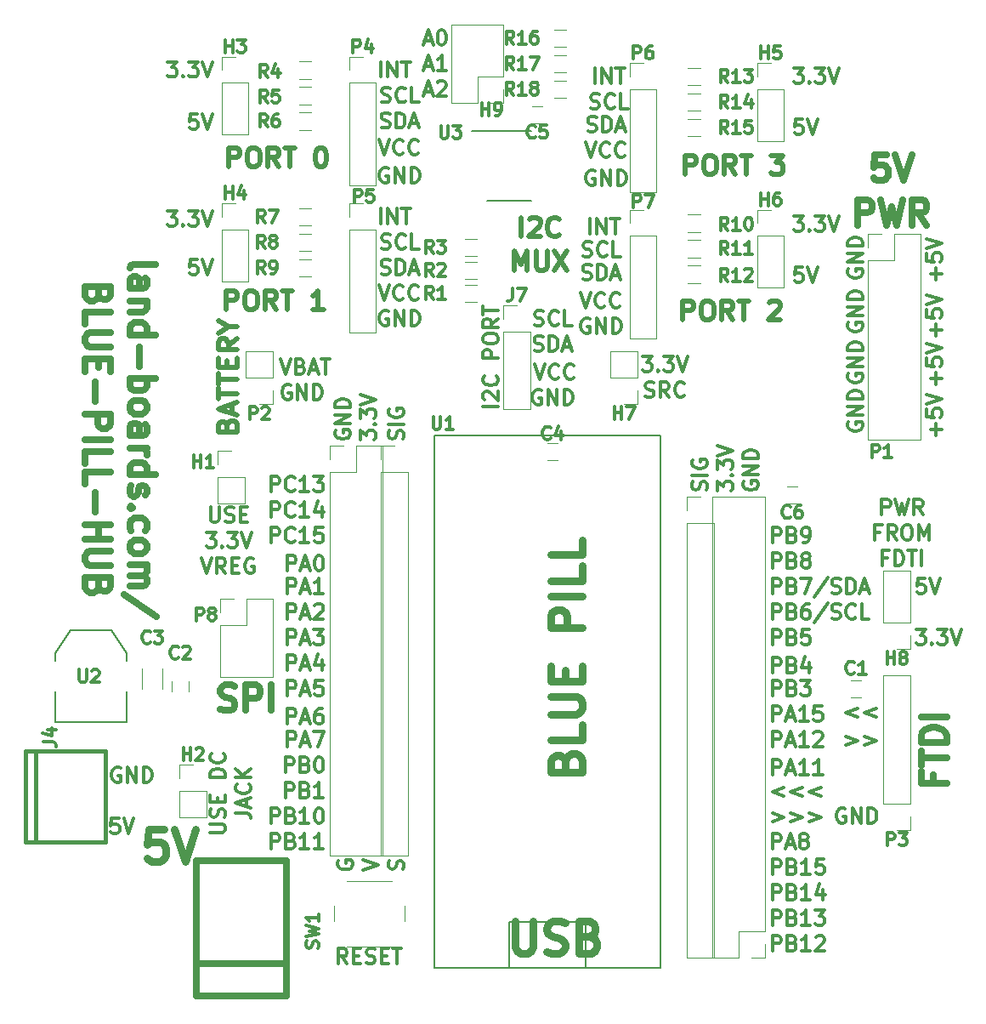
<source format=gbr>
G04 #@! TF.GenerationSoftware,KiCad,Pcbnew,(5.0.2)-1*
G04 #@! TF.CreationDate,2019-03-03T12:15:58-05:00*
G04 #@! TF.ProjectId,Blue-Pill-Board,426c7565-2d50-4696-9c6c-2d426f617264,2*
G04 #@! TF.SameCoordinates,Original*
G04 #@! TF.FileFunction,Legend,Top*
G04 #@! TF.FilePolarity,Positive*
%FSLAX46Y46*%
G04 Gerber Fmt 4.6, Leading zero omitted, Abs format (unit mm)*
G04 Created by KiCad (PCBNEW (5.0.2)-1) date 3/3/2019 12:15:58 PM*
%MOMM*%
%LPD*%
G01*
G04 APERTURE LIST*
%ADD10C,0.300000*%
%ADD11C,0.635000*%
%ADD12C,0.476250*%
%ADD13C,0.793750*%
%ADD14C,0.120000*%
%ADD15C,0.650000*%
%ADD16C,0.150000*%
%ADD17C,0.381000*%
%ADD18C,0.203200*%
%ADD19C,0.317500*%
G04 APERTURE END LIST*
D10*
X98548428Y-66488571D02*
X97834142Y-66488571D01*
X97762714Y-67202857D01*
X97834142Y-67131428D01*
X97977000Y-67060000D01*
X98334142Y-67060000D01*
X98477000Y-67131428D01*
X98548428Y-67202857D01*
X98619857Y-67345714D01*
X98619857Y-67702857D01*
X98548428Y-67845714D01*
X98477000Y-67917142D01*
X98334142Y-67988571D01*
X97977000Y-67988571D01*
X97834142Y-67917142D01*
X97762714Y-67845714D01*
X99048428Y-66488571D02*
X99548428Y-67988571D01*
X100048428Y-66488571D01*
X97691285Y-71568571D02*
X98619857Y-71568571D01*
X98119857Y-72140000D01*
X98334142Y-72140000D01*
X98477000Y-72211428D01*
X98548428Y-72282857D01*
X98619857Y-72425714D01*
X98619857Y-72782857D01*
X98548428Y-72925714D01*
X98477000Y-72997142D01*
X98334142Y-73068571D01*
X97905571Y-73068571D01*
X97762714Y-72997142D01*
X97691285Y-72925714D01*
X99262714Y-72925714D02*
X99334142Y-72997142D01*
X99262714Y-73068571D01*
X99191285Y-72997142D01*
X99262714Y-72925714D01*
X99262714Y-73068571D01*
X99834142Y-71568571D02*
X100762714Y-71568571D01*
X100262714Y-72140000D01*
X100477000Y-72140000D01*
X100619857Y-72211428D01*
X100691285Y-72282857D01*
X100762714Y-72425714D01*
X100762714Y-72782857D01*
X100691285Y-72925714D01*
X100619857Y-72997142D01*
X100477000Y-73068571D01*
X100048428Y-73068571D01*
X99905571Y-72997142D01*
X99834142Y-72925714D01*
X101191285Y-71568571D02*
X101691285Y-73068571D01*
X102191285Y-71568571D01*
D11*
X28387523Y-79514095D02*
X28750380Y-79635047D01*
X29355142Y-79635047D01*
X29597047Y-79514095D01*
X29718000Y-79393142D01*
X29838952Y-79151238D01*
X29838952Y-78909333D01*
X29718000Y-78667428D01*
X29597047Y-78546476D01*
X29355142Y-78425523D01*
X28871333Y-78304571D01*
X28629428Y-78183619D01*
X28508476Y-78062666D01*
X28387523Y-77820761D01*
X28387523Y-77578857D01*
X28508476Y-77336952D01*
X28629428Y-77216000D01*
X28871333Y-77095047D01*
X29476095Y-77095047D01*
X29838952Y-77216000D01*
X30927523Y-79635047D02*
X30927523Y-77095047D01*
X31895142Y-77095047D01*
X32137047Y-77216000D01*
X32258000Y-77336952D01*
X32378952Y-77578857D01*
X32378952Y-77941714D01*
X32258000Y-78183619D01*
X32137047Y-78304571D01*
X31895142Y-78425523D01*
X30927523Y-78425523D01*
X33467523Y-79635047D02*
X33467523Y-77095047D01*
X94766190Y-24326547D02*
X93556666Y-24326547D01*
X93435714Y-25536071D01*
X93556666Y-25415119D01*
X93798571Y-25294166D01*
X94403333Y-25294166D01*
X94645238Y-25415119D01*
X94766190Y-25536071D01*
X94887142Y-25777976D01*
X94887142Y-26382738D01*
X94766190Y-26624642D01*
X94645238Y-26745595D01*
X94403333Y-26866547D01*
X93798571Y-26866547D01*
X93556666Y-26745595D01*
X93435714Y-26624642D01*
X95612857Y-24326547D02*
X96459523Y-26866547D01*
X97306190Y-24326547D01*
X91863333Y-31311547D02*
X91863333Y-28771547D01*
X92830952Y-28771547D01*
X93072857Y-28892500D01*
X93193809Y-29013452D01*
X93314761Y-29255357D01*
X93314761Y-29618214D01*
X93193809Y-29860119D01*
X93072857Y-29981071D01*
X92830952Y-30102023D01*
X91863333Y-30102023D01*
X94161428Y-28771547D02*
X94766190Y-31311547D01*
X95250000Y-29497261D01*
X95733809Y-31311547D01*
X96338571Y-28771547D01*
X98757619Y-31311547D02*
X97910952Y-30102023D01*
X97306190Y-31311547D02*
X97306190Y-28771547D01*
X98273809Y-28771547D01*
X98515714Y-28892500D01*
X98636666Y-29013452D01*
X98757619Y-29255357D01*
X98757619Y-29618214D01*
X98636666Y-29860119D01*
X98515714Y-29981071D01*
X98273809Y-30102023D01*
X97306190Y-30102023D01*
D10*
X94266000Y-60104571D02*
X94266000Y-58604571D01*
X94837428Y-58604571D01*
X94980285Y-58676000D01*
X95051714Y-58747428D01*
X95123142Y-58890285D01*
X95123142Y-59104571D01*
X95051714Y-59247428D01*
X94980285Y-59318857D01*
X94837428Y-59390285D01*
X94266000Y-59390285D01*
X95623142Y-58604571D02*
X95980285Y-60104571D01*
X96266000Y-59033142D01*
X96551714Y-60104571D01*
X96908857Y-58604571D01*
X98337428Y-60104571D02*
X97837428Y-59390285D01*
X97480285Y-60104571D02*
X97480285Y-58604571D01*
X98051714Y-58604571D01*
X98194571Y-58676000D01*
X98266000Y-58747428D01*
X98337428Y-58890285D01*
X98337428Y-59104571D01*
X98266000Y-59247428D01*
X98194571Y-59318857D01*
X98051714Y-59390285D01*
X97480285Y-59390285D01*
X94087428Y-61868857D02*
X93587428Y-61868857D01*
X93587428Y-62654571D02*
X93587428Y-61154571D01*
X94301714Y-61154571D01*
X95730285Y-62654571D02*
X95230285Y-61940285D01*
X94873142Y-62654571D02*
X94873142Y-61154571D01*
X95444571Y-61154571D01*
X95587428Y-61226000D01*
X95658857Y-61297428D01*
X95730285Y-61440285D01*
X95730285Y-61654571D01*
X95658857Y-61797428D01*
X95587428Y-61868857D01*
X95444571Y-61940285D01*
X94873142Y-61940285D01*
X96658857Y-61154571D02*
X96944571Y-61154571D01*
X97087428Y-61226000D01*
X97230285Y-61368857D01*
X97301714Y-61654571D01*
X97301714Y-62154571D01*
X97230285Y-62440285D01*
X97087428Y-62583142D01*
X96944571Y-62654571D01*
X96658857Y-62654571D01*
X96516000Y-62583142D01*
X96373142Y-62440285D01*
X96301714Y-62154571D01*
X96301714Y-61654571D01*
X96373142Y-61368857D01*
X96516000Y-61226000D01*
X96658857Y-61154571D01*
X97944571Y-62654571D02*
X97944571Y-61154571D01*
X98444571Y-62226000D01*
X98944571Y-61154571D01*
X98944571Y-62654571D01*
X94801714Y-64418857D02*
X94301714Y-64418857D01*
X94301714Y-65204571D02*
X94301714Y-63704571D01*
X95016000Y-63704571D01*
X95587428Y-65204571D02*
X95587428Y-63704571D01*
X95944571Y-63704571D01*
X96158857Y-63776000D01*
X96301714Y-63918857D01*
X96373142Y-64061714D01*
X96444571Y-64347428D01*
X96444571Y-64561714D01*
X96373142Y-64847428D01*
X96301714Y-64990285D01*
X96158857Y-65133142D01*
X95944571Y-65204571D01*
X95587428Y-65204571D01*
X96873142Y-63704571D02*
X97730285Y-63704571D01*
X97301714Y-65204571D02*
X97301714Y-63704571D01*
X98230285Y-65204571D02*
X98230285Y-63704571D01*
X41001428Y-104818571D02*
X40501428Y-104104285D01*
X40144285Y-104818571D02*
X40144285Y-103318571D01*
X40715714Y-103318571D01*
X40858571Y-103390000D01*
X40930000Y-103461428D01*
X41001428Y-103604285D01*
X41001428Y-103818571D01*
X40930000Y-103961428D01*
X40858571Y-104032857D01*
X40715714Y-104104285D01*
X40144285Y-104104285D01*
X41644285Y-104032857D02*
X42144285Y-104032857D01*
X42358571Y-104818571D02*
X41644285Y-104818571D01*
X41644285Y-103318571D01*
X42358571Y-103318571D01*
X42930000Y-104747142D02*
X43144285Y-104818571D01*
X43501428Y-104818571D01*
X43644285Y-104747142D01*
X43715714Y-104675714D01*
X43787142Y-104532857D01*
X43787142Y-104390000D01*
X43715714Y-104247142D01*
X43644285Y-104175714D01*
X43501428Y-104104285D01*
X43215714Y-104032857D01*
X43072857Y-103961428D01*
X43001428Y-103890000D01*
X42930000Y-103747142D01*
X42930000Y-103604285D01*
X43001428Y-103461428D01*
X43072857Y-103390000D01*
X43215714Y-103318571D01*
X43572857Y-103318571D01*
X43787142Y-103390000D01*
X44430000Y-104032857D02*
X44930000Y-104032857D01*
X45144285Y-104818571D02*
X44430000Y-104818571D01*
X44430000Y-103318571D01*
X45144285Y-103318571D01*
X45572857Y-103318571D02*
X46430000Y-103318571D01*
X46001428Y-104818571D02*
X46001428Y-103318571D01*
X99675142Y-52220571D02*
X99675142Y-51077714D01*
X100246571Y-51649142D02*
X99103714Y-51649142D01*
X98746571Y-49649142D02*
X98746571Y-50363428D01*
X99460857Y-50434857D01*
X99389428Y-50363428D01*
X99318000Y-50220571D01*
X99318000Y-49863428D01*
X99389428Y-49720571D01*
X99460857Y-49649142D01*
X99603714Y-49577714D01*
X99960857Y-49577714D01*
X100103714Y-49649142D01*
X100175142Y-49720571D01*
X100246571Y-49863428D01*
X100246571Y-50220571D01*
X100175142Y-50363428D01*
X100103714Y-50434857D01*
X98746571Y-49149142D02*
X100246571Y-48649142D01*
X98746571Y-48149142D01*
X99675142Y-47140571D02*
X99675142Y-45997714D01*
X100246571Y-46569142D02*
X99103714Y-46569142D01*
X98746571Y-44569142D02*
X98746571Y-45283428D01*
X99460857Y-45354857D01*
X99389428Y-45283428D01*
X99318000Y-45140571D01*
X99318000Y-44783428D01*
X99389428Y-44640571D01*
X99460857Y-44569142D01*
X99603714Y-44497714D01*
X99960857Y-44497714D01*
X100103714Y-44569142D01*
X100175142Y-44640571D01*
X100246571Y-44783428D01*
X100246571Y-45140571D01*
X100175142Y-45283428D01*
X100103714Y-45354857D01*
X98746571Y-44069142D02*
X100246571Y-43569142D01*
X98746571Y-43069142D01*
X99675142Y-42314571D02*
X99675142Y-41171714D01*
X100246571Y-41743142D02*
X99103714Y-41743142D01*
X98746571Y-39743142D02*
X98746571Y-40457428D01*
X99460857Y-40528857D01*
X99389428Y-40457428D01*
X99318000Y-40314571D01*
X99318000Y-39957428D01*
X99389428Y-39814571D01*
X99460857Y-39743142D01*
X99603714Y-39671714D01*
X99960857Y-39671714D01*
X100103714Y-39743142D01*
X100175142Y-39814571D01*
X100246571Y-39957428D01*
X100246571Y-40314571D01*
X100175142Y-40457428D01*
X100103714Y-40528857D01*
X98746571Y-39243142D02*
X100246571Y-38743142D01*
X98746571Y-38243142D01*
X99675142Y-36726571D02*
X99675142Y-35583714D01*
X100246571Y-36155142D02*
X99103714Y-36155142D01*
X98746571Y-34155142D02*
X98746571Y-34869428D01*
X99460857Y-34940857D01*
X99389428Y-34869428D01*
X99318000Y-34726571D01*
X99318000Y-34369428D01*
X99389428Y-34226571D01*
X99460857Y-34155142D01*
X99603714Y-34083714D01*
X99960857Y-34083714D01*
X100103714Y-34155142D01*
X100175142Y-34226571D01*
X100246571Y-34369428D01*
X100246571Y-34726571D01*
X100175142Y-34869428D01*
X100103714Y-34940857D01*
X98746571Y-33655142D02*
X100246571Y-33155142D01*
X98746571Y-32655142D01*
X90944000Y-35686857D02*
X90872571Y-35829714D01*
X90872571Y-36044000D01*
X90944000Y-36258285D01*
X91086857Y-36401142D01*
X91229714Y-36472571D01*
X91515428Y-36544000D01*
X91729714Y-36544000D01*
X92015428Y-36472571D01*
X92158285Y-36401142D01*
X92301142Y-36258285D01*
X92372571Y-36044000D01*
X92372571Y-35901142D01*
X92301142Y-35686857D01*
X92229714Y-35615428D01*
X91729714Y-35615428D01*
X91729714Y-35901142D01*
X92372571Y-34972571D02*
X90872571Y-34972571D01*
X92372571Y-34115428D01*
X90872571Y-34115428D01*
X92372571Y-33401142D02*
X90872571Y-33401142D01*
X90872571Y-33044000D01*
X90944000Y-32829714D01*
X91086857Y-32686857D01*
X91229714Y-32615428D01*
X91515428Y-32544000D01*
X91729714Y-32544000D01*
X92015428Y-32615428D01*
X92158285Y-32686857D01*
X92301142Y-32829714D01*
X92372571Y-33044000D01*
X92372571Y-33401142D01*
X90944000Y-41020857D02*
X90872571Y-41163714D01*
X90872571Y-41378000D01*
X90944000Y-41592285D01*
X91086857Y-41735142D01*
X91229714Y-41806571D01*
X91515428Y-41878000D01*
X91729714Y-41878000D01*
X92015428Y-41806571D01*
X92158285Y-41735142D01*
X92301142Y-41592285D01*
X92372571Y-41378000D01*
X92372571Y-41235142D01*
X92301142Y-41020857D01*
X92229714Y-40949428D01*
X91729714Y-40949428D01*
X91729714Y-41235142D01*
X92372571Y-40306571D02*
X90872571Y-40306571D01*
X92372571Y-39449428D01*
X90872571Y-39449428D01*
X92372571Y-38735142D02*
X90872571Y-38735142D01*
X90872571Y-38378000D01*
X90944000Y-38163714D01*
X91086857Y-38020857D01*
X91229714Y-37949428D01*
X91515428Y-37878000D01*
X91729714Y-37878000D01*
X92015428Y-37949428D01*
X92158285Y-38020857D01*
X92301142Y-38163714D01*
X92372571Y-38378000D01*
X92372571Y-38735142D01*
X90944000Y-46100857D02*
X90872571Y-46243714D01*
X90872571Y-46458000D01*
X90944000Y-46672285D01*
X91086857Y-46815142D01*
X91229714Y-46886571D01*
X91515428Y-46958000D01*
X91729714Y-46958000D01*
X92015428Y-46886571D01*
X92158285Y-46815142D01*
X92301142Y-46672285D01*
X92372571Y-46458000D01*
X92372571Y-46315142D01*
X92301142Y-46100857D01*
X92229714Y-46029428D01*
X91729714Y-46029428D01*
X91729714Y-46315142D01*
X92372571Y-45386571D02*
X90872571Y-45386571D01*
X92372571Y-44529428D01*
X90872571Y-44529428D01*
X92372571Y-43815142D02*
X90872571Y-43815142D01*
X90872571Y-43458000D01*
X90944000Y-43243714D01*
X91086857Y-43100857D01*
X91229714Y-43029428D01*
X91515428Y-42958000D01*
X91729714Y-42958000D01*
X92015428Y-43029428D01*
X92158285Y-43100857D01*
X92301142Y-43243714D01*
X92372571Y-43458000D01*
X92372571Y-43815142D01*
X90944000Y-50926857D02*
X90872571Y-51069714D01*
X90872571Y-51284000D01*
X90944000Y-51498285D01*
X91086857Y-51641142D01*
X91229714Y-51712571D01*
X91515428Y-51784000D01*
X91729714Y-51784000D01*
X92015428Y-51712571D01*
X92158285Y-51641142D01*
X92301142Y-51498285D01*
X92372571Y-51284000D01*
X92372571Y-51141142D01*
X92301142Y-50926857D01*
X92229714Y-50855428D01*
X91729714Y-50855428D01*
X91729714Y-51141142D01*
X92372571Y-50212571D02*
X90872571Y-50212571D01*
X92372571Y-49355428D01*
X90872571Y-49355428D01*
X92372571Y-48641142D02*
X90872571Y-48641142D01*
X90872571Y-48284000D01*
X90944000Y-48069714D01*
X91086857Y-47926857D01*
X91229714Y-47855428D01*
X91515428Y-47784000D01*
X91729714Y-47784000D01*
X92015428Y-47855428D01*
X92158285Y-47926857D01*
X92301142Y-48069714D01*
X92372571Y-48284000D01*
X92372571Y-48641142D01*
X34373857Y-44639571D02*
X34873857Y-46139571D01*
X35373857Y-44639571D01*
X36373857Y-45353857D02*
X36588142Y-45425285D01*
X36659571Y-45496714D01*
X36731000Y-45639571D01*
X36731000Y-45853857D01*
X36659571Y-45996714D01*
X36588142Y-46068142D01*
X36445285Y-46139571D01*
X35873857Y-46139571D01*
X35873857Y-44639571D01*
X36373857Y-44639571D01*
X36516714Y-44711000D01*
X36588142Y-44782428D01*
X36659571Y-44925285D01*
X36659571Y-45068142D01*
X36588142Y-45211000D01*
X36516714Y-45282428D01*
X36373857Y-45353857D01*
X35873857Y-45353857D01*
X37302428Y-45711000D02*
X38016714Y-45711000D01*
X37159571Y-46139571D02*
X37659571Y-44639571D01*
X38159571Y-46139571D01*
X38445285Y-44639571D02*
X39302428Y-44639571D01*
X38873857Y-46139571D02*
X38873857Y-44639571D01*
X35373857Y-47261000D02*
X35231000Y-47189571D01*
X35016714Y-47189571D01*
X34802428Y-47261000D01*
X34659571Y-47403857D01*
X34588142Y-47546714D01*
X34516714Y-47832428D01*
X34516714Y-48046714D01*
X34588142Y-48332428D01*
X34659571Y-48475285D01*
X34802428Y-48618142D01*
X35016714Y-48689571D01*
X35159571Y-48689571D01*
X35373857Y-48618142D01*
X35445285Y-48546714D01*
X35445285Y-48046714D01*
X35159571Y-48046714D01*
X36088142Y-48689571D02*
X36088142Y-47189571D01*
X36945285Y-48689571D01*
X36945285Y-47189571D01*
X37659571Y-48689571D02*
X37659571Y-47189571D01*
X38016714Y-47189571D01*
X38231000Y-47261000D01*
X38373857Y-47403857D01*
X38445285Y-47546714D01*
X38516714Y-47832428D01*
X38516714Y-48046714D01*
X38445285Y-48332428D01*
X38373857Y-48475285D01*
X38231000Y-48618142D01*
X38016714Y-48689571D01*
X37659571Y-48689571D01*
D12*
X29073928Y-51244500D02*
X29164642Y-50972357D01*
X29255357Y-50881642D01*
X29436785Y-50790928D01*
X29708928Y-50790928D01*
X29890357Y-50881642D01*
X29981071Y-50972357D01*
X30071785Y-51153785D01*
X30071785Y-51879500D01*
X28166785Y-51879500D01*
X28166785Y-51244500D01*
X28257500Y-51063071D01*
X28348214Y-50972357D01*
X28529642Y-50881642D01*
X28711071Y-50881642D01*
X28892500Y-50972357D01*
X28983214Y-51063071D01*
X29073928Y-51244500D01*
X29073928Y-51879500D01*
X29527500Y-50065214D02*
X29527500Y-49158071D01*
X30071785Y-50246642D02*
X28166785Y-49611642D01*
X30071785Y-48976642D01*
X28166785Y-48613785D02*
X28166785Y-47525214D01*
X30071785Y-48069500D02*
X28166785Y-48069500D01*
X28166785Y-47162357D02*
X28166785Y-46073785D01*
X30071785Y-46618071D02*
X28166785Y-46618071D01*
X29073928Y-45438785D02*
X29073928Y-44803785D01*
X30071785Y-44531642D02*
X30071785Y-45438785D01*
X28166785Y-45438785D01*
X28166785Y-44531642D01*
X30071785Y-42626642D02*
X29164642Y-43261642D01*
X30071785Y-43715214D02*
X28166785Y-43715214D01*
X28166785Y-42989500D01*
X28257500Y-42808071D01*
X28348214Y-42717357D01*
X28529642Y-42626642D01*
X28801785Y-42626642D01*
X28983214Y-42717357D01*
X29073928Y-42808071D01*
X29164642Y-42989500D01*
X29164642Y-43715214D01*
X29164642Y-41447357D02*
X30071785Y-41447357D01*
X28166785Y-42082357D02*
X29164642Y-41447357D01*
X28166785Y-40812357D01*
D10*
X70429714Y-44385571D02*
X71358285Y-44385571D01*
X70858285Y-44957000D01*
X71072571Y-44957000D01*
X71215428Y-45028428D01*
X71286857Y-45099857D01*
X71358285Y-45242714D01*
X71358285Y-45599857D01*
X71286857Y-45742714D01*
X71215428Y-45814142D01*
X71072571Y-45885571D01*
X70644000Y-45885571D01*
X70501142Y-45814142D01*
X70429714Y-45742714D01*
X72001142Y-45742714D02*
X72072571Y-45814142D01*
X72001142Y-45885571D01*
X71929714Y-45814142D01*
X72001142Y-45742714D01*
X72001142Y-45885571D01*
X72572571Y-44385571D02*
X73501142Y-44385571D01*
X73001142Y-44957000D01*
X73215428Y-44957000D01*
X73358285Y-45028428D01*
X73429714Y-45099857D01*
X73501142Y-45242714D01*
X73501142Y-45599857D01*
X73429714Y-45742714D01*
X73358285Y-45814142D01*
X73215428Y-45885571D01*
X72786857Y-45885571D01*
X72644000Y-45814142D01*
X72572571Y-45742714D01*
X73929714Y-44385571D02*
X74429714Y-45885571D01*
X74929714Y-44385571D01*
X70715428Y-48364142D02*
X70929714Y-48435571D01*
X71286857Y-48435571D01*
X71429714Y-48364142D01*
X71501142Y-48292714D01*
X71572571Y-48149857D01*
X71572571Y-48007000D01*
X71501142Y-47864142D01*
X71429714Y-47792714D01*
X71286857Y-47721285D01*
X71001142Y-47649857D01*
X70858285Y-47578428D01*
X70786857Y-47507000D01*
X70715428Y-47364142D01*
X70715428Y-47221285D01*
X70786857Y-47078428D01*
X70858285Y-47007000D01*
X71001142Y-46935571D01*
X71358285Y-46935571D01*
X71572571Y-47007000D01*
X73072571Y-48435571D02*
X72572571Y-47721285D01*
X72215428Y-48435571D02*
X72215428Y-46935571D01*
X72786857Y-46935571D01*
X72929714Y-47007000D01*
X73001142Y-47078428D01*
X73072571Y-47221285D01*
X73072571Y-47435571D01*
X73001142Y-47578428D01*
X72929714Y-47649857D01*
X72786857Y-47721285D01*
X72215428Y-47721285D01*
X74572571Y-48292714D02*
X74501142Y-48364142D01*
X74286857Y-48435571D01*
X74144000Y-48435571D01*
X73929714Y-48364142D01*
X73786857Y-48221285D01*
X73715428Y-48078428D01*
X73644000Y-47792714D01*
X73644000Y-47578428D01*
X73715428Y-47292714D01*
X73786857Y-47149857D01*
X73929714Y-47007000D01*
X74144000Y-46935571D01*
X74286857Y-46935571D01*
X74501142Y-47007000D01*
X74572571Y-47078428D01*
X83356142Y-89848571D02*
X84499000Y-90277142D01*
X83356142Y-90705714D01*
X85213285Y-89848571D02*
X86356142Y-90277142D01*
X85213285Y-90705714D01*
X87070428Y-89848571D02*
X88213285Y-90277142D01*
X87070428Y-90705714D01*
X91824714Y-79434571D02*
X90681857Y-79863142D01*
X91824714Y-80291714D01*
X93681857Y-79434571D02*
X92539000Y-79863142D01*
X93681857Y-80291714D01*
X27388571Y-59366571D02*
X27388571Y-60580857D01*
X27460000Y-60723714D01*
X27531428Y-60795142D01*
X27674285Y-60866571D01*
X27960000Y-60866571D01*
X28102857Y-60795142D01*
X28174285Y-60723714D01*
X28245714Y-60580857D01*
X28245714Y-59366571D01*
X28888571Y-60795142D02*
X29102857Y-60866571D01*
X29460000Y-60866571D01*
X29602857Y-60795142D01*
X29674285Y-60723714D01*
X29745714Y-60580857D01*
X29745714Y-60438000D01*
X29674285Y-60295142D01*
X29602857Y-60223714D01*
X29460000Y-60152285D01*
X29174285Y-60080857D01*
X29031428Y-60009428D01*
X28960000Y-59938000D01*
X28888571Y-59795142D01*
X28888571Y-59652285D01*
X28960000Y-59509428D01*
X29031428Y-59438000D01*
X29174285Y-59366571D01*
X29531428Y-59366571D01*
X29745714Y-59438000D01*
X30388571Y-60080857D02*
X30888571Y-60080857D01*
X31102857Y-60866571D02*
X30388571Y-60866571D01*
X30388571Y-59366571D01*
X31102857Y-59366571D01*
X26995714Y-61916571D02*
X27924285Y-61916571D01*
X27424285Y-62488000D01*
X27638571Y-62488000D01*
X27781428Y-62559428D01*
X27852857Y-62630857D01*
X27924285Y-62773714D01*
X27924285Y-63130857D01*
X27852857Y-63273714D01*
X27781428Y-63345142D01*
X27638571Y-63416571D01*
X27210000Y-63416571D01*
X27067142Y-63345142D01*
X26995714Y-63273714D01*
X28567142Y-63273714D02*
X28638571Y-63345142D01*
X28567142Y-63416571D01*
X28495714Y-63345142D01*
X28567142Y-63273714D01*
X28567142Y-63416571D01*
X29138571Y-61916571D02*
X30067142Y-61916571D01*
X29567142Y-62488000D01*
X29781428Y-62488000D01*
X29924285Y-62559428D01*
X29995714Y-62630857D01*
X30067142Y-62773714D01*
X30067142Y-63130857D01*
X29995714Y-63273714D01*
X29924285Y-63345142D01*
X29781428Y-63416571D01*
X29352857Y-63416571D01*
X29210000Y-63345142D01*
X29138571Y-63273714D01*
X30495714Y-61916571D02*
X30995714Y-63416571D01*
X31495714Y-61916571D01*
X26531428Y-64466571D02*
X27031428Y-65966571D01*
X27531428Y-64466571D01*
X28888571Y-65966571D02*
X28388571Y-65252285D01*
X28031428Y-65966571D02*
X28031428Y-64466571D01*
X28602857Y-64466571D01*
X28745714Y-64538000D01*
X28817142Y-64609428D01*
X28888571Y-64752285D01*
X28888571Y-64966571D01*
X28817142Y-65109428D01*
X28745714Y-65180857D01*
X28602857Y-65252285D01*
X28031428Y-65252285D01*
X29531428Y-65180857D02*
X30031428Y-65180857D01*
X30245714Y-65966571D02*
X29531428Y-65966571D01*
X29531428Y-64466571D01*
X30245714Y-64466571D01*
X31674285Y-64538000D02*
X31531428Y-64466571D01*
X31317142Y-64466571D01*
X31102857Y-64538000D01*
X30960000Y-64680857D01*
X30888571Y-64823714D01*
X30817142Y-65109428D01*
X30817142Y-65323714D01*
X30888571Y-65609428D01*
X30960000Y-65752285D01*
X31102857Y-65895142D01*
X31317142Y-65966571D01*
X31460000Y-65966571D01*
X31674285Y-65895142D01*
X31745714Y-65823714D01*
X31745714Y-65323714D01*
X31460000Y-65323714D01*
X18415142Y-85356000D02*
X18272285Y-85284571D01*
X18058000Y-85284571D01*
X17843714Y-85356000D01*
X17700857Y-85498857D01*
X17629428Y-85641714D01*
X17558000Y-85927428D01*
X17558000Y-86141714D01*
X17629428Y-86427428D01*
X17700857Y-86570285D01*
X17843714Y-86713142D01*
X18058000Y-86784571D01*
X18200857Y-86784571D01*
X18415142Y-86713142D01*
X18486571Y-86641714D01*
X18486571Y-86141714D01*
X18200857Y-86141714D01*
X19129428Y-86784571D02*
X19129428Y-85284571D01*
X19986571Y-86784571D01*
X19986571Y-85284571D01*
X20700857Y-86784571D02*
X20700857Y-85284571D01*
X21058000Y-85284571D01*
X21272285Y-85356000D01*
X21415142Y-85498857D01*
X21486571Y-85641714D01*
X21558000Y-85927428D01*
X21558000Y-86141714D01*
X21486571Y-86427428D01*
X21415142Y-86570285D01*
X21272285Y-86713142D01*
X21058000Y-86784571D01*
X20700857Y-86784571D01*
X18256285Y-90364571D02*
X17542000Y-90364571D01*
X17470571Y-91078857D01*
X17542000Y-91007428D01*
X17684857Y-90936000D01*
X18042000Y-90936000D01*
X18184857Y-91007428D01*
X18256285Y-91078857D01*
X18327714Y-91221714D01*
X18327714Y-91578857D01*
X18256285Y-91721714D01*
X18184857Y-91793142D01*
X18042000Y-91864571D01*
X17684857Y-91864571D01*
X17542000Y-91793142D01*
X17470571Y-91721714D01*
X18756285Y-90364571D02*
X19256285Y-91864571D01*
X19756285Y-90364571D01*
X27367571Y-91776857D02*
X28581857Y-91776857D01*
X28724714Y-91705428D01*
X28796142Y-91634000D01*
X28867571Y-91491142D01*
X28867571Y-91205428D01*
X28796142Y-91062571D01*
X28724714Y-90991142D01*
X28581857Y-90919714D01*
X27367571Y-90919714D01*
X28796142Y-90276857D02*
X28867571Y-90062571D01*
X28867571Y-89705428D01*
X28796142Y-89562571D01*
X28724714Y-89491142D01*
X28581857Y-89419714D01*
X28439000Y-89419714D01*
X28296142Y-89491142D01*
X28224714Y-89562571D01*
X28153285Y-89705428D01*
X28081857Y-89991142D01*
X28010428Y-90134000D01*
X27939000Y-90205428D01*
X27796142Y-90276857D01*
X27653285Y-90276857D01*
X27510428Y-90205428D01*
X27439000Y-90134000D01*
X27367571Y-89991142D01*
X27367571Y-89634000D01*
X27439000Y-89419714D01*
X28081857Y-88776857D02*
X28081857Y-88276857D01*
X28867571Y-88062571D02*
X28867571Y-88776857D01*
X27367571Y-88776857D01*
X27367571Y-88062571D01*
X28867571Y-86276857D02*
X27367571Y-86276857D01*
X27367571Y-85919714D01*
X27439000Y-85705428D01*
X27581857Y-85562571D01*
X27724714Y-85491142D01*
X28010428Y-85419714D01*
X28224714Y-85419714D01*
X28510428Y-85491142D01*
X28653285Y-85562571D01*
X28796142Y-85705428D01*
X28867571Y-85919714D01*
X28867571Y-86276857D01*
X28724714Y-83919714D02*
X28796142Y-83991142D01*
X28867571Y-84205428D01*
X28867571Y-84348285D01*
X28796142Y-84562571D01*
X28653285Y-84705428D01*
X28510428Y-84776857D01*
X28224714Y-84848285D01*
X28010428Y-84848285D01*
X27724714Y-84776857D01*
X27581857Y-84705428D01*
X27439000Y-84562571D01*
X27367571Y-84348285D01*
X27367571Y-84205428D01*
X27439000Y-83991142D01*
X27510428Y-83919714D01*
X29917571Y-89812571D02*
X30989000Y-89812571D01*
X31203285Y-89884000D01*
X31346142Y-90026857D01*
X31417571Y-90241142D01*
X31417571Y-90384000D01*
X30989000Y-89169714D02*
X30989000Y-88455428D01*
X31417571Y-89312571D02*
X29917571Y-88812571D01*
X31417571Y-88312571D01*
X31274714Y-86955428D02*
X31346142Y-87026857D01*
X31417571Y-87241142D01*
X31417571Y-87384000D01*
X31346142Y-87598285D01*
X31203285Y-87741142D01*
X31060428Y-87812571D01*
X30774714Y-87884000D01*
X30560428Y-87884000D01*
X30274714Y-87812571D01*
X30131857Y-87741142D01*
X29989000Y-87598285D01*
X29917571Y-87384000D01*
X29917571Y-87241142D01*
X29989000Y-87026857D01*
X30060428Y-86955428D01*
X31417571Y-86312571D02*
X29917571Y-86312571D01*
X31417571Y-85455428D02*
X30560428Y-86098285D01*
X29917571Y-85455428D02*
X30774714Y-86312571D01*
X33421000Y-57828571D02*
X33421000Y-56328571D01*
X33992428Y-56328571D01*
X34135285Y-56400000D01*
X34206714Y-56471428D01*
X34278142Y-56614285D01*
X34278142Y-56828571D01*
X34206714Y-56971428D01*
X34135285Y-57042857D01*
X33992428Y-57114285D01*
X33421000Y-57114285D01*
X35778142Y-57685714D02*
X35706714Y-57757142D01*
X35492428Y-57828571D01*
X35349571Y-57828571D01*
X35135285Y-57757142D01*
X34992428Y-57614285D01*
X34921000Y-57471428D01*
X34849571Y-57185714D01*
X34849571Y-56971428D01*
X34921000Y-56685714D01*
X34992428Y-56542857D01*
X35135285Y-56400000D01*
X35349571Y-56328571D01*
X35492428Y-56328571D01*
X35706714Y-56400000D01*
X35778142Y-56471428D01*
X37206714Y-57828571D02*
X36349571Y-57828571D01*
X36778142Y-57828571D02*
X36778142Y-56328571D01*
X36635285Y-56542857D01*
X36492428Y-56685714D01*
X36349571Y-56757142D01*
X37706714Y-56328571D02*
X38635285Y-56328571D01*
X38135285Y-56900000D01*
X38349571Y-56900000D01*
X38492428Y-56971428D01*
X38563857Y-57042857D01*
X38635285Y-57185714D01*
X38635285Y-57542857D01*
X38563857Y-57685714D01*
X38492428Y-57757142D01*
X38349571Y-57828571D01*
X37921000Y-57828571D01*
X37778142Y-57757142D01*
X37706714Y-57685714D01*
X33421000Y-60368571D02*
X33421000Y-58868571D01*
X33992428Y-58868571D01*
X34135285Y-58940000D01*
X34206714Y-59011428D01*
X34278142Y-59154285D01*
X34278142Y-59368571D01*
X34206714Y-59511428D01*
X34135285Y-59582857D01*
X33992428Y-59654285D01*
X33421000Y-59654285D01*
X35778142Y-60225714D02*
X35706714Y-60297142D01*
X35492428Y-60368571D01*
X35349571Y-60368571D01*
X35135285Y-60297142D01*
X34992428Y-60154285D01*
X34921000Y-60011428D01*
X34849571Y-59725714D01*
X34849571Y-59511428D01*
X34921000Y-59225714D01*
X34992428Y-59082857D01*
X35135285Y-58940000D01*
X35349571Y-58868571D01*
X35492428Y-58868571D01*
X35706714Y-58940000D01*
X35778142Y-59011428D01*
X37206714Y-60368571D02*
X36349571Y-60368571D01*
X36778142Y-60368571D02*
X36778142Y-58868571D01*
X36635285Y-59082857D01*
X36492428Y-59225714D01*
X36349571Y-59297142D01*
X38492428Y-59368571D02*
X38492428Y-60368571D01*
X38135285Y-58797142D02*
X37778142Y-59868571D01*
X38706714Y-59868571D01*
X33421000Y-62908571D02*
X33421000Y-61408571D01*
X33992428Y-61408571D01*
X34135285Y-61480000D01*
X34206714Y-61551428D01*
X34278142Y-61694285D01*
X34278142Y-61908571D01*
X34206714Y-62051428D01*
X34135285Y-62122857D01*
X33992428Y-62194285D01*
X33421000Y-62194285D01*
X35778142Y-62765714D02*
X35706714Y-62837142D01*
X35492428Y-62908571D01*
X35349571Y-62908571D01*
X35135285Y-62837142D01*
X34992428Y-62694285D01*
X34921000Y-62551428D01*
X34849571Y-62265714D01*
X34849571Y-62051428D01*
X34921000Y-61765714D01*
X34992428Y-61622857D01*
X35135285Y-61480000D01*
X35349571Y-61408571D01*
X35492428Y-61408571D01*
X35706714Y-61480000D01*
X35778142Y-61551428D01*
X37206714Y-62908571D02*
X36349571Y-62908571D01*
X36778142Y-62908571D02*
X36778142Y-61408571D01*
X36635285Y-61622857D01*
X36492428Y-61765714D01*
X36349571Y-61837142D01*
X38563857Y-61408571D02*
X37849571Y-61408571D01*
X37778142Y-62122857D01*
X37849571Y-62051428D01*
X37992428Y-61980000D01*
X38349571Y-61980000D01*
X38492428Y-62051428D01*
X38563857Y-62122857D01*
X38635285Y-62265714D01*
X38635285Y-62622857D01*
X38563857Y-62765714D01*
X38492428Y-62837142D01*
X38349571Y-62908571D01*
X37992428Y-62908571D01*
X37849571Y-62837142D01*
X37778142Y-62765714D01*
X35063857Y-65702571D02*
X35063857Y-64202571D01*
X35635285Y-64202571D01*
X35778142Y-64274000D01*
X35849571Y-64345428D01*
X35921000Y-64488285D01*
X35921000Y-64702571D01*
X35849571Y-64845428D01*
X35778142Y-64916857D01*
X35635285Y-64988285D01*
X35063857Y-64988285D01*
X36492428Y-65274000D02*
X37206714Y-65274000D01*
X36349571Y-65702571D02*
X36849571Y-64202571D01*
X37349571Y-65702571D01*
X38135285Y-64202571D02*
X38278142Y-64202571D01*
X38421000Y-64274000D01*
X38492428Y-64345428D01*
X38563857Y-64488285D01*
X38635285Y-64774000D01*
X38635285Y-65131142D01*
X38563857Y-65416857D01*
X38492428Y-65559714D01*
X38421000Y-65631142D01*
X38278142Y-65702571D01*
X38135285Y-65702571D01*
X37992428Y-65631142D01*
X37921000Y-65559714D01*
X37849571Y-65416857D01*
X37778142Y-65131142D01*
X37778142Y-64774000D01*
X37849571Y-64488285D01*
X37921000Y-64345428D01*
X37992428Y-64274000D01*
X38135285Y-64202571D01*
X35063857Y-67988571D02*
X35063857Y-66488571D01*
X35635285Y-66488571D01*
X35778142Y-66560000D01*
X35849571Y-66631428D01*
X35921000Y-66774285D01*
X35921000Y-66988571D01*
X35849571Y-67131428D01*
X35778142Y-67202857D01*
X35635285Y-67274285D01*
X35063857Y-67274285D01*
X36492428Y-67560000D02*
X37206714Y-67560000D01*
X36349571Y-67988571D02*
X36849571Y-66488571D01*
X37349571Y-67988571D01*
X38635285Y-67988571D02*
X37778142Y-67988571D01*
X38206714Y-67988571D02*
X38206714Y-66488571D01*
X38063857Y-66702857D01*
X37921000Y-66845714D01*
X37778142Y-66917142D01*
X35063857Y-70528571D02*
X35063857Y-69028571D01*
X35635285Y-69028571D01*
X35778142Y-69100000D01*
X35849571Y-69171428D01*
X35921000Y-69314285D01*
X35921000Y-69528571D01*
X35849571Y-69671428D01*
X35778142Y-69742857D01*
X35635285Y-69814285D01*
X35063857Y-69814285D01*
X36492428Y-70100000D02*
X37206714Y-70100000D01*
X36349571Y-70528571D02*
X36849571Y-69028571D01*
X37349571Y-70528571D01*
X37778142Y-69171428D02*
X37849571Y-69100000D01*
X37992428Y-69028571D01*
X38349571Y-69028571D01*
X38492428Y-69100000D01*
X38563857Y-69171428D01*
X38635285Y-69314285D01*
X38635285Y-69457142D01*
X38563857Y-69671428D01*
X37706714Y-70528571D01*
X38635285Y-70528571D01*
X35063857Y-73068571D02*
X35063857Y-71568571D01*
X35635285Y-71568571D01*
X35778142Y-71640000D01*
X35849571Y-71711428D01*
X35921000Y-71854285D01*
X35921000Y-72068571D01*
X35849571Y-72211428D01*
X35778142Y-72282857D01*
X35635285Y-72354285D01*
X35063857Y-72354285D01*
X36492428Y-72640000D02*
X37206714Y-72640000D01*
X36349571Y-73068571D02*
X36849571Y-71568571D01*
X37349571Y-73068571D01*
X37706714Y-71568571D02*
X38635285Y-71568571D01*
X38135285Y-72140000D01*
X38349571Y-72140000D01*
X38492428Y-72211428D01*
X38563857Y-72282857D01*
X38635285Y-72425714D01*
X38635285Y-72782857D01*
X38563857Y-72925714D01*
X38492428Y-72997142D01*
X38349571Y-73068571D01*
X37921000Y-73068571D01*
X37778142Y-72997142D01*
X37706714Y-72925714D01*
X35063857Y-75608571D02*
X35063857Y-74108571D01*
X35635285Y-74108571D01*
X35778142Y-74180000D01*
X35849571Y-74251428D01*
X35921000Y-74394285D01*
X35921000Y-74608571D01*
X35849571Y-74751428D01*
X35778142Y-74822857D01*
X35635285Y-74894285D01*
X35063857Y-74894285D01*
X36492428Y-75180000D02*
X37206714Y-75180000D01*
X36349571Y-75608571D02*
X36849571Y-74108571D01*
X37349571Y-75608571D01*
X38492428Y-74608571D02*
X38492428Y-75608571D01*
X38135285Y-74037142D02*
X37778142Y-75108571D01*
X38706714Y-75108571D01*
X35063857Y-78148571D02*
X35063857Y-76648571D01*
X35635285Y-76648571D01*
X35778142Y-76720000D01*
X35849571Y-76791428D01*
X35921000Y-76934285D01*
X35921000Y-77148571D01*
X35849571Y-77291428D01*
X35778142Y-77362857D01*
X35635285Y-77434285D01*
X35063857Y-77434285D01*
X36492428Y-77720000D02*
X37206714Y-77720000D01*
X36349571Y-78148571D02*
X36849571Y-76648571D01*
X37349571Y-78148571D01*
X38563857Y-76648571D02*
X37849571Y-76648571D01*
X37778142Y-77362857D01*
X37849571Y-77291428D01*
X37992428Y-77220000D01*
X38349571Y-77220000D01*
X38492428Y-77291428D01*
X38563857Y-77362857D01*
X38635285Y-77505714D01*
X38635285Y-77862857D01*
X38563857Y-78005714D01*
X38492428Y-78077142D01*
X38349571Y-78148571D01*
X37992428Y-78148571D01*
X37849571Y-78077142D01*
X37778142Y-78005714D01*
X35063857Y-80942571D02*
X35063857Y-79442571D01*
X35635285Y-79442571D01*
X35778142Y-79514000D01*
X35849571Y-79585428D01*
X35921000Y-79728285D01*
X35921000Y-79942571D01*
X35849571Y-80085428D01*
X35778142Y-80156857D01*
X35635285Y-80228285D01*
X35063857Y-80228285D01*
X36492428Y-80514000D02*
X37206714Y-80514000D01*
X36349571Y-80942571D02*
X36849571Y-79442571D01*
X37349571Y-80942571D01*
X38492428Y-79442571D02*
X38206714Y-79442571D01*
X38063857Y-79514000D01*
X37992428Y-79585428D01*
X37849571Y-79799714D01*
X37778142Y-80085428D01*
X37778142Y-80656857D01*
X37849571Y-80799714D01*
X37921000Y-80871142D01*
X38063857Y-80942571D01*
X38349571Y-80942571D01*
X38492428Y-80871142D01*
X38563857Y-80799714D01*
X38635285Y-80656857D01*
X38635285Y-80299714D01*
X38563857Y-80156857D01*
X38492428Y-80085428D01*
X38349571Y-80014000D01*
X38063857Y-80014000D01*
X37921000Y-80085428D01*
X37849571Y-80156857D01*
X37778142Y-80299714D01*
X35063857Y-83228571D02*
X35063857Y-81728571D01*
X35635285Y-81728571D01*
X35778142Y-81800000D01*
X35849571Y-81871428D01*
X35921000Y-82014285D01*
X35921000Y-82228571D01*
X35849571Y-82371428D01*
X35778142Y-82442857D01*
X35635285Y-82514285D01*
X35063857Y-82514285D01*
X36492428Y-82800000D02*
X37206714Y-82800000D01*
X36349571Y-83228571D02*
X36849571Y-81728571D01*
X37349571Y-83228571D01*
X37706714Y-81728571D02*
X38706714Y-81728571D01*
X38063857Y-83228571D01*
X39890000Y-51748142D02*
X39818571Y-51891000D01*
X39818571Y-52105285D01*
X39890000Y-52319571D01*
X40032857Y-52462428D01*
X40175714Y-52533857D01*
X40461428Y-52605285D01*
X40675714Y-52605285D01*
X40961428Y-52533857D01*
X41104285Y-52462428D01*
X41247142Y-52319571D01*
X41318571Y-52105285D01*
X41318571Y-51962428D01*
X41247142Y-51748142D01*
X41175714Y-51676714D01*
X40675714Y-51676714D01*
X40675714Y-51962428D01*
X41318571Y-51033857D02*
X39818571Y-51033857D01*
X41318571Y-50176714D01*
X39818571Y-50176714D01*
X41318571Y-49462428D02*
X39818571Y-49462428D01*
X39818571Y-49105285D01*
X39890000Y-48891000D01*
X40032857Y-48748142D01*
X40175714Y-48676714D01*
X40461428Y-48605285D01*
X40675714Y-48605285D01*
X40961428Y-48676714D01*
X41104285Y-48748142D01*
X41247142Y-48891000D01*
X41318571Y-49105285D01*
X41318571Y-49462428D01*
X42358571Y-52676714D02*
X42358571Y-51748142D01*
X42930000Y-52248142D01*
X42930000Y-52033857D01*
X43001428Y-51891000D01*
X43072857Y-51819571D01*
X43215714Y-51748142D01*
X43572857Y-51748142D01*
X43715714Y-51819571D01*
X43787142Y-51891000D01*
X43858571Y-52033857D01*
X43858571Y-52462428D01*
X43787142Y-52605285D01*
X43715714Y-52676714D01*
X43715714Y-51105285D02*
X43787142Y-51033857D01*
X43858571Y-51105285D01*
X43787142Y-51176714D01*
X43715714Y-51105285D01*
X43858571Y-51105285D01*
X42358571Y-50533857D02*
X42358571Y-49605285D01*
X42930000Y-50105285D01*
X42930000Y-49891000D01*
X43001428Y-49748142D01*
X43072857Y-49676714D01*
X43215714Y-49605285D01*
X43572857Y-49605285D01*
X43715714Y-49676714D01*
X43787142Y-49748142D01*
X43858571Y-49891000D01*
X43858571Y-50319571D01*
X43787142Y-50462428D01*
X43715714Y-50533857D01*
X42358571Y-49176714D02*
X43858571Y-48676714D01*
X42358571Y-48176714D01*
X46581142Y-52605285D02*
X46652571Y-52391000D01*
X46652571Y-52033857D01*
X46581142Y-51891000D01*
X46509714Y-51819571D01*
X46366857Y-51748142D01*
X46224000Y-51748142D01*
X46081142Y-51819571D01*
X46009714Y-51891000D01*
X45938285Y-52033857D01*
X45866857Y-52319571D01*
X45795428Y-52462428D01*
X45724000Y-52533857D01*
X45581142Y-52605285D01*
X45438285Y-52605285D01*
X45295428Y-52533857D01*
X45224000Y-52462428D01*
X45152571Y-52319571D01*
X45152571Y-51962428D01*
X45224000Y-51748142D01*
X46652571Y-51105285D02*
X45152571Y-51105285D01*
X45224000Y-49605285D02*
X45152571Y-49748142D01*
X45152571Y-49962428D01*
X45224000Y-50176714D01*
X45366857Y-50319571D01*
X45509714Y-50391000D01*
X45795428Y-50462428D01*
X46009714Y-50462428D01*
X46295428Y-50391000D01*
X46438285Y-50319571D01*
X46581142Y-50176714D01*
X46652571Y-49962428D01*
X46652571Y-49819571D01*
X46581142Y-49605285D01*
X46509714Y-49533857D01*
X46009714Y-49533857D01*
X46009714Y-49819571D01*
X76807142Y-57685285D02*
X76878571Y-57471000D01*
X76878571Y-57113857D01*
X76807142Y-56971000D01*
X76735714Y-56899571D01*
X76592857Y-56828142D01*
X76450000Y-56828142D01*
X76307142Y-56899571D01*
X76235714Y-56971000D01*
X76164285Y-57113857D01*
X76092857Y-57399571D01*
X76021428Y-57542428D01*
X75950000Y-57613857D01*
X75807142Y-57685285D01*
X75664285Y-57685285D01*
X75521428Y-57613857D01*
X75450000Y-57542428D01*
X75378571Y-57399571D01*
X75378571Y-57042428D01*
X75450000Y-56828142D01*
X76878571Y-56185285D02*
X75378571Y-56185285D01*
X75450000Y-54685285D02*
X75378571Y-54828142D01*
X75378571Y-55042428D01*
X75450000Y-55256714D01*
X75592857Y-55399571D01*
X75735714Y-55471000D01*
X76021428Y-55542428D01*
X76235714Y-55542428D01*
X76521428Y-55471000D01*
X76664285Y-55399571D01*
X76807142Y-55256714D01*
X76878571Y-55042428D01*
X76878571Y-54899571D01*
X76807142Y-54685285D01*
X76735714Y-54613857D01*
X76235714Y-54613857D01*
X76235714Y-54899571D01*
X77918571Y-57756714D02*
X77918571Y-56828142D01*
X78490000Y-57328142D01*
X78490000Y-57113857D01*
X78561428Y-56971000D01*
X78632857Y-56899571D01*
X78775714Y-56828142D01*
X79132857Y-56828142D01*
X79275714Y-56899571D01*
X79347142Y-56971000D01*
X79418571Y-57113857D01*
X79418571Y-57542428D01*
X79347142Y-57685285D01*
X79275714Y-57756714D01*
X79275714Y-56185285D02*
X79347142Y-56113857D01*
X79418571Y-56185285D01*
X79347142Y-56256714D01*
X79275714Y-56185285D01*
X79418571Y-56185285D01*
X77918571Y-55613857D02*
X77918571Y-54685285D01*
X78490000Y-55185285D01*
X78490000Y-54971000D01*
X78561428Y-54828142D01*
X78632857Y-54756714D01*
X78775714Y-54685285D01*
X79132857Y-54685285D01*
X79275714Y-54756714D01*
X79347142Y-54828142D01*
X79418571Y-54971000D01*
X79418571Y-55399571D01*
X79347142Y-55542428D01*
X79275714Y-55613857D01*
X77918571Y-54256714D02*
X79418571Y-53756714D01*
X77918571Y-53256714D01*
X80530000Y-56828142D02*
X80458571Y-56971000D01*
X80458571Y-57185285D01*
X80530000Y-57399571D01*
X80672857Y-57542428D01*
X80815714Y-57613857D01*
X81101428Y-57685285D01*
X81315714Y-57685285D01*
X81601428Y-57613857D01*
X81744285Y-57542428D01*
X81887142Y-57399571D01*
X81958571Y-57185285D01*
X81958571Y-57042428D01*
X81887142Y-56828142D01*
X81815714Y-56756714D01*
X81315714Y-56756714D01*
X81315714Y-57042428D01*
X81958571Y-56113857D02*
X80458571Y-56113857D01*
X81958571Y-55256714D01*
X80458571Y-55256714D01*
X81958571Y-54542428D02*
X80458571Y-54542428D01*
X80458571Y-54185285D01*
X80530000Y-53971000D01*
X80672857Y-53828142D01*
X80815714Y-53756714D01*
X81101428Y-53685285D01*
X81315714Y-53685285D01*
X81601428Y-53756714D01*
X81744285Y-53828142D01*
X81887142Y-53971000D01*
X81958571Y-54185285D01*
X81958571Y-54542428D01*
X40144000Y-94603142D02*
X40072571Y-94746000D01*
X40072571Y-94960285D01*
X40144000Y-95174571D01*
X40286857Y-95317428D01*
X40429714Y-95388857D01*
X40715428Y-95460285D01*
X40929714Y-95460285D01*
X41215428Y-95388857D01*
X41358285Y-95317428D01*
X41501142Y-95174571D01*
X41572571Y-94960285D01*
X41572571Y-94817428D01*
X41501142Y-94603142D01*
X41429714Y-94531714D01*
X40929714Y-94531714D01*
X40929714Y-94817428D01*
X42612571Y-95496000D02*
X44112571Y-94996000D01*
X42612571Y-94496000D01*
X46581142Y-95424571D02*
X46652571Y-95210285D01*
X46652571Y-94853142D01*
X46581142Y-94710285D01*
X46509714Y-94638857D01*
X46366857Y-94567428D01*
X46224000Y-94567428D01*
X46081142Y-94638857D01*
X46009714Y-94710285D01*
X45938285Y-94853142D01*
X45866857Y-95138857D01*
X45795428Y-95281714D01*
X45724000Y-95353142D01*
X45581142Y-95424571D01*
X45438285Y-95424571D01*
X45295428Y-95353142D01*
X45224000Y-95281714D01*
X45152571Y-95138857D01*
X45152571Y-94781714D01*
X45224000Y-94567428D01*
X34849571Y-85768571D02*
X34849571Y-84268571D01*
X35421000Y-84268571D01*
X35563857Y-84340000D01*
X35635285Y-84411428D01*
X35706714Y-84554285D01*
X35706714Y-84768571D01*
X35635285Y-84911428D01*
X35563857Y-84982857D01*
X35421000Y-85054285D01*
X34849571Y-85054285D01*
X36849571Y-84982857D02*
X37063857Y-85054285D01*
X37135285Y-85125714D01*
X37206714Y-85268571D01*
X37206714Y-85482857D01*
X37135285Y-85625714D01*
X37063857Y-85697142D01*
X36921000Y-85768571D01*
X36349571Y-85768571D01*
X36349571Y-84268571D01*
X36849571Y-84268571D01*
X36992428Y-84340000D01*
X37063857Y-84411428D01*
X37135285Y-84554285D01*
X37135285Y-84697142D01*
X37063857Y-84840000D01*
X36992428Y-84911428D01*
X36849571Y-84982857D01*
X36349571Y-84982857D01*
X38135285Y-84268571D02*
X38278142Y-84268571D01*
X38421000Y-84340000D01*
X38492428Y-84411428D01*
X38563857Y-84554285D01*
X38635285Y-84840000D01*
X38635285Y-85197142D01*
X38563857Y-85482857D01*
X38492428Y-85625714D01*
X38421000Y-85697142D01*
X38278142Y-85768571D01*
X38135285Y-85768571D01*
X37992428Y-85697142D01*
X37921000Y-85625714D01*
X37849571Y-85482857D01*
X37778142Y-85197142D01*
X37778142Y-84840000D01*
X37849571Y-84554285D01*
X37921000Y-84411428D01*
X37992428Y-84340000D01*
X38135285Y-84268571D01*
X34849571Y-88308571D02*
X34849571Y-86808571D01*
X35421000Y-86808571D01*
X35563857Y-86880000D01*
X35635285Y-86951428D01*
X35706714Y-87094285D01*
X35706714Y-87308571D01*
X35635285Y-87451428D01*
X35563857Y-87522857D01*
X35421000Y-87594285D01*
X34849571Y-87594285D01*
X36849571Y-87522857D02*
X37063857Y-87594285D01*
X37135285Y-87665714D01*
X37206714Y-87808571D01*
X37206714Y-88022857D01*
X37135285Y-88165714D01*
X37063857Y-88237142D01*
X36921000Y-88308571D01*
X36349571Y-88308571D01*
X36349571Y-86808571D01*
X36849571Y-86808571D01*
X36992428Y-86880000D01*
X37063857Y-86951428D01*
X37135285Y-87094285D01*
X37135285Y-87237142D01*
X37063857Y-87380000D01*
X36992428Y-87451428D01*
X36849571Y-87522857D01*
X36349571Y-87522857D01*
X38635285Y-88308571D02*
X37778142Y-88308571D01*
X38206714Y-88308571D02*
X38206714Y-86808571D01*
X38063857Y-87022857D01*
X37921000Y-87165714D01*
X37778142Y-87237142D01*
X33421000Y-90848571D02*
X33421000Y-89348571D01*
X33992428Y-89348571D01*
X34135285Y-89420000D01*
X34206714Y-89491428D01*
X34278142Y-89634285D01*
X34278142Y-89848571D01*
X34206714Y-89991428D01*
X34135285Y-90062857D01*
X33992428Y-90134285D01*
X33421000Y-90134285D01*
X35421000Y-90062857D02*
X35635285Y-90134285D01*
X35706714Y-90205714D01*
X35778142Y-90348571D01*
X35778142Y-90562857D01*
X35706714Y-90705714D01*
X35635285Y-90777142D01*
X35492428Y-90848571D01*
X34921000Y-90848571D01*
X34921000Y-89348571D01*
X35421000Y-89348571D01*
X35563857Y-89420000D01*
X35635285Y-89491428D01*
X35706714Y-89634285D01*
X35706714Y-89777142D01*
X35635285Y-89920000D01*
X35563857Y-89991428D01*
X35421000Y-90062857D01*
X34921000Y-90062857D01*
X37206714Y-90848571D02*
X36349571Y-90848571D01*
X36778142Y-90848571D02*
X36778142Y-89348571D01*
X36635285Y-89562857D01*
X36492428Y-89705714D01*
X36349571Y-89777142D01*
X38135285Y-89348571D02*
X38278142Y-89348571D01*
X38421000Y-89420000D01*
X38492428Y-89491428D01*
X38563857Y-89634285D01*
X38635285Y-89920000D01*
X38635285Y-90277142D01*
X38563857Y-90562857D01*
X38492428Y-90705714D01*
X38421000Y-90777142D01*
X38278142Y-90848571D01*
X38135285Y-90848571D01*
X37992428Y-90777142D01*
X37921000Y-90705714D01*
X37849571Y-90562857D01*
X37778142Y-90277142D01*
X37778142Y-89920000D01*
X37849571Y-89634285D01*
X37921000Y-89491428D01*
X37992428Y-89420000D01*
X38135285Y-89348571D01*
X33421000Y-93388571D02*
X33421000Y-91888571D01*
X33992428Y-91888571D01*
X34135285Y-91960000D01*
X34206714Y-92031428D01*
X34278142Y-92174285D01*
X34278142Y-92388571D01*
X34206714Y-92531428D01*
X34135285Y-92602857D01*
X33992428Y-92674285D01*
X33421000Y-92674285D01*
X35421000Y-92602857D02*
X35635285Y-92674285D01*
X35706714Y-92745714D01*
X35778142Y-92888571D01*
X35778142Y-93102857D01*
X35706714Y-93245714D01*
X35635285Y-93317142D01*
X35492428Y-93388571D01*
X34921000Y-93388571D01*
X34921000Y-91888571D01*
X35421000Y-91888571D01*
X35563857Y-91960000D01*
X35635285Y-92031428D01*
X35706714Y-92174285D01*
X35706714Y-92317142D01*
X35635285Y-92460000D01*
X35563857Y-92531428D01*
X35421000Y-92602857D01*
X34921000Y-92602857D01*
X37206714Y-93388571D02*
X36349571Y-93388571D01*
X36778142Y-93388571D02*
X36778142Y-91888571D01*
X36635285Y-92102857D01*
X36492428Y-92245714D01*
X36349571Y-92317142D01*
X38635285Y-93388571D02*
X37778142Y-93388571D01*
X38206714Y-93388571D02*
X38206714Y-91888571D01*
X38063857Y-92102857D01*
X37921000Y-92245714D01*
X37778142Y-92317142D01*
X83356142Y-103548571D02*
X83356142Y-102048571D01*
X83927571Y-102048571D01*
X84070428Y-102120000D01*
X84141857Y-102191428D01*
X84213285Y-102334285D01*
X84213285Y-102548571D01*
X84141857Y-102691428D01*
X84070428Y-102762857D01*
X83927571Y-102834285D01*
X83356142Y-102834285D01*
X85356142Y-102762857D02*
X85570428Y-102834285D01*
X85641857Y-102905714D01*
X85713285Y-103048571D01*
X85713285Y-103262857D01*
X85641857Y-103405714D01*
X85570428Y-103477142D01*
X85427571Y-103548571D01*
X84856142Y-103548571D01*
X84856142Y-102048571D01*
X85356142Y-102048571D01*
X85499000Y-102120000D01*
X85570428Y-102191428D01*
X85641857Y-102334285D01*
X85641857Y-102477142D01*
X85570428Y-102620000D01*
X85499000Y-102691428D01*
X85356142Y-102762857D01*
X84856142Y-102762857D01*
X87141857Y-103548571D02*
X86284714Y-103548571D01*
X86713285Y-103548571D02*
X86713285Y-102048571D01*
X86570428Y-102262857D01*
X86427571Y-102405714D01*
X86284714Y-102477142D01*
X87713285Y-102191428D02*
X87784714Y-102120000D01*
X87927571Y-102048571D01*
X88284714Y-102048571D01*
X88427571Y-102120000D01*
X88499000Y-102191428D01*
X88570428Y-102334285D01*
X88570428Y-102477142D01*
X88499000Y-102691428D01*
X87641857Y-103548571D01*
X88570428Y-103548571D01*
X83356142Y-101008571D02*
X83356142Y-99508571D01*
X83927571Y-99508571D01*
X84070428Y-99580000D01*
X84141857Y-99651428D01*
X84213285Y-99794285D01*
X84213285Y-100008571D01*
X84141857Y-100151428D01*
X84070428Y-100222857D01*
X83927571Y-100294285D01*
X83356142Y-100294285D01*
X85356142Y-100222857D02*
X85570428Y-100294285D01*
X85641857Y-100365714D01*
X85713285Y-100508571D01*
X85713285Y-100722857D01*
X85641857Y-100865714D01*
X85570428Y-100937142D01*
X85427571Y-101008571D01*
X84856142Y-101008571D01*
X84856142Y-99508571D01*
X85356142Y-99508571D01*
X85499000Y-99580000D01*
X85570428Y-99651428D01*
X85641857Y-99794285D01*
X85641857Y-99937142D01*
X85570428Y-100080000D01*
X85499000Y-100151428D01*
X85356142Y-100222857D01*
X84856142Y-100222857D01*
X87141857Y-101008571D02*
X86284714Y-101008571D01*
X86713285Y-101008571D02*
X86713285Y-99508571D01*
X86570428Y-99722857D01*
X86427571Y-99865714D01*
X86284714Y-99937142D01*
X87641857Y-99508571D02*
X88570428Y-99508571D01*
X88070428Y-100080000D01*
X88284714Y-100080000D01*
X88427571Y-100151428D01*
X88499000Y-100222857D01*
X88570428Y-100365714D01*
X88570428Y-100722857D01*
X88499000Y-100865714D01*
X88427571Y-100937142D01*
X88284714Y-101008571D01*
X87856142Y-101008571D01*
X87713285Y-100937142D01*
X87641857Y-100865714D01*
X83356142Y-98468571D02*
X83356142Y-96968571D01*
X83927571Y-96968571D01*
X84070428Y-97040000D01*
X84141857Y-97111428D01*
X84213285Y-97254285D01*
X84213285Y-97468571D01*
X84141857Y-97611428D01*
X84070428Y-97682857D01*
X83927571Y-97754285D01*
X83356142Y-97754285D01*
X85356142Y-97682857D02*
X85570428Y-97754285D01*
X85641857Y-97825714D01*
X85713285Y-97968571D01*
X85713285Y-98182857D01*
X85641857Y-98325714D01*
X85570428Y-98397142D01*
X85427571Y-98468571D01*
X84856142Y-98468571D01*
X84856142Y-96968571D01*
X85356142Y-96968571D01*
X85499000Y-97040000D01*
X85570428Y-97111428D01*
X85641857Y-97254285D01*
X85641857Y-97397142D01*
X85570428Y-97540000D01*
X85499000Y-97611428D01*
X85356142Y-97682857D01*
X84856142Y-97682857D01*
X87141857Y-98468571D02*
X86284714Y-98468571D01*
X86713285Y-98468571D02*
X86713285Y-96968571D01*
X86570428Y-97182857D01*
X86427571Y-97325714D01*
X86284714Y-97397142D01*
X88427571Y-97468571D02*
X88427571Y-98468571D01*
X88070428Y-96897142D02*
X87713285Y-97968571D01*
X88641857Y-97968571D01*
X83356142Y-95928571D02*
X83356142Y-94428571D01*
X83927571Y-94428571D01*
X84070428Y-94500000D01*
X84141857Y-94571428D01*
X84213285Y-94714285D01*
X84213285Y-94928571D01*
X84141857Y-95071428D01*
X84070428Y-95142857D01*
X83927571Y-95214285D01*
X83356142Y-95214285D01*
X85356142Y-95142857D02*
X85570428Y-95214285D01*
X85641857Y-95285714D01*
X85713285Y-95428571D01*
X85713285Y-95642857D01*
X85641857Y-95785714D01*
X85570428Y-95857142D01*
X85427571Y-95928571D01*
X84856142Y-95928571D01*
X84856142Y-94428571D01*
X85356142Y-94428571D01*
X85499000Y-94500000D01*
X85570428Y-94571428D01*
X85641857Y-94714285D01*
X85641857Y-94857142D01*
X85570428Y-95000000D01*
X85499000Y-95071428D01*
X85356142Y-95142857D01*
X84856142Y-95142857D01*
X87141857Y-95928571D02*
X86284714Y-95928571D01*
X86713285Y-95928571D02*
X86713285Y-94428571D01*
X86570428Y-94642857D01*
X86427571Y-94785714D01*
X86284714Y-94857142D01*
X88499000Y-94428571D02*
X87784714Y-94428571D01*
X87713285Y-95142857D01*
X87784714Y-95071428D01*
X87927571Y-95000000D01*
X88284714Y-95000000D01*
X88427571Y-95071428D01*
X88499000Y-95142857D01*
X88570428Y-95285714D01*
X88570428Y-95642857D01*
X88499000Y-95785714D01*
X88427571Y-95857142D01*
X88284714Y-95928571D01*
X87927571Y-95928571D01*
X87784714Y-95857142D01*
X87713285Y-95785714D01*
X83356142Y-93388571D02*
X83356142Y-91888571D01*
X83927571Y-91888571D01*
X84070428Y-91960000D01*
X84141857Y-92031428D01*
X84213285Y-92174285D01*
X84213285Y-92388571D01*
X84141857Y-92531428D01*
X84070428Y-92602857D01*
X83927571Y-92674285D01*
X83356142Y-92674285D01*
X84784714Y-92960000D02*
X85499000Y-92960000D01*
X84641857Y-93388571D02*
X85141857Y-91888571D01*
X85641857Y-93388571D01*
X86356142Y-92531428D02*
X86213285Y-92460000D01*
X86141857Y-92388571D01*
X86070428Y-92245714D01*
X86070428Y-92174285D01*
X86141857Y-92031428D01*
X86213285Y-91960000D01*
X86356142Y-91888571D01*
X86641857Y-91888571D01*
X86784714Y-91960000D01*
X86856142Y-92031428D01*
X86927571Y-92174285D01*
X86927571Y-92245714D01*
X86856142Y-92388571D01*
X86784714Y-92460000D01*
X86641857Y-92531428D01*
X86356142Y-92531428D01*
X86213285Y-92602857D01*
X86141857Y-92674285D01*
X86070428Y-92817142D01*
X86070428Y-93102857D01*
X86141857Y-93245714D01*
X86213285Y-93317142D01*
X86356142Y-93388571D01*
X86641857Y-93388571D01*
X86784714Y-93317142D01*
X86856142Y-93245714D01*
X86927571Y-93102857D01*
X86927571Y-92817142D01*
X86856142Y-92674285D01*
X86784714Y-92602857D01*
X86641857Y-92531428D01*
X83356142Y-86022571D02*
X83356142Y-84522571D01*
X83927571Y-84522571D01*
X84070428Y-84594000D01*
X84141857Y-84665428D01*
X84213285Y-84808285D01*
X84213285Y-85022571D01*
X84141857Y-85165428D01*
X84070428Y-85236857D01*
X83927571Y-85308285D01*
X83356142Y-85308285D01*
X84784714Y-85594000D02*
X85499000Y-85594000D01*
X84641857Y-86022571D02*
X85141857Y-84522571D01*
X85641857Y-86022571D01*
X86927571Y-86022571D02*
X86070428Y-86022571D01*
X86499000Y-86022571D02*
X86499000Y-84522571D01*
X86356142Y-84736857D01*
X86213285Y-84879714D01*
X86070428Y-84951142D01*
X88356142Y-86022571D02*
X87499000Y-86022571D01*
X87927571Y-86022571D02*
X87927571Y-84522571D01*
X87784714Y-84736857D01*
X87641857Y-84879714D01*
X87499000Y-84951142D01*
X83356142Y-83228571D02*
X83356142Y-81728571D01*
X83927571Y-81728571D01*
X84070428Y-81800000D01*
X84141857Y-81871428D01*
X84213285Y-82014285D01*
X84213285Y-82228571D01*
X84141857Y-82371428D01*
X84070428Y-82442857D01*
X83927571Y-82514285D01*
X83356142Y-82514285D01*
X84784714Y-82800000D02*
X85499000Y-82800000D01*
X84641857Y-83228571D02*
X85141857Y-81728571D01*
X85641857Y-83228571D01*
X86927571Y-83228571D02*
X86070428Y-83228571D01*
X86499000Y-83228571D02*
X86499000Y-81728571D01*
X86356142Y-81942857D01*
X86213285Y-82085714D01*
X86070428Y-82157142D01*
X87499000Y-81871428D02*
X87570428Y-81800000D01*
X87713285Y-81728571D01*
X88070428Y-81728571D01*
X88213285Y-81800000D01*
X88284714Y-81871428D01*
X88356142Y-82014285D01*
X88356142Y-82157142D01*
X88284714Y-82371428D01*
X87427571Y-83228571D01*
X88356142Y-83228571D01*
X83356142Y-80688571D02*
X83356142Y-79188571D01*
X83927571Y-79188571D01*
X84070428Y-79260000D01*
X84141857Y-79331428D01*
X84213285Y-79474285D01*
X84213285Y-79688571D01*
X84141857Y-79831428D01*
X84070428Y-79902857D01*
X83927571Y-79974285D01*
X83356142Y-79974285D01*
X84784714Y-80260000D02*
X85499000Y-80260000D01*
X84641857Y-80688571D02*
X85141857Y-79188571D01*
X85641857Y-80688571D01*
X86927571Y-80688571D02*
X86070428Y-80688571D01*
X86499000Y-80688571D02*
X86499000Y-79188571D01*
X86356142Y-79402857D01*
X86213285Y-79545714D01*
X86070428Y-79617142D01*
X88284714Y-79188571D02*
X87570428Y-79188571D01*
X87499000Y-79902857D01*
X87570428Y-79831428D01*
X87713285Y-79760000D01*
X88070428Y-79760000D01*
X88213285Y-79831428D01*
X88284714Y-79902857D01*
X88356142Y-80045714D01*
X88356142Y-80402857D01*
X88284714Y-80545714D01*
X88213285Y-80617142D01*
X88070428Y-80688571D01*
X87713285Y-80688571D01*
X87570428Y-80617142D01*
X87499000Y-80545714D01*
X83356142Y-78148571D02*
X83356142Y-76648571D01*
X83927571Y-76648571D01*
X84070428Y-76720000D01*
X84141857Y-76791428D01*
X84213285Y-76934285D01*
X84213285Y-77148571D01*
X84141857Y-77291428D01*
X84070428Y-77362857D01*
X83927571Y-77434285D01*
X83356142Y-77434285D01*
X85356142Y-77362857D02*
X85570428Y-77434285D01*
X85641857Y-77505714D01*
X85713285Y-77648571D01*
X85713285Y-77862857D01*
X85641857Y-78005714D01*
X85570428Y-78077142D01*
X85427571Y-78148571D01*
X84856142Y-78148571D01*
X84856142Y-76648571D01*
X85356142Y-76648571D01*
X85499000Y-76720000D01*
X85570428Y-76791428D01*
X85641857Y-76934285D01*
X85641857Y-77077142D01*
X85570428Y-77220000D01*
X85499000Y-77291428D01*
X85356142Y-77362857D01*
X84856142Y-77362857D01*
X86213285Y-76648571D02*
X87141857Y-76648571D01*
X86641857Y-77220000D01*
X86856142Y-77220000D01*
X86999000Y-77291428D01*
X87070428Y-77362857D01*
X87141857Y-77505714D01*
X87141857Y-77862857D01*
X87070428Y-78005714D01*
X86999000Y-78077142D01*
X86856142Y-78148571D01*
X86427571Y-78148571D01*
X86284714Y-78077142D01*
X86213285Y-78005714D01*
X83356142Y-73068571D02*
X83356142Y-71568571D01*
X83927571Y-71568571D01*
X84070428Y-71640000D01*
X84141857Y-71711428D01*
X84213285Y-71854285D01*
X84213285Y-72068571D01*
X84141857Y-72211428D01*
X84070428Y-72282857D01*
X83927571Y-72354285D01*
X83356142Y-72354285D01*
X85356142Y-72282857D02*
X85570428Y-72354285D01*
X85641857Y-72425714D01*
X85713285Y-72568571D01*
X85713285Y-72782857D01*
X85641857Y-72925714D01*
X85570428Y-72997142D01*
X85427571Y-73068571D01*
X84856142Y-73068571D01*
X84856142Y-71568571D01*
X85356142Y-71568571D01*
X85499000Y-71640000D01*
X85570428Y-71711428D01*
X85641857Y-71854285D01*
X85641857Y-71997142D01*
X85570428Y-72140000D01*
X85499000Y-72211428D01*
X85356142Y-72282857D01*
X84856142Y-72282857D01*
X87070428Y-71568571D02*
X86356142Y-71568571D01*
X86284714Y-72282857D01*
X86356142Y-72211428D01*
X86499000Y-72140000D01*
X86856142Y-72140000D01*
X86999000Y-72211428D01*
X87070428Y-72282857D01*
X87141857Y-72425714D01*
X87141857Y-72782857D01*
X87070428Y-72925714D01*
X86999000Y-72997142D01*
X86856142Y-73068571D01*
X86499000Y-73068571D01*
X86356142Y-72997142D01*
X86284714Y-72925714D01*
X83356142Y-75862571D02*
X83356142Y-74362571D01*
X83927571Y-74362571D01*
X84070428Y-74434000D01*
X84141857Y-74505428D01*
X84213285Y-74648285D01*
X84213285Y-74862571D01*
X84141857Y-75005428D01*
X84070428Y-75076857D01*
X83927571Y-75148285D01*
X83356142Y-75148285D01*
X85356142Y-75076857D02*
X85570428Y-75148285D01*
X85641857Y-75219714D01*
X85713285Y-75362571D01*
X85713285Y-75576857D01*
X85641857Y-75719714D01*
X85570428Y-75791142D01*
X85427571Y-75862571D01*
X84856142Y-75862571D01*
X84856142Y-74362571D01*
X85356142Y-74362571D01*
X85499000Y-74434000D01*
X85570428Y-74505428D01*
X85641857Y-74648285D01*
X85641857Y-74791142D01*
X85570428Y-74934000D01*
X85499000Y-75005428D01*
X85356142Y-75076857D01*
X84856142Y-75076857D01*
X86999000Y-74862571D02*
X86999000Y-75862571D01*
X86641857Y-74291142D02*
X86284714Y-75362571D01*
X87213285Y-75362571D01*
X83356142Y-70528571D02*
X83356142Y-69028571D01*
X83927571Y-69028571D01*
X84070428Y-69100000D01*
X84141857Y-69171428D01*
X84213285Y-69314285D01*
X84213285Y-69528571D01*
X84141857Y-69671428D01*
X84070428Y-69742857D01*
X83927571Y-69814285D01*
X83356142Y-69814285D01*
X85356142Y-69742857D02*
X85570428Y-69814285D01*
X85641857Y-69885714D01*
X85713285Y-70028571D01*
X85713285Y-70242857D01*
X85641857Y-70385714D01*
X85570428Y-70457142D01*
X85427571Y-70528571D01*
X84856142Y-70528571D01*
X84856142Y-69028571D01*
X85356142Y-69028571D01*
X85499000Y-69100000D01*
X85570428Y-69171428D01*
X85641857Y-69314285D01*
X85641857Y-69457142D01*
X85570428Y-69600000D01*
X85499000Y-69671428D01*
X85356142Y-69742857D01*
X84856142Y-69742857D01*
X86999000Y-69028571D02*
X86713285Y-69028571D01*
X86570428Y-69100000D01*
X86499000Y-69171428D01*
X86356142Y-69385714D01*
X86284714Y-69671428D01*
X86284714Y-70242857D01*
X86356142Y-70385714D01*
X86427571Y-70457142D01*
X86570428Y-70528571D01*
X86856142Y-70528571D01*
X86999000Y-70457142D01*
X87070428Y-70385714D01*
X87141857Y-70242857D01*
X87141857Y-69885714D01*
X87070428Y-69742857D01*
X86999000Y-69671428D01*
X86856142Y-69600000D01*
X86570428Y-69600000D01*
X86427571Y-69671428D01*
X86356142Y-69742857D01*
X86284714Y-69885714D01*
X88856142Y-68957142D02*
X87570428Y-70885714D01*
X89284714Y-70457142D02*
X89499000Y-70528571D01*
X89856142Y-70528571D01*
X89999000Y-70457142D01*
X90070428Y-70385714D01*
X90141857Y-70242857D01*
X90141857Y-70100000D01*
X90070428Y-69957142D01*
X89999000Y-69885714D01*
X89856142Y-69814285D01*
X89570428Y-69742857D01*
X89427571Y-69671428D01*
X89356142Y-69600000D01*
X89284714Y-69457142D01*
X89284714Y-69314285D01*
X89356142Y-69171428D01*
X89427571Y-69100000D01*
X89570428Y-69028571D01*
X89927571Y-69028571D01*
X90141857Y-69100000D01*
X91641857Y-70385714D02*
X91570428Y-70457142D01*
X91356142Y-70528571D01*
X91213285Y-70528571D01*
X90999000Y-70457142D01*
X90856142Y-70314285D01*
X90784714Y-70171428D01*
X90713285Y-69885714D01*
X90713285Y-69671428D01*
X90784714Y-69385714D01*
X90856142Y-69242857D01*
X90999000Y-69100000D01*
X91213285Y-69028571D01*
X91356142Y-69028571D01*
X91570428Y-69100000D01*
X91641857Y-69171428D01*
X92999000Y-70528571D02*
X92284714Y-70528571D01*
X92284714Y-69028571D01*
X83356142Y-67988571D02*
X83356142Y-66488571D01*
X83927571Y-66488571D01*
X84070428Y-66560000D01*
X84141857Y-66631428D01*
X84213285Y-66774285D01*
X84213285Y-66988571D01*
X84141857Y-67131428D01*
X84070428Y-67202857D01*
X83927571Y-67274285D01*
X83356142Y-67274285D01*
X85356142Y-67202857D02*
X85570428Y-67274285D01*
X85641857Y-67345714D01*
X85713285Y-67488571D01*
X85713285Y-67702857D01*
X85641857Y-67845714D01*
X85570428Y-67917142D01*
X85427571Y-67988571D01*
X84856142Y-67988571D01*
X84856142Y-66488571D01*
X85356142Y-66488571D01*
X85499000Y-66560000D01*
X85570428Y-66631428D01*
X85641857Y-66774285D01*
X85641857Y-66917142D01*
X85570428Y-67060000D01*
X85499000Y-67131428D01*
X85356142Y-67202857D01*
X84856142Y-67202857D01*
X86213285Y-66488571D02*
X87213285Y-66488571D01*
X86570428Y-67988571D01*
X88856142Y-66417142D02*
X87570428Y-68345714D01*
X89284714Y-67917142D02*
X89499000Y-67988571D01*
X89856142Y-67988571D01*
X89999000Y-67917142D01*
X90070428Y-67845714D01*
X90141857Y-67702857D01*
X90141857Y-67560000D01*
X90070428Y-67417142D01*
X89999000Y-67345714D01*
X89856142Y-67274285D01*
X89570428Y-67202857D01*
X89427571Y-67131428D01*
X89356142Y-67060000D01*
X89284714Y-66917142D01*
X89284714Y-66774285D01*
X89356142Y-66631428D01*
X89427571Y-66560000D01*
X89570428Y-66488571D01*
X89927571Y-66488571D01*
X90141857Y-66560000D01*
X90784714Y-67988571D02*
X90784714Y-66488571D01*
X91141857Y-66488571D01*
X91356142Y-66560000D01*
X91499000Y-66702857D01*
X91570428Y-66845714D01*
X91641857Y-67131428D01*
X91641857Y-67345714D01*
X91570428Y-67631428D01*
X91499000Y-67774285D01*
X91356142Y-67917142D01*
X91141857Y-67988571D01*
X90784714Y-67988571D01*
X92213285Y-67560000D02*
X92927571Y-67560000D01*
X92070428Y-67988571D02*
X92570428Y-66488571D01*
X93070428Y-67988571D01*
X83356142Y-65448571D02*
X83356142Y-63948571D01*
X83927571Y-63948571D01*
X84070428Y-64020000D01*
X84141857Y-64091428D01*
X84213285Y-64234285D01*
X84213285Y-64448571D01*
X84141857Y-64591428D01*
X84070428Y-64662857D01*
X83927571Y-64734285D01*
X83356142Y-64734285D01*
X85356142Y-64662857D02*
X85570428Y-64734285D01*
X85641857Y-64805714D01*
X85713285Y-64948571D01*
X85713285Y-65162857D01*
X85641857Y-65305714D01*
X85570428Y-65377142D01*
X85427571Y-65448571D01*
X84856142Y-65448571D01*
X84856142Y-63948571D01*
X85356142Y-63948571D01*
X85499000Y-64020000D01*
X85570428Y-64091428D01*
X85641857Y-64234285D01*
X85641857Y-64377142D01*
X85570428Y-64520000D01*
X85499000Y-64591428D01*
X85356142Y-64662857D01*
X84856142Y-64662857D01*
X86570428Y-64591428D02*
X86427571Y-64520000D01*
X86356142Y-64448571D01*
X86284714Y-64305714D01*
X86284714Y-64234285D01*
X86356142Y-64091428D01*
X86427571Y-64020000D01*
X86570428Y-63948571D01*
X86856142Y-63948571D01*
X86999000Y-64020000D01*
X87070428Y-64091428D01*
X87141857Y-64234285D01*
X87141857Y-64305714D01*
X87070428Y-64448571D01*
X86999000Y-64520000D01*
X86856142Y-64591428D01*
X86570428Y-64591428D01*
X86427571Y-64662857D01*
X86356142Y-64734285D01*
X86284714Y-64877142D01*
X86284714Y-65162857D01*
X86356142Y-65305714D01*
X86427571Y-65377142D01*
X86570428Y-65448571D01*
X86856142Y-65448571D01*
X86999000Y-65377142D01*
X87070428Y-65305714D01*
X87141857Y-65162857D01*
X87141857Y-64877142D01*
X87070428Y-64734285D01*
X86999000Y-64662857D01*
X86856142Y-64591428D01*
X83356142Y-62908571D02*
X83356142Y-61408571D01*
X83927571Y-61408571D01*
X84070428Y-61480000D01*
X84141857Y-61551428D01*
X84213285Y-61694285D01*
X84213285Y-61908571D01*
X84141857Y-62051428D01*
X84070428Y-62122857D01*
X83927571Y-62194285D01*
X83356142Y-62194285D01*
X85356142Y-62122857D02*
X85570428Y-62194285D01*
X85641857Y-62265714D01*
X85713285Y-62408571D01*
X85713285Y-62622857D01*
X85641857Y-62765714D01*
X85570428Y-62837142D01*
X85427571Y-62908571D01*
X84856142Y-62908571D01*
X84856142Y-61408571D01*
X85356142Y-61408571D01*
X85499000Y-61480000D01*
X85570428Y-61551428D01*
X85641857Y-61694285D01*
X85641857Y-61837142D01*
X85570428Y-61980000D01*
X85499000Y-62051428D01*
X85356142Y-62122857D01*
X84856142Y-62122857D01*
X86427571Y-62908571D02*
X86713285Y-62908571D01*
X86856142Y-62837142D01*
X86927571Y-62765714D01*
X87070428Y-62551428D01*
X87141857Y-62265714D01*
X87141857Y-61694285D01*
X87070428Y-61551428D01*
X86999000Y-61480000D01*
X86856142Y-61408571D01*
X86570428Y-61408571D01*
X86427571Y-61480000D01*
X86356142Y-61551428D01*
X86284714Y-61694285D01*
X86284714Y-62051428D01*
X86356142Y-62194285D01*
X86427571Y-62265714D01*
X86570428Y-62337142D01*
X86856142Y-62337142D01*
X86999000Y-62265714D01*
X87070428Y-62194285D01*
X87141857Y-62051428D01*
X90610428Y-89420000D02*
X90467571Y-89348571D01*
X90253285Y-89348571D01*
X90039000Y-89420000D01*
X89896142Y-89562857D01*
X89824714Y-89705714D01*
X89753285Y-89991428D01*
X89753285Y-90205714D01*
X89824714Y-90491428D01*
X89896142Y-90634285D01*
X90039000Y-90777142D01*
X90253285Y-90848571D01*
X90396142Y-90848571D01*
X90610428Y-90777142D01*
X90681857Y-90705714D01*
X90681857Y-90205714D01*
X90396142Y-90205714D01*
X91324714Y-90848571D02*
X91324714Y-89348571D01*
X92181857Y-90848571D01*
X92181857Y-89348571D01*
X92896142Y-90848571D02*
X92896142Y-89348571D01*
X93253285Y-89348571D01*
X93467571Y-89420000D01*
X93610428Y-89562857D01*
X93681857Y-89705714D01*
X93753285Y-89991428D01*
X93753285Y-90205714D01*
X93681857Y-90491428D01*
X93610428Y-90634285D01*
X93467571Y-90777142D01*
X93253285Y-90848571D01*
X92896142Y-90848571D01*
X90681857Y-82228571D02*
X91824714Y-82657142D01*
X90681857Y-83085714D01*
X92539000Y-82228571D02*
X93681857Y-82657142D01*
X92539000Y-83085714D01*
X84499000Y-87308571D02*
X83356142Y-87737142D01*
X84499000Y-88165714D01*
X86356142Y-87308571D02*
X85213285Y-87737142D01*
X86356142Y-88165714D01*
X88213285Y-87308571D02*
X87070428Y-87737142D01*
X88213285Y-88165714D01*
D11*
X99386571Y-86045523D02*
X99386571Y-86892190D01*
X100717047Y-86892190D02*
X98177047Y-86892190D01*
X98177047Y-85682666D01*
X98177047Y-85077904D02*
X98177047Y-83626476D01*
X100717047Y-84352190D02*
X98177047Y-84352190D01*
X100717047Y-82779809D02*
X98177047Y-82779809D01*
X98177047Y-82175047D01*
X98298000Y-81812190D01*
X98539904Y-81570285D01*
X98781809Y-81449333D01*
X99265619Y-81328380D01*
X99628476Y-81328380D01*
X100112285Y-81449333D01*
X100354190Y-81570285D01*
X100596095Y-81812190D01*
X100717047Y-82175047D01*
X100717047Y-82779809D01*
X100717047Y-80239809D02*
X98177047Y-80239809D01*
D10*
X56050571Y-49342857D02*
X54550571Y-49342857D01*
X54693428Y-48700000D02*
X54622000Y-48628571D01*
X54550571Y-48485714D01*
X54550571Y-48128571D01*
X54622000Y-47985714D01*
X54693428Y-47914285D01*
X54836285Y-47842857D01*
X54979142Y-47842857D01*
X55193428Y-47914285D01*
X56050571Y-48771428D01*
X56050571Y-47842857D01*
X55907714Y-46342857D02*
X55979142Y-46414285D01*
X56050571Y-46628571D01*
X56050571Y-46771428D01*
X55979142Y-46985714D01*
X55836285Y-47128571D01*
X55693428Y-47200000D01*
X55407714Y-47271428D01*
X55193428Y-47271428D01*
X54907714Y-47200000D01*
X54764857Y-47128571D01*
X54622000Y-46985714D01*
X54550571Y-46771428D01*
X54550571Y-46628571D01*
X54622000Y-46414285D01*
X54693428Y-46342857D01*
X56050571Y-44557142D02*
X54550571Y-44557142D01*
X54550571Y-43985714D01*
X54622000Y-43842857D01*
X54693428Y-43771428D01*
X54836285Y-43700000D01*
X55050571Y-43700000D01*
X55193428Y-43771428D01*
X55264857Y-43842857D01*
X55336285Y-43985714D01*
X55336285Y-44557142D01*
X54550571Y-42771428D02*
X54550571Y-42485714D01*
X54622000Y-42342857D01*
X54764857Y-42200000D01*
X55050571Y-42128571D01*
X55550571Y-42128571D01*
X55836285Y-42200000D01*
X55979142Y-42342857D01*
X56050571Y-42485714D01*
X56050571Y-42771428D01*
X55979142Y-42914285D01*
X55836285Y-43057142D01*
X55550571Y-43128571D01*
X55050571Y-43128571D01*
X54764857Y-43057142D01*
X54622000Y-42914285D01*
X54550571Y-42771428D01*
X56050571Y-40628571D02*
X55336285Y-41128571D01*
X56050571Y-41485714D02*
X54550571Y-41485714D01*
X54550571Y-40914285D01*
X54622000Y-40771428D01*
X54693428Y-40700000D01*
X54836285Y-40628571D01*
X55050571Y-40628571D01*
X55193428Y-40700000D01*
X55264857Y-40771428D01*
X55336285Y-40914285D01*
X55336285Y-41485714D01*
X54550571Y-40200000D02*
X54550571Y-39342857D01*
X56050571Y-39771428D02*
X54550571Y-39771428D01*
X59722000Y-45152571D02*
X60222000Y-46652571D01*
X60722000Y-45152571D01*
X62079142Y-46509714D02*
X62007714Y-46581142D01*
X61793428Y-46652571D01*
X61650571Y-46652571D01*
X61436285Y-46581142D01*
X61293428Y-46438285D01*
X61222000Y-46295428D01*
X61150571Y-46009714D01*
X61150571Y-45795428D01*
X61222000Y-45509714D01*
X61293428Y-45366857D01*
X61436285Y-45224000D01*
X61650571Y-45152571D01*
X61793428Y-45152571D01*
X62007714Y-45224000D01*
X62079142Y-45295428D01*
X63579142Y-46509714D02*
X63507714Y-46581142D01*
X63293428Y-46652571D01*
X63150571Y-46652571D01*
X62936285Y-46581142D01*
X62793428Y-46438285D01*
X62722000Y-46295428D01*
X62650571Y-46009714D01*
X62650571Y-45795428D01*
X62722000Y-45509714D01*
X62793428Y-45366857D01*
X62936285Y-45224000D01*
X63150571Y-45152571D01*
X63293428Y-45152571D01*
X63507714Y-45224000D01*
X63579142Y-45295428D01*
X59646571Y-43787142D02*
X59860857Y-43858571D01*
X60218000Y-43858571D01*
X60360857Y-43787142D01*
X60432285Y-43715714D01*
X60503714Y-43572857D01*
X60503714Y-43430000D01*
X60432285Y-43287142D01*
X60360857Y-43215714D01*
X60218000Y-43144285D01*
X59932285Y-43072857D01*
X59789428Y-43001428D01*
X59718000Y-42930000D01*
X59646571Y-42787142D01*
X59646571Y-42644285D01*
X59718000Y-42501428D01*
X59789428Y-42430000D01*
X59932285Y-42358571D01*
X60289428Y-42358571D01*
X60503714Y-42430000D01*
X61146571Y-43858571D02*
X61146571Y-42358571D01*
X61503714Y-42358571D01*
X61718000Y-42430000D01*
X61860857Y-42572857D01*
X61932285Y-42715714D01*
X62003714Y-43001428D01*
X62003714Y-43215714D01*
X61932285Y-43501428D01*
X61860857Y-43644285D01*
X61718000Y-43787142D01*
X61503714Y-43858571D01*
X61146571Y-43858571D01*
X62575142Y-43430000D02*
X63289428Y-43430000D01*
X62432285Y-43858571D02*
X62932285Y-42358571D01*
X63432285Y-43858571D01*
X60325142Y-47764000D02*
X60182285Y-47692571D01*
X59968000Y-47692571D01*
X59753714Y-47764000D01*
X59610857Y-47906857D01*
X59539428Y-48049714D01*
X59468000Y-48335428D01*
X59468000Y-48549714D01*
X59539428Y-48835428D01*
X59610857Y-48978285D01*
X59753714Y-49121142D01*
X59968000Y-49192571D01*
X60110857Y-49192571D01*
X60325142Y-49121142D01*
X60396571Y-49049714D01*
X60396571Y-48549714D01*
X60110857Y-48549714D01*
X61039428Y-49192571D02*
X61039428Y-47692571D01*
X61896571Y-49192571D01*
X61896571Y-47692571D01*
X62610857Y-49192571D02*
X62610857Y-47692571D01*
X62968000Y-47692571D01*
X63182285Y-47764000D01*
X63325142Y-47906857D01*
X63396571Y-48049714D01*
X63468000Y-48335428D01*
X63468000Y-48549714D01*
X63396571Y-48835428D01*
X63325142Y-48978285D01*
X63182285Y-49121142D01*
X62968000Y-49192571D01*
X62610857Y-49192571D01*
X59682285Y-41247142D02*
X59896571Y-41318571D01*
X60253714Y-41318571D01*
X60396571Y-41247142D01*
X60468000Y-41175714D01*
X60539428Y-41032857D01*
X60539428Y-40890000D01*
X60468000Y-40747142D01*
X60396571Y-40675714D01*
X60253714Y-40604285D01*
X59968000Y-40532857D01*
X59825142Y-40461428D01*
X59753714Y-40390000D01*
X59682285Y-40247142D01*
X59682285Y-40104285D01*
X59753714Y-39961428D01*
X59825142Y-39890000D01*
X59968000Y-39818571D01*
X60325142Y-39818571D01*
X60539428Y-39890000D01*
X62039428Y-41175714D02*
X61968000Y-41247142D01*
X61753714Y-41318571D01*
X61610857Y-41318571D01*
X61396571Y-41247142D01*
X61253714Y-41104285D01*
X61182285Y-40961428D01*
X61110857Y-40675714D01*
X61110857Y-40461428D01*
X61182285Y-40175714D01*
X61253714Y-40032857D01*
X61396571Y-39890000D01*
X61610857Y-39818571D01*
X61753714Y-39818571D01*
X61968000Y-39890000D01*
X62039428Y-39961428D01*
X63396571Y-41318571D02*
X62682285Y-41318571D01*
X62682285Y-39818571D01*
X48712571Y-18030000D02*
X49426857Y-18030000D01*
X48569714Y-18458571D02*
X49069714Y-16958571D01*
X49569714Y-18458571D01*
X49998285Y-17101428D02*
X50069714Y-17030000D01*
X50212571Y-16958571D01*
X50569714Y-16958571D01*
X50712571Y-17030000D01*
X50784000Y-17101428D01*
X50855428Y-17244285D01*
X50855428Y-17387142D01*
X50784000Y-17601428D01*
X49926857Y-18458571D01*
X50855428Y-18458571D01*
X48712571Y-15490000D02*
X49426857Y-15490000D01*
X48569714Y-15918571D02*
X49069714Y-14418571D01*
X49569714Y-15918571D01*
X50855428Y-15918571D02*
X49998285Y-15918571D01*
X50426857Y-15918571D02*
X50426857Y-14418571D01*
X50284000Y-14632857D01*
X50141142Y-14775714D01*
X49998285Y-14847142D01*
X48712571Y-12950000D02*
X49426857Y-12950000D01*
X48569714Y-13378571D02*
X49069714Y-11878571D01*
X49569714Y-13378571D01*
X50355428Y-11878571D02*
X50498285Y-11878571D01*
X50641142Y-11950000D01*
X50712571Y-12021428D01*
X50784000Y-12164285D01*
X50855428Y-12450000D01*
X50855428Y-12807142D01*
X50784000Y-13092857D01*
X50712571Y-13235714D01*
X50641142Y-13307142D01*
X50498285Y-13378571D01*
X50355428Y-13378571D01*
X50212571Y-13307142D01*
X50141142Y-13235714D01*
X50069714Y-13092857D01*
X49998285Y-12807142D01*
X49998285Y-12450000D01*
X50069714Y-12164285D01*
X50141142Y-12021428D01*
X50212571Y-11950000D01*
X50355428Y-11878571D01*
X86356428Y-20768571D02*
X85642142Y-20768571D01*
X85570714Y-21482857D01*
X85642142Y-21411428D01*
X85785000Y-21340000D01*
X86142142Y-21340000D01*
X86285000Y-21411428D01*
X86356428Y-21482857D01*
X86427857Y-21625714D01*
X86427857Y-21982857D01*
X86356428Y-22125714D01*
X86285000Y-22197142D01*
X86142142Y-22268571D01*
X85785000Y-22268571D01*
X85642142Y-22197142D01*
X85570714Y-22125714D01*
X86856428Y-20768571D02*
X87356428Y-22268571D01*
X87856428Y-20768571D01*
X85499285Y-15688571D02*
X86427857Y-15688571D01*
X85927857Y-16260000D01*
X86142142Y-16260000D01*
X86285000Y-16331428D01*
X86356428Y-16402857D01*
X86427857Y-16545714D01*
X86427857Y-16902857D01*
X86356428Y-17045714D01*
X86285000Y-17117142D01*
X86142142Y-17188571D01*
X85713571Y-17188571D01*
X85570714Y-17117142D01*
X85499285Y-17045714D01*
X87070714Y-17045714D02*
X87142142Y-17117142D01*
X87070714Y-17188571D01*
X86999285Y-17117142D01*
X87070714Y-17045714D01*
X87070714Y-17188571D01*
X87642142Y-15688571D02*
X88570714Y-15688571D01*
X88070714Y-16260000D01*
X88285000Y-16260000D01*
X88427857Y-16331428D01*
X88499285Y-16402857D01*
X88570714Y-16545714D01*
X88570714Y-16902857D01*
X88499285Y-17045714D01*
X88427857Y-17117142D01*
X88285000Y-17188571D01*
X87856428Y-17188571D01*
X87713571Y-17117142D01*
X87642142Y-17045714D01*
X88999285Y-15688571D02*
X89499285Y-17188571D01*
X89999285Y-15688571D01*
X85499285Y-30420571D02*
X86427857Y-30420571D01*
X85927857Y-30992000D01*
X86142142Y-30992000D01*
X86285000Y-31063428D01*
X86356428Y-31134857D01*
X86427857Y-31277714D01*
X86427857Y-31634857D01*
X86356428Y-31777714D01*
X86285000Y-31849142D01*
X86142142Y-31920571D01*
X85713571Y-31920571D01*
X85570714Y-31849142D01*
X85499285Y-31777714D01*
X87070714Y-31777714D02*
X87142142Y-31849142D01*
X87070714Y-31920571D01*
X86999285Y-31849142D01*
X87070714Y-31777714D01*
X87070714Y-31920571D01*
X87642142Y-30420571D02*
X88570714Y-30420571D01*
X88070714Y-30992000D01*
X88285000Y-30992000D01*
X88427857Y-31063428D01*
X88499285Y-31134857D01*
X88570714Y-31277714D01*
X88570714Y-31634857D01*
X88499285Y-31777714D01*
X88427857Y-31849142D01*
X88285000Y-31920571D01*
X87856428Y-31920571D01*
X87713571Y-31849142D01*
X87642142Y-31777714D01*
X88999285Y-30420571D02*
X89499285Y-31920571D01*
X89999285Y-30420571D01*
X23102142Y-29912571D02*
X24030714Y-29912571D01*
X23530714Y-30484000D01*
X23745000Y-30484000D01*
X23887857Y-30555428D01*
X23959285Y-30626857D01*
X24030714Y-30769714D01*
X24030714Y-31126857D01*
X23959285Y-31269714D01*
X23887857Y-31341142D01*
X23745000Y-31412571D01*
X23316428Y-31412571D01*
X23173571Y-31341142D01*
X23102142Y-31269714D01*
X24673571Y-31269714D02*
X24745000Y-31341142D01*
X24673571Y-31412571D01*
X24602142Y-31341142D01*
X24673571Y-31269714D01*
X24673571Y-31412571D01*
X25245000Y-29912571D02*
X26173571Y-29912571D01*
X25673571Y-30484000D01*
X25887857Y-30484000D01*
X26030714Y-30555428D01*
X26102142Y-30626857D01*
X26173571Y-30769714D01*
X26173571Y-31126857D01*
X26102142Y-31269714D01*
X26030714Y-31341142D01*
X25887857Y-31412571D01*
X25459285Y-31412571D01*
X25316428Y-31341142D01*
X25245000Y-31269714D01*
X26602142Y-29912571D02*
X27102142Y-31412571D01*
X27602142Y-29912571D01*
X86356428Y-35500571D02*
X85642142Y-35500571D01*
X85570714Y-36214857D01*
X85642142Y-36143428D01*
X85785000Y-36072000D01*
X86142142Y-36072000D01*
X86285000Y-36143428D01*
X86356428Y-36214857D01*
X86427857Y-36357714D01*
X86427857Y-36714857D01*
X86356428Y-36857714D01*
X86285000Y-36929142D01*
X86142142Y-37000571D01*
X85785000Y-37000571D01*
X85642142Y-36929142D01*
X85570714Y-36857714D01*
X86856428Y-35500571D02*
X87356428Y-37000571D01*
X87856428Y-35500571D01*
X26102142Y-34738571D02*
X25387857Y-34738571D01*
X25316428Y-35452857D01*
X25387857Y-35381428D01*
X25530714Y-35310000D01*
X25887857Y-35310000D01*
X26030714Y-35381428D01*
X26102142Y-35452857D01*
X26173571Y-35595714D01*
X26173571Y-35952857D01*
X26102142Y-36095714D01*
X26030714Y-36167142D01*
X25887857Y-36238571D01*
X25530714Y-36238571D01*
X25387857Y-36167142D01*
X25316428Y-36095714D01*
X26602142Y-34738571D02*
X27102142Y-36238571D01*
X27602142Y-34738571D01*
X26102142Y-20260571D02*
X25387857Y-20260571D01*
X25316428Y-20974857D01*
X25387857Y-20903428D01*
X25530714Y-20832000D01*
X25887857Y-20832000D01*
X26030714Y-20903428D01*
X26102142Y-20974857D01*
X26173571Y-21117714D01*
X26173571Y-21474857D01*
X26102142Y-21617714D01*
X26030714Y-21689142D01*
X25887857Y-21760571D01*
X25530714Y-21760571D01*
X25387857Y-21689142D01*
X25316428Y-21617714D01*
X26602142Y-20260571D02*
X27102142Y-21760571D01*
X27602142Y-20260571D01*
X23102142Y-15053571D02*
X24030714Y-15053571D01*
X23530714Y-15625000D01*
X23745000Y-15625000D01*
X23887857Y-15696428D01*
X23959285Y-15767857D01*
X24030714Y-15910714D01*
X24030714Y-16267857D01*
X23959285Y-16410714D01*
X23887857Y-16482142D01*
X23745000Y-16553571D01*
X23316428Y-16553571D01*
X23173571Y-16482142D01*
X23102142Y-16410714D01*
X24673571Y-16410714D02*
X24745000Y-16482142D01*
X24673571Y-16553571D01*
X24602142Y-16482142D01*
X24673571Y-16410714D01*
X24673571Y-16553571D01*
X25245000Y-15053571D02*
X26173571Y-15053571D01*
X25673571Y-15625000D01*
X25887857Y-15625000D01*
X26030714Y-15696428D01*
X26102142Y-15767857D01*
X26173571Y-15910714D01*
X26173571Y-16267857D01*
X26102142Y-16410714D01*
X26030714Y-16482142D01*
X25887857Y-16553571D01*
X25459285Y-16553571D01*
X25316428Y-16482142D01*
X25245000Y-16410714D01*
X26602142Y-15053571D02*
X27102142Y-16553571D01*
X27602142Y-15053571D01*
D12*
X58338357Y-32468910D02*
X58338357Y-30563910D01*
X59154785Y-30745339D02*
X59245500Y-30654625D01*
X59426928Y-30563910D01*
X59880500Y-30563910D01*
X60061928Y-30654625D01*
X60152642Y-30745339D01*
X60243357Y-30926767D01*
X60243357Y-31108196D01*
X60152642Y-31380339D01*
X59064071Y-32468910D01*
X60243357Y-32468910D01*
X62148357Y-32287482D02*
X62057642Y-32378196D01*
X61785500Y-32468910D01*
X61604071Y-32468910D01*
X61331928Y-32378196D01*
X61150500Y-32196767D01*
X61059785Y-32015339D01*
X60969071Y-31652482D01*
X60969071Y-31380339D01*
X61059785Y-31017482D01*
X61150500Y-30836053D01*
X61331928Y-30654625D01*
X61604071Y-30563910D01*
X61785500Y-30563910D01*
X62057642Y-30654625D01*
X62148357Y-30745339D01*
X57658000Y-35802660D02*
X57658000Y-33897660D01*
X58293000Y-35258375D01*
X58928000Y-33897660D01*
X58928000Y-35802660D01*
X59835142Y-33897660D02*
X59835142Y-35439803D01*
X59925857Y-35621232D01*
X60016571Y-35711946D01*
X60198000Y-35802660D01*
X60560857Y-35802660D01*
X60742285Y-35711946D01*
X60833000Y-35621232D01*
X60923714Y-35439803D01*
X60923714Y-33897660D01*
X61649428Y-33897660D02*
X62919428Y-35802660D01*
X62919428Y-33897660D02*
X61649428Y-35802660D01*
X74440142Y-40739785D02*
X74440142Y-38834785D01*
X75165857Y-38834785D01*
X75347285Y-38925500D01*
X75438000Y-39016214D01*
X75528714Y-39197642D01*
X75528714Y-39469785D01*
X75438000Y-39651214D01*
X75347285Y-39741928D01*
X75165857Y-39832642D01*
X74440142Y-39832642D01*
X76708000Y-38834785D02*
X77070857Y-38834785D01*
X77252285Y-38925500D01*
X77433714Y-39106928D01*
X77524428Y-39469785D01*
X77524428Y-40104785D01*
X77433714Y-40467642D01*
X77252285Y-40649071D01*
X77070857Y-40739785D01*
X76708000Y-40739785D01*
X76526571Y-40649071D01*
X76345142Y-40467642D01*
X76254428Y-40104785D01*
X76254428Y-39469785D01*
X76345142Y-39106928D01*
X76526571Y-38925500D01*
X76708000Y-38834785D01*
X79429428Y-40739785D02*
X78794428Y-39832642D01*
X78340857Y-40739785D02*
X78340857Y-38834785D01*
X79066571Y-38834785D01*
X79248000Y-38925500D01*
X79338714Y-39016214D01*
X79429428Y-39197642D01*
X79429428Y-39469785D01*
X79338714Y-39651214D01*
X79248000Y-39741928D01*
X79066571Y-39832642D01*
X78340857Y-39832642D01*
X79973714Y-38834785D02*
X81062285Y-38834785D01*
X80518000Y-40739785D02*
X80518000Y-38834785D01*
X83058000Y-39016214D02*
X83148714Y-38925500D01*
X83330142Y-38834785D01*
X83783714Y-38834785D01*
X83965142Y-38925500D01*
X84055857Y-39016214D01*
X84146571Y-39197642D01*
X84146571Y-39379071D01*
X84055857Y-39651214D01*
X82967285Y-40739785D01*
X84146571Y-40739785D01*
X74694142Y-26261785D02*
X74694142Y-24356785D01*
X75419857Y-24356785D01*
X75601285Y-24447500D01*
X75692000Y-24538214D01*
X75782714Y-24719642D01*
X75782714Y-24991785D01*
X75692000Y-25173214D01*
X75601285Y-25263928D01*
X75419857Y-25354642D01*
X74694142Y-25354642D01*
X76962000Y-24356785D02*
X77324857Y-24356785D01*
X77506285Y-24447500D01*
X77687714Y-24628928D01*
X77778428Y-24991785D01*
X77778428Y-25626785D01*
X77687714Y-25989642D01*
X77506285Y-26171071D01*
X77324857Y-26261785D01*
X76962000Y-26261785D01*
X76780571Y-26171071D01*
X76599142Y-25989642D01*
X76508428Y-25626785D01*
X76508428Y-24991785D01*
X76599142Y-24628928D01*
X76780571Y-24447500D01*
X76962000Y-24356785D01*
X79683428Y-26261785D02*
X79048428Y-25354642D01*
X78594857Y-26261785D02*
X78594857Y-24356785D01*
X79320571Y-24356785D01*
X79502000Y-24447500D01*
X79592714Y-24538214D01*
X79683428Y-24719642D01*
X79683428Y-24991785D01*
X79592714Y-25173214D01*
X79502000Y-25263928D01*
X79320571Y-25354642D01*
X78594857Y-25354642D01*
X80227714Y-24356785D02*
X81316285Y-24356785D01*
X80772000Y-26261785D02*
X80772000Y-24356785D01*
X83221285Y-24356785D02*
X84400571Y-24356785D01*
X83765571Y-25082500D01*
X84037714Y-25082500D01*
X84219142Y-25173214D01*
X84309857Y-25263928D01*
X84400571Y-25445357D01*
X84400571Y-25898928D01*
X84309857Y-26080357D01*
X84219142Y-26171071D01*
X84037714Y-26261785D01*
X83493428Y-26261785D01*
X83312000Y-26171071D01*
X83221285Y-26080357D01*
D10*
X65659142Y-25920000D02*
X65516285Y-25848571D01*
X65302000Y-25848571D01*
X65087714Y-25920000D01*
X64944857Y-26062857D01*
X64873428Y-26205714D01*
X64802000Y-26491428D01*
X64802000Y-26705714D01*
X64873428Y-26991428D01*
X64944857Y-27134285D01*
X65087714Y-27277142D01*
X65302000Y-27348571D01*
X65444857Y-27348571D01*
X65659142Y-27277142D01*
X65730571Y-27205714D01*
X65730571Y-26705714D01*
X65444857Y-26705714D01*
X66373428Y-27348571D02*
X66373428Y-25848571D01*
X67230571Y-27348571D01*
X67230571Y-25848571D01*
X67944857Y-27348571D02*
X67944857Y-25848571D01*
X68302000Y-25848571D01*
X68516285Y-25920000D01*
X68659142Y-26062857D01*
X68730571Y-26205714D01*
X68802000Y-26491428D01*
X68802000Y-26705714D01*
X68730571Y-26991428D01*
X68659142Y-27134285D01*
X68516285Y-27277142D01*
X68302000Y-27348571D01*
X67944857Y-27348571D01*
X64802000Y-23054571D02*
X65302000Y-24554571D01*
X65802000Y-23054571D01*
X67159142Y-24411714D02*
X67087714Y-24483142D01*
X66873428Y-24554571D01*
X66730571Y-24554571D01*
X66516285Y-24483142D01*
X66373428Y-24340285D01*
X66302000Y-24197428D01*
X66230571Y-23911714D01*
X66230571Y-23697428D01*
X66302000Y-23411714D01*
X66373428Y-23268857D01*
X66516285Y-23126000D01*
X66730571Y-23054571D01*
X66873428Y-23054571D01*
X67087714Y-23126000D01*
X67159142Y-23197428D01*
X68659142Y-24411714D02*
X68587714Y-24483142D01*
X68373428Y-24554571D01*
X68230571Y-24554571D01*
X68016285Y-24483142D01*
X67873428Y-24340285D01*
X67802000Y-24197428D01*
X67730571Y-23911714D01*
X67730571Y-23697428D01*
X67802000Y-23411714D01*
X67873428Y-23268857D01*
X68016285Y-23126000D01*
X68230571Y-23054571D01*
X68373428Y-23054571D01*
X68587714Y-23126000D01*
X68659142Y-23197428D01*
X64980571Y-21943142D02*
X65194857Y-22014571D01*
X65552000Y-22014571D01*
X65694857Y-21943142D01*
X65766285Y-21871714D01*
X65837714Y-21728857D01*
X65837714Y-21586000D01*
X65766285Y-21443142D01*
X65694857Y-21371714D01*
X65552000Y-21300285D01*
X65266285Y-21228857D01*
X65123428Y-21157428D01*
X65052000Y-21086000D01*
X64980571Y-20943142D01*
X64980571Y-20800285D01*
X65052000Y-20657428D01*
X65123428Y-20586000D01*
X65266285Y-20514571D01*
X65623428Y-20514571D01*
X65837714Y-20586000D01*
X66480571Y-22014571D02*
X66480571Y-20514571D01*
X66837714Y-20514571D01*
X67052000Y-20586000D01*
X67194857Y-20728857D01*
X67266285Y-20871714D01*
X67337714Y-21157428D01*
X67337714Y-21371714D01*
X67266285Y-21657428D01*
X67194857Y-21800285D01*
X67052000Y-21943142D01*
X66837714Y-22014571D01*
X66480571Y-22014571D01*
X67909142Y-21586000D02*
X68623428Y-21586000D01*
X67766285Y-22014571D02*
X68266285Y-20514571D01*
X68766285Y-22014571D01*
X65270285Y-19657142D02*
X65484571Y-19728571D01*
X65841714Y-19728571D01*
X65984571Y-19657142D01*
X66056000Y-19585714D01*
X66127428Y-19442857D01*
X66127428Y-19300000D01*
X66056000Y-19157142D01*
X65984571Y-19085714D01*
X65841714Y-19014285D01*
X65556000Y-18942857D01*
X65413142Y-18871428D01*
X65341714Y-18800000D01*
X65270285Y-18657142D01*
X65270285Y-18514285D01*
X65341714Y-18371428D01*
X65413142Y-18300000D01*
X65556000Y-18228571D01*
X65913142Y-18228571D01*
X66127428Y-18300000D01*
X67627428Y-19585714D02*
X67556000Y-19657142D01*
X67341714Y-19728571D01*
X67198857Y-19728571D01*
X66984571Y-19657142D01*
X66841714Y-19514285D01*
X66770285Y-19371428D01*
X66698857Y-19085714D01*
X66698857Y-18871428D01*
X66770285Y-18585714D01*
X66841714Y-18442857D01*
X66984571Y-18300000D01*
X67198857Y-18228571D01*
X67341714Y-18228571D01*
X67556000Y-18300000D01*
X67627428Y-18371428D01*
X68984571Y-19728571D02*
X68270285Y-19728571D01*
X68270285Y-18228571D01*
X65698857Y-17188571D02*
X65698857Y-15688571D01*
X66413142Y-17188571D02*
X66413142Y-15688571D01*
X67270285Y-17188571D01*
X67270285Y-15688571D01*
X67770285Y-15688571D02*
X68627428Y-15688571D01*
X68198857Y-17188571D02*
X68198857Y-15688571D01*
X65190857Y-32174571D02*
X65190857Y-30674571D01*
X65905142Y-32174571D02*
X65905142Y-30674571D01*
X66762285Y-32174571D01*
X66762285Y-30674571D01*
X67262285Y-30674571D02*
X68119428Y-30674571D01*
X67690857Y-32174571D02*
X67690857Y-30674571D01*
X64508285Y-34389142D02*
X64722571Y-34460571D01*
X65079714Y-34460571D01*
X65222571Y-34389142D01*
X65294000Y-34317714D01*
X65365428Y-34174857D01*
X65365428Y-34032000D01*
X65294000Y-33889142D01*
X65222571Y-33817714D01*
X65079714Y-33746285D01*
X64794000Y-33674857D01*
X64651142Y-33603428D01*
X64579714Y-33532000D01*
X64508285Y-33389142D01*
X64508285Y-33246285D01*
X64579714Y-33103428D01*
X64651142Y-33032000D01*
X64794000Y-32960571D01*
X65151142Y-32960571D01*
X65365428Y-33032000D01*
X66865428Y-34317714D02*
X66794000Y-34389142D01*
X66579714Y-34460571D01*
X66436857Y-34460571D01*
X66222571Y-34389142D01*
X66079714Y-34246285D01*
X66008285Y-34103428D01*
X65936857Y-33817714D01*
X65936857Y-33603428D01*
X66008285Y-33317714D01*
X66079714Y-33174857D01*
X66222571Y-33032000D01*
X66436857Y-32960571D01*
X66579714Y-32960571D01*
X66794000Y-33032000D01*
X66865428Y-33103428D01*
X68222571Y-34460571D02*
X67508285Y-34460571D01*
X67508285Y-32960571D01*
X64472571Y-36675142D02*
X64686857Y-36746571D01*
X65044000Y-36746571D01*
X65186857Y-36675142D01*
X65258285Y-36603714D01*
X65329714Y-36460857D01*
X65329714Y-36318000D01*
X65258285Y-36175142D01*
X65186857Y-36103714D01*
X65044000Y-36032285D01*
X64758285Y-35960857D01*
X64615428Y-35889428D01*
X64544000Y-35818000D01*
X64472571Y-35675142D01*
X64472571Y-35532285D01*
X64544000Y-35389428D01*
X64615428Y-35318000D01*
X64758285Y-35246571D01*
X65115428Y-35246571D01*
X65329714Y-35318000D01*
X65972571Y-36746571D02*
X65972571Y-35246571D01*
X66329714Y-35246571D01*
X66544000Y-35318000D01*
X66686857Y-35460857D01*
X66758285Y-35603714D01*
X66829714Y-35889428D01*
X66829714Y-36103714D01*
X66758285Y-36389428D01*
X66686857Y-36532285D01*
X66544000Y-36675142D01*
X66329714Y-36746571D01*
X65972571Y-36746571D01*
X67401142Y-36318000D02*
X68115428Y-36318000D01*
X67258285Y-36746571D02*
X67758285Y-35246571D01*
X68258285Y-36746571D01*
X64294000Y-38040571D02*
X64794000Y-39540571D01*
X65294000Y-38040571D01*
X66651142Y-39397714D02*
X66579714Y-39469142D01*
X66365428Y-39540571D01*
X66222571Y-39540571D01*
X66008285Y-39469142D01*
X65865428Y-39326285D01*
X65794000Y-39183428D01*
X65722571Y-38897714D01*
X65722571Y-38683428D01*
X65794000Y-38397714D01*
X65865428Y-38254857D01*
X66008285Y-38112000D01*
X66222571Y-38040571D01*
X66365428Y-38040571D01*
X66579714Y-38112000D01*
X66651142Y-38183428D01*
X68151142Y-39397714D02*
X68079714Y-39469142D01*
X67865428Y-39540571D01*
X67722571Y-39540571D01*
X67508285Y-39469142D01*
X67365428Y-39326285D01*
X67294000Y-39183428D01*
X67222571Y-38897714D01*
X67222571Y-38683428D01*
X67294000Y-38397714D01*
X67365428Y-38254857D01*
X67508285Y-38112000D01*
X67722571Y-38040571D01*
X67865428Y-38040571D01*
X68079714Y-38112000D01*
X68151142Y-38183428D01*
X65151142Y-40652000D02*
X65008285Y-40580571D01*
X64794000Y-40580571D01*
X64579714Y-40652000D01*
X64436857Y-40794857D01*
X64365428Y-40937714D01*
X64294000Y-41223428D01*
X64294000Y-41437714D01*
X64365428Y-41723428D01*
X64436857Y-41866285D01*
X64579714Y-42009142D01*
X64794000Y-42080571D01*
X64936857Y-42080571D01*
X65151142Y-42009142D01*
X65222571Y-41937714D01*
X65222571Y-41437714D01*
X64936857Y-41437714D01*
X65865428Y-42080571D02*
X65865428Y-40580571D01*
X66722571Y-42080571D01*
X66722571Y-40580571D01*
X67436857Y-42080571D02*
X67436857Y-40580571D01*
X67794000Y-40580571D01*
X68008285Y-40652000D01*
X68151142Y-40794857D01*
X68222571Y-40937714D01*
X68294000Y-41223428D01*
X68294000Y-41437714D01*
X68222571Y-41723428D01*
X68151142Y-41866285D01*
X68008285Y-42009142D01*
X67794000Y-42080571D01*
X67436857Y-42080571D01*
X45085142Y-39890000D02*
X44942285Y-39818571D01*
X44728000Y-39818571D01*
X44513714Y-39890000D01*
X44370857Y-40032857D01*
X44299428Y-40175714D01*
X44228000Y-40461428D01*
X44228000Y-40675714D01*
X44299428Y-40961428D01*
X44370857Y-41104285D01*
X44513714Y-41247142D01*
X44728000Y-41318571D01*
X44870857Y-41318571D01*
X45085142Y-41247142D01*
X45156571Y-41175714D01*
X45156571Y-40675714D01*
X44870857Y-40675714D01*
X45799428Y-41318571D02*
X45799428Y-39818571D01*
X46656571Y-41318571D01*
X46656571Y-39818571D01*
X47370857Y-41318571D02*
X47370857Y-39818571D01*
X47728000Y-39818571D01*
X47942285Y-39890000D01*
X48085142Y-40032857D01*
X48156571Y-40175714D01*
X48228000Y-40461428D01*
X48228000Y-40675714D01*
X48156571Y-40961428D01*
X48085142Y-41104285D01*
X47942285Y-41247142D01*
X47728000Y-41318571D01*
X47370857Y-41318571D01*
X44228000Y-37278571D02*
X44728000Y-38778571D01*
X45228000Y-37278571D01*
X46585142Y-38635714D02*
X46513714Y-38707142D01*
X46299428Y-38778571D01*
X46156571Y-38778571D01*
X45942285Y-38707142D01*
X45799428Y-38564285D01*
X45728000Y-38421428D01*
X45656571Y-38135714D01*
X45656571Y-37921428D01*
X45728000Y-37635714D01*
X45799428Y-37492857D01*
X45942285Y-37350000D01*
X46156571Y-37278571D01*
X46299428Y-37278571D01*
X46513714Y-37350000D01*
X46585142Y-37421428D01*
X48085142Y-38635714D02*
X48013714Y-38707142D01*
X47799428Y-38778571D01*
X47656571Y-38778571D01*
X47442285Y-38707142D01*
X47299428Y-38564285D01*
X47228000Y-38421428D01*
X47156571Y-38135714D01*
X47156571Y-37921428D01*
X47228000Y-37635714D01*
X47299428Y-37492857D01*
X47442285Y-37350000D01*
X47656571Y-37278571D01*
X47799428Y-37278571D01*
X48013714Y-37350000D01*
X48085142Y-37421428D01*
X44406571Y-36167142D02*
X44620857Y-36238571D01*
X44978000Y-36238571D01*
X45120857Y-36167142D01*
X45192285Y-36095714D01*
X45263714Y-35952857D01*
X45263714Y-35810000D01*
X45192285Y-35667142D01*
X45120857Y-35595714D01*
X44978000Y-35524285D01*
X44692285Y-35452857D01*
X44549428Y-35381428D01*
X44478000Y-35310000D01*
X44406571Y-35167142D01*
X44406571Y-35024285D01*
X44478000Y-34881428D01*
X44549428Y-34810000D01*
X44692285Y-34738571D01*
X45049428Y-34738571D01*
X45263714Y-34810000D01*
X45906571Y-36238571D02*
X45906571Y-34738571D01*
X46263714Y-34738571D01*
X46478000Y-34810000D01*
X46620857Y-34952857D01*
X46692285Y-35095714D01*
X46763714Y-35381428D01*
X46763714Y-35595714D01*
X46692285Y-35881428D01*
X46620857Y-36024285D01*
X46478000Y-36167142D01*
X46263714Y-36238571D01*
X45906571Y-36238571D01*
X47335142Y-35810000D02*
X48049428Y-35810000D01*
X47192285Y-36238571D02*
X47692285Y-34738571D01*
X48192285Y-36238571D01*
X44442285Y-33627142D02*
X44656571Y-33698571D01*
X45013714Y-33698571D01*
X45156571Y-33627142D01*
X45228000Y-33555714D01*
X45299428Y-33412857D01*
X45299428Y-33270000D01*
X45228000Y-33127142D01*
X45156571Y-33055714D01*
X45013714Y-32984285D01*
X44728000Y-32912857D01*
X44585142Y-32841428D01*
X44513714Y-32770000D01*
X44442285Y-32627142D01*
X44442285Y-32484285D01*
X44513714Y-32341428D01*
X44585142Y-32270000D01*
X44728000Y-32198571D01*
X45085142Y-32198571D01*
X45299428Y-32270000D01*
X46799428Y-33555714D02*
X46728000Y-33627142D01*
X46513714Y-33698571D01*
X46370857Y-33698571D01*
X46156571Y-33627142D01*
X46013714Y-33484285D01*
X45942285Y-33341428D01*
X45870857Y-33055714D01*
X45870857Y-32841428D01*
X45942285Y-32555714D01*
X46013714Y-32412857D01*
X46156571Y-32270000D01*
X46370857Y-32198571D01*
X46513714Y-32198571D01*
X46728000Y-32270000D01*
X46799428Y-32341428D01*
X48156571Y-33698571D02*
X47442285Y-33698571D01*
X47442285Y-32198571D01*
D12*
X28974142Y-39723785D02*
X28974142Y-37818785D01*
X29699857Y-37818785D01*
X29881285Y-37909500D01*
X29972000Y-38000214D01*
X30062714Y-38181642D01*
X30062714Y-38453785D01*
X29972000Y-38635214D01*
X29881285Y-38725928D01*
X29699857Y-38816642D01*
X28974142Y-38816642D01*
X31242000Y-37818785D02*
X31604857Y-37818785D01*
X31786285Y-37909500D01*
X31967714Y-38090928D01*
X32058428Y-38453785D01*
X32058428Y-39088785D01*
X31967714Y-39451642D01*
X31786285Y-39633071D01*
X31604857Y-39723785D01*
X31242000Y-39723785D01*
X31060571Y-39633071D01*
X30879142Y-39451642D01*
X30788428Y-39088785D01*
X30788428Y-38453785D01*
X30879142Y-38090928D01*
X31060571Y-37909500D01*
X31242000Y-37818785D01*
X33963428Y-39723785D02*
X33328428Y-38816642D01*
X32874857Y-39723785D02*
X32874857Y-37818785D01*
X33600571Y-37818785D01*
X33782000Y-37909500D01*
X33872714Y-38000214D01*
X33963428Y-38181642D01*
X33963428Y-38453785D01*
X33872714Y-38635214D01*
X33782000Y-38725928D01*
X33600571Y-38816642D01*
X32874857Y-38816642D01*
X34507714Y-37818785D02*
X35596285Y-37818785D01*
X35052000Y-39723785D02*
X35052000Y-37818785D01*
X38680571Y-39723785D02*
X37592000Y-39723785D01*
X38136285Y-39723785D02*
X38136285Y-37818785D01*
X37954857Y-38090928D01*
X37773428Y-38272357D01*
X37592000Y-38363071D01*
X29228142Y-25499785D02*
X29228142Y-23594785D01*
X29953857Y-23594785D01*
X30135285Y-23685500D01*
X30226000Y-23776214D01*
X30316714Y-23957642D01*
X30316714Y-24229785D01*
X30226000Y-24411214D01*
X30135285Y-24501928D01*
X29953857Y-24592642D01*
X29228142Y-24592642D01*
X31496000Y-23594785D02*
X31858857Y-23594785D01*
X32040285Y-23685500D01*
X32221714Y-23866928D01*
X32312428Y-24229785D01*
X32312428Y-24864785D01*
X32221714Y-25227642D01*
X32040285Y-25409071D01*
X31858857Y-25499785D01*
X31496000Y-25499785D01*
X31314571Y-25409071D01*
X31133142Y-25227642D01*
X31042428Y-24864785D01*
X31042428Y-24229785D01*
X31133142Y-23866928D01*
X31314571Y-23685500D01*
X31496000Y-23594785D01*
X34217428Y-25499785D02*
X33582428Y-24592642D01*
X33128857Y-25499785D02*
X33128857Y-23594785D01*
X33854571Y-23594785D01*
X34036000Y-23685500D01*
X34126714Y-23776214D01*
X34217428Y-23957642D01*
X34217428Y-24229785D01*
X34126714Y-24411214D01*
X34036000Y-24501928D01*
X33854571Y-24592642D01*
X33128857Y-24592642D01*
X34761714Y-23594785D02*
X35850285Y-23594785D01*
X35306000Y-25499785D02*
X35306000Y-23594785D01*
X38299571Y-23594785D02*
X38481000Y-23594785D01*
X38662428Y-23685500D01*
X38753142Y-23776214D01*
X38843857Y-23957642D01*
X38934571Y-24320500D01*
X38934571Y-24774071D01*
X38843857Y-25136928D01*
X38753142Y-25318357D01*
X38662428Y-25409071D01*
X38481000Y-25499785D01*
X38299571Y-25499785D01*
X38118142Y-25409071D01*
X38027428Y-25318357D01*
X37936714Y-25136928D01*
X37846000Y-24774071D01*
X37846000Y-24320500D01*
X37936714Y-23957642D01*
X38027428Y-23776214D01*
X38118142Y-23685500D01*
X38299571Y-23594785D01*
D10*
X45085142Y-25666000D02*
X44942285Y-25594571D01*
X44728000Y-25594571D01*
X44513714Y-25666000D01*
X44370857Y-25808857D01*
X44299428Y-25951714D01*
X44228000Y-26237428D01*
X44228000Y-26451714D01*
X44299428Y-26737428D01*
X44370857Y-26880285D01*
X44513714Y-27023142D01*
X44728000Y-27094571D01*
X44870857Y-27094571D01*
X45085142Y-27023142D01*
X45156571Y-26951714D01*
X45156571Y-26451714D01*
X44870857Y-26451714D01*
X45799428Y-27094571D02*
X45799428Y-25594571D01*
X46656571Y-27094571D01*
X46656571Y-25594571D01*
X47370857Y-27094571D02*
X47370857Y-25594571D01*
X47728000Y-25594571D01*
X47942285Y-25666000D01*
X48085142Y-25808857D01*
X48156571Y-25951714D01*
X48228000Y-26237428D01*
X48228000Y-26451714D01*
X48156571Y-26737428D01*
X48085142Y-26880285D01*
X47942285Y-27023142D01*
X47728000Y-27094571D01*
X47370857Y-27094571D01*
X44228000Y-22800571D02*
X44728000Y-24300571D01*
X45228000Y-22800571D01*
X46585142Y-24157714D02*
X46513714Y-24229142D01*
X46299428Y-24300571D01*
X46156571Y-24300571D01*
X45942285Y-24229142D01*
X45799428Y-24086285D01*
X45728000Y-23943428D01*
X45656571Y-23657714D01*
X45656571Y-23443428D01*
X45728000Y-23157714D01*
X45799428Y-23014857D01*
X45942285Y-22872000D01*
X46156571Y-22800571D01*
X46299428Y-22800571D01*
X46513714Y-22872000D01*
X46585142Y-22943428D01*
X48085142Y-24157714D02*
X48013714Y-24229142D01*
X47799428Y-24300571D01*
X47656571Y-24300571D01*
X47442285Y-24229142D01*
X47299428Y-24086285D01*
X47228000Y-23943428D01*
X47156571Y-23657714D01*
X47156571Y-23443428D01*
X47228000Y-23157714D01*
X47299428Y-23014857D01*
X47442285Y-22872000D01*
X47656571Y-22800571D01*
X47799428Y-22800571D01*
X48013714Y-22872000D01*
X48085142Y-22943428D01*
X44406571Y-21562142D02*
X44620857Y-21633571D01*
X44978000Y-21633571D01*
X45120857Y-21562142D01*
X45192285Y-21490714D01*
X45263714Y-21347857D01*
X45263714Y-21205000D01*
X45192285Y-21062142D01*
X45120857Y-20990714D01*
X44978000Y-20919285D01*
X44692285Y-20847857D01*
X44549428Y-20776428D01*
X44478000Y-20705000D01*
X44406571Y-20562142D01*
X44406571Y-20419285D01*
X44478000Y-20276428D01*
X44549428Y-20205000D01*
X44692285Y-20133571D01*
X45049428Y-20133571D01*
X45263714Y-20205000D01*
X45906571Y-21633571D02*
X45906571Y-20133571D01*
X46263714Y-20133571D01*
X46478000Y-20205000D01*
X46620857Y-20347857D01*
X46692285Y-20490714D01*
X46763714Y-20776428D01*
X46763714Y-20990714D01*
X46692285Y-21276428D01*
X46620857Y-21419285D01*
X46478000Y-21562142D01*
X46263714Y-21633571D01*
X45906571Y-21633571D01*
X47335142Y-21205000D02*
X48049428Y-21205000D01*
X47192285Y-21633571D02*
X47692285Y-20133571D01*
X48192285Y-21633571D01*
X44442285Y-19022142D02*
X44656571Y-19093571D01*
X45013714Y-19093571D01*
X45156571Y-19022142D01*
X45228000Y-18950714D01*
X45299428Y-18807857D01*
X45299428Y-18665000D01*
X45228000Y-18522142D01*
X45156571Y-18450714D01*
X45013714Y-18379285D01*
X44728000Y-18307857D01*
X44585142Y-18236428D01*
X44513714Y-18165000D01*
X44442285Y-18022142D01*
X44442285Y-17879285D01*
X44513714Y-17736428D01*
X44585142Y-17665000D01*
X44728000Y-17593571D01*
X45085142Y-17593571D01*
X45299428Y-17665000D01*
X46799428Y-18950714D02*
X46728000Y-19022142D01*
X46513714Y-19093571D01*
X46370857Y-19093571D01*
X46156571Y-19022142D01*
X46013714Y-18879285D01*
X45942285Y-18736428D01*
X45870857Y-18450714D01*
X45870857Y-18236428D01*
X45942285Y-17950714D01*
X46013714Y-17807857D01*
X46156571Y-17665000D01*
X46370857Y-17593571D01*
X46513714Y-17593571D01*
X46728000Y-17665000D01*
X46799428Y-17736428D01*
X48156571Y-19093571D02*
X47442285Y-19093571D01*
X47442285Y-17593571D01*
X44362857Y-31158571D02*
X44362857Y-29658571D01*
X45077142Y-31158571D02*
X45077142Y-29658571D01*
X45934285Y-31158571D01*
X45934285Y-29658571D01*
X46434285Y-29658571D02*
X47291428Y-29658571D01*
X46862857Y-31158571D02*
X46862857Y-29658571D01*
X44362857Y-16553571D02*
X44362857Y-15053571D01*
X45077142Y-16553571D02*
X45077142Y-15053571D01*
X45934285Y-16553571D01*
X45934285Y-15053571D01*
X46434285Y-15053571D02*
X47291428Y-15053571D01*
X46862857Y-16553571D02*
X46862857Y-15053571D01*
D13*
X57715452Y-100623309D02*
X57715452Y-103193547D01*
X57866642Y-103495928D01*
X58017833Y-103647119D01*
X58320214Y-103798309D01*
X58924976Y-103798309D01*
X59227357Y-103647119D01*
X59378547Y-103495928D01*
X59529738Y-103193547D01*
X59529738Y-100623309D01*
X60890452Y-103647119D02*
X61344023Y-103798309D01*
X62099976Y-103798309D01*
X62402357Y-103647119D01*
X62553547Y-103495928D01*
X62704738Y-103193547D01*
X62704738Y-102891166D01*
X62553547Y-102588785D01*
X62402357Y-102437595D01*
X62099976Y-102286404D01*
X61495214Y-102135214D01*
X61192833Y-101984023D01*
X61041642Y-101832833D01*
X60890452Y-101530452D01*
X60890452Y-101228071D01*
X61041642Y-100925690D01*
X61192833Y-100774500D01*
X61495214Y-100623309D01*
X62251166Y-100623309D01*
X62704738Y-100774500D01*
X65123785Y-102135214D02*
X65577357Y-102286404D01*
X65728547Y-102437595D01*
X65879738Y-102739976D01*
X65879738Y-103193547D01*
X65728547Y-103495928D01*
X65577357Y-103647119D01*
X65274976Y-103798309D01*
X64065452Y-103798309D01*
X64065452Y-100623309D01*
X65123785Y-100623309D01*
X65426166Y-100774500D01*
X65577357Y-100925690D01*
X65728547Y-101228071D01*
X65728547Y-101530452D01*
X65577357Y-101832833D01*
X65426166Y-101984023D01*
X65123785Y-102135214D01*
X64065452Y-102135214D01*
X62765214Y-84702952D02*
X62916404Y-84249380D01*
X63067595Y-84098190D01*
X63369976Y-83947000D01*
X63823547Y-83947000D01*
X64125928Y-84098190D01*
X64277119Y-84249380D01*
X64428309Y-84551761D01*
X64428309Y-85761285D01*
X61253309Y-85761285D01*
X61253309Y-84702952D01*
X61404500Y-84400571D01*
X61555690Y-84249380D01*
X61858071Y-84098190D01*
X62160452Y-84098190D01*
X62462833Y-84249380D01*
X62614023Y-84400571D01*
X62765214Y-84702952D01*
X62765214Y-85761285D01*
X64428309Y-81074380D02*
X64428309Y-82586285D01*
X61253309Y-82586285D01*
X61253309Y-80016047D02*
X63823547Y-80016047D01*
X64125928Y-79864857D01*
X64277119Y-79713666D01*
X64428309Y-79411285D01*
X64428309Y-78806523D01*
X64277119Y-78504142D01*
X64125928Y-78352952D01*
X63823547Y-78201761D01*
X61253309Y-78201761D01*
X62765214Y-76689857D02*
X62765214Y-75631523D01*
X64428309Y-75177952D02*
X64428309Y-76689857D01*
X61253309Y-76689857D01*
X61253309Y-75177952D01*
X64428309Y-71398190D02*
X61253309Y-71398190D01*
X61253309Y-70188666D01*
X61404500Y-69886285D01*
X61555690Y-69735095D01*
X61858071Y-69583904D01*
X62311642Y-69583904D01*
X62614023Y-69735095D01*
X62765214Y-69886285D01*
X62916404Y-70188666D01*
X62916404Y-71398190D01*
X64428309Y-68223190D02*
X61253309Y-68223190D01*
X64428309Y-65199380D02*
X64428309Y-66711285D01*
X61253309Y-66711285D01*
X64428309Y-62629142D02*
X64428309Y-64141047D01*
X61253309Y-64141047D01*
X22763238Y-91479309D02*
X21251333Y-91479309D01*
X21100142Y-92991214D01*
X21251333Y-92840023D01*
X21553714Y-92688833D01*
X22309666Y-92688833D01*
X22612047Y-92840023D01*
X22763238Y-92991214D01*
X22914428Y-93293595D01*
X22914428Y-94049547D01*
X22763238Y-94351928D01*
X22612047Y-94503119D01*
X22309666Y-94654309D01*
X21553714Y-94654309D01*
X21251333Y-94503119D01*
X21100142Y-94351928D01*
X23821571Y-91479309D02*
X24879904Y-94654309D01*
X25938238Y-91479309D01*
D11*
X19361452Y-35584190D02*
X19482404Y-35342285D01*
X19724309Y-35221333D01*
X21901452Y-35221333D01*
X19361452Y-37640380D02*
X20691928Y-37640380D01*
X20933833Y-37519428D01*
X21054785Y-37277523D01*
X21054785Y-36793714D01*
X20933833Y-36551809D01*
X19482404Y-37640380D02*
X19361452Y-37398476D01*
X19361452Y-36793714D01*
X19482404Y-36551809D01*
X19724309Y-36430857D01*
X19966214Y-36430857D01*
X20208119Y-36551809D01*
X20329071Y-36793714D01*
X20329071Y-37398476D01*
X20450023Y-37640380D01*
X21054785Y-38849904D02*
X19361452Y-38849904D01*
X20812880Y-38849904D02*
X20933833Y-38970857D01*
X21054785Y-39212761D01*
X21054785Y-39575619D01*
X20933833Y-39817523D01*
X20691928Y-39938476D01*
X19361452Y-39938476D01*
X19361452Y-42236571D02*
X21901452Y-42236571D01*
X19482404Y-42236571D02*
X19361452Y-41994666D01*
X19361452Y-41510857D01*
X19482404Y-41268952D01*
X19603357Y-41148000D01*
X19845261Y-41027047D01*
X20570976Y-41027047D01*
X20812880Y-41148000D01*
X20933833Y-41268952D01*
X21054785Y-41510857D01*
X21054785Y-41994666D01*
X20933833Y-42236571D01*
X20329071Y-43446095D02*
X20329071Y-45381333D01*
X19361452Y-46590857D02*
X21901452Y-46590857D01*
X20933833Y-46590857D02*
X21054785Y-46832761D01*
X21054785Y-47316571D01*
X20933833Y-47558476D01*
X20812880Y-47679428D01*
X20570976Y-47800380D01*
X19845261Y-47800380D01*
X19603357Y-47679428D01*
X19482404Y-47558476D01*
X19361452Y-47316571D01*
X19361452Y-46832761D01*
X19482404Y-46590857D01*
X19361452Y-49251809D02*
X19482404Y-49009904D01*
X19603357Y-48888952D01*
X19845261Y-48768000D01*
X20570976Y-48768000D01*
X20812880Y-48888952D01*
X20933833Y-49009904D01*
X21054785Y-49251809D01*
X21054785Y-49614666D01*
X20933833Y-49856571D01*
X20812880Y-49977523D01*
X20570976Y-50098476D01*
X19845261Y-50098476D01*
X19603357Y-49977523D01*
X19482404Y-49856571D01*
X19361452Y-49614666D01*
X19361452Y-49251809D01*
X19361452Y-52275619D02*
X20691928Y-52275619D01*
X20933833Y-52154666D01*
X21054785Y-51912761D01*
X21054785Y-51428952D01*
X20933833Y-51187047D01*
X19482404Y-52275619D02*
X19361452Y-52033714D01*
X19361452Y-51428952D01*
X19482404Y-51187047D01*
X19724309Y-51066095D01*
X19966214Y-51066095D01*
X20208119Y-51187047D01*
X20329071Y-51428952D01*
X20329071Y-52033714D01*
X20450023Y-52275619D01*
X19361452Y-53485142D02*
X21054785Y-53485142D01*
X20570976Y-53485142D02*
X20812880Y-53606095D01*
X20933833Y-53727047D01*
X21054785Y-53968952D01*
X21054785Y-54210857D01*
X19361452Y-56146095D02*
X21901452Y-56146095D01*
X19482404Y-56146095D02*
X19361452Y-55904190D01*
X19361452Y-55420380D01*
X19482404Y-55178476D01*
X19603357Y-55057523D01*
X19845261Y-54936571D01*
X20570976Y-54936571D01*
X20812880Y-55057523D01*
X20933833Y-55178476D01*
X21054785Y-55420380D01*
X21054785Y-55904190D01*
X20933833Y-56146095D01*
X19482404Y-57234666D02*
X19361452Y-57476571D01*
X19361452Y-57960380D01*
X19482404Y-58202285D01*
X19724309Y-58323238D01*
X19845261Y-58323238D01*
X20087166Y-58202285D01*
X20208119Y-57960380D01*
X20208119Y-57597523D01*
X20329071Y-57355619D01*
X20570976Y-57234666D01*
X20691928Y-57234666D01*
X20933833Y-57355619D01*
X21054785Y-57597523D01*
X21054785Y-57960380D01*
X20933833Y-58202285D01*
X19603357Y-59411809D02*
X19482404Y-59532761D01*
X19361452Y-59411809D01*
X19482404Y-59290857D01*
X19603357Y-59411809D01*
X19361452Y-59411809D01*
X19482404Y-61709904D02*
X19361452Y-61468000D01*
X19361452Y-60984190D01*
X19482404Y-60742285D01*
X19603357Y-60621333D01*
X19845261Y-60500380D01*
X20570976Y-60500380D01*
X20812880Y-60621333D01*
X20933833Y-60742285D01*
X21054785Y-60984190D01*
X21054785Y-61468000D01*
X20933833Y-61709904D01*
X19361452Y-63161333D02*
X19482404Y-62919428D01*
X19603357Y-62798476D01*
X19845261Y-62677523D01*
X20570976Y-62677523D01*
X20812880Y-62798476D01*
X20933833Y-62919428D01*
X21054785Y-63161333D01*
X21054785Y-63524190D01*
X20933833Y-63766095D01*
X20812880Y-63887047D01*
X20570976Y-64008000D01*
X19845261Y-64008000D01*
X19603357Y-63887047D01*
X19482404Y-63766095D01*
X19361452Y-63524190D01*
X19361452Y-63161333D01*
X19361452Y-65096571D02*
X21054785Y-65096571D01*
X20812880Y-65096571D02*
X20933833Y-65217523D01*
X21054785Y-65459428D01*
X21054785Y-65822285D01*
X20933833Y-66064190D01*
X20691928Y-66185142D01*
X19361452Y-66185142D01*
X20691928Y-66185142D02*
X20933833Y-66306095D01*
X21054785Y-66548000D01*
X21054785Y-66910857D01*
X20933833Y-67152761D01*
X20691928Y-67273714D01*
X19361452Y-67273714D01*
X22022404Y-70297523D02*
X18756690Y-68120380D01*
X16246928Y-38245142D02*
X16125976Y-38608000D01*
X16005023Y-38728952D01*
X15763119Y-38849904D01*
X15400261Y-38849904D01*
X15158357Y-38728952D01*
X15037404Y-38608000D01*
X14916452Y-38366095D01*
X14916452Y-37398476D01*
X17456452Y-37398476D01*
X17456452Y-38245142D01*
X17335500Y-38487047D01*
X17214547Y-38608000D01*
X16972642Y-38728952D01*
X16730738Y-38728952D01*
X16488833Y-38608000D01*
X16367880Y-38487047D01*
X16246928Y-38245142D01*
X16246928Y-37398476D01*
X14916452Y-41148000D02*
X14916452Y-39938476D01*
X17456452Y-39938476D01*
X17456452Y-41994666D02*
X15400261Y-41994666D01*
X15158357Y-42115619D01*
X15037404Y-42236571D01*
X14916452Y-42478476D01*
X14916452Y-42962285D01*
X15037404Y-43204190D01*
X15158357Y-43325142D01*
X15400261Y-43446095D01*
X17456452Y-43446095D01*
X16246928Y-44655619D02*
X16246928Y-45502285D01*
X14916452Y-45865142D02*
X14916452Y-44655619D01*
X17456452Y-44655619D01*
X17456452Y-45865142D01*
X15884071Y-46953714D02*
X15884071Y-48888952D01*
X14916452Y-50098476D02*
X17456452Y-50098476D01*
X17456452Y-51066095D01*
X17335500Y-51308000D01*
X17214547Y-51428952D01*
X16972642Y-51549904D01*
X16609785Y-51549904D01*
X16367880Y-51428952D01*
X16246928Y-51308000D01*
X16125976Y-51066095D01*
X16125976Y-50098476D01*
X14916452Y-52638476D02*
X17456452Y-52638476D01*
X14916452Y-55057523D02*
X14916452Y-53848000D01*
X17456452Y-53848000D01*
X14916452Y-57113714D02*
X14916452Y-55904190D01*
X17456452Y-55904190D01*
X15884071Y-57960380D02*
X15884071Y-59895619D01*
X14916452Y-61105142D02*
X17456452Y-61105142D01*
X16246928Y-61105142D02*
X16246928Y-62556571D01*
X14916452Y-62556571D02*
X17456452Y-62556571D01*
X17456452Y-63766095D02*
X15400261Y-63766095D01*
X15158357Y-63887047D01*
X15037404Y-64008000D01*
X14916452Y-64249904D01*
X14916452Y-64733714D01*
X15037404Y-64975619D01*
X15158357Y-65096571D01*
X15400261Y-65217523D01*
X17456452Y-65217523D01*
X16246928Y-67273714D02*
X16125976Y-67636571D01*
X16005023Y-67757523D01*
X15763119Y-67878476D01*
X15400261Y-67878476D01*
X15158357Y-67757523D01*
X15037404Y-67636571D01*
X14916452Y-67394666D01*
X14916452Y-66427047D01*
X17456452Y-66427047D01*
X17456452Y-67273714D01*
X17335499Y-67515619D01*
X17214547Y-67636571D01*
X16972642Y-67757523D01*
X16730738Y-67757523D01*
X16488833Y-67636571D01*
X16367880Y-67515619D01*
X16246928Y-67273714D01*
X16246928Y-66427047D01*
D14*
G04 #@! TO.C,C3*
X20570000Y-75454000D02*
X20570000Y-77454000D01*
X22610000Y-77454000D02*
X22610000Y-75454000D01*
D15*
G04 #@! TO.C,J1*
X34980000Y-104784000D02*
X25980000Y-104784000D01*
X25980000Y-108084000D02*
X34980000Y-108084000D01*
X25980000Y-108084000D02*
X25980000Y-94584000D01*
X25980000Y-94584000D02*
X34980000Y-94584000D01*
X34980000Y-108084000D02*
X34980000Y-94584000D01*
D16*
G04 #@! TO.C,U1*
X64760000Y-105140000D02*
X64760000Y-100640000D01*
X64760000Y-100640000D02*
X57160000Y-100640000D01*
X57160000Y-100640000D02*
X57160000Y-105140000D01*
X72210000Y-105240000D02*
X49710000Y-105240000D01*
X49710000Y-105240000D02*
X49710000Y-52240000D01*
X49710000Y-52240000D02*
X72210000Y-52240000D01*
X72210000Y-52240000D02*
X72210000Y-105240000D01*
D14*
G04 #@! TO.C,P3*
X97088000Y-76140000D02*
X94428000Y-76140000D01*
X97088000Y-88900000D02*
X97088000Y-76140000D01*
X94428000Y-88900000D02*
X94428000Y-76140000D01*
X97088000Y-88900000D02*
X94428000Y-88900000D01*
X97088000Y-90170000D02*
X97088000Y-91500000D01*
X97088000Y-91500000D02*
X95758000Y-91500000D01*
G04 #@! TO.C,H2*
X24324000Y-90230000D02*
X26984000Y-90230000D01*
X24324000Y-87630000D02*
X24324000Y-90230000D01*
X26984000Y-87630000D02*
X26984000Y-90230000D01*
X24324000Y-87630000D02*
X26984000Y-87630000D01*
X24324000Y-86360000D02*
X24324000Y-85030000D01*
X24324000Y-85030000D02*
X25654000Y-85030000D01*
D17*
G04 #@! TO.C,J4*
X8962000Y-92678000D02*
X16962000Y-92678000D01*
X8962000Y-83678000D02*
X16962000Y-83678000D01*
X16962000Y-92678000D02*
X16962000Y-83678000D01*
X9962000Y-92678000D02*
X9962000Y-83678000D01*
X8962000Y-92678000D02*
X8962000Y-83678000D01*
D14*
G04 #@! TO.C,H1*
X28134000Y-58988000D02*
X30794000Y-58988000D01*
X28134000Y-56388000D02*
X28134000Y-58988000D01*
X30794000Y-56388000D02*
X30794000Y-58988000D01*
X28134000Y-56388000D02*
X30794000Y-56388000D01*
X28134000Y-55118000D02*
X28134000Y-53788000D01*
X28134000Y-53788000D02*
X29464000Y-53788000D01*
D18*
G04 #@! TO.C,U2*
X11938000Y-77724000D02*
X11938000Y-80772000D01*
X11938000Y-80772000D02*
X19050000Y-80772000D01*
X19050000Y-80772000D02*
X19050000Y-77724000D01*
X11938000Y-74676000D02*
X11938000Y-73914000D01*
X11938000Y-73914000D02*
X13462000Y-71628000D01*
X13462000Y-71628000D02*
X17526000Y-71628000D01*
X17526000Y-71628000D02*
X19050000Y-73914000D01*
X19050000Y-73914000D02*
X19050000Y-74676000D01*
D14*
G04 #@! TO.C,H9*
X56575000Y-11370000D02*
X51375000Y-11370000D01*
X56575000Y-16510000D02*
X56575000Y-11370000D01*
X51375000Y-19110000D02*
X51375000Y-11370000D01*
X56575000Y-16510000D02*
X53975000Y-16510000D01*
X53975000Y-16510000D02*
X53975000Y-19110000D01*
X53975000Y-19110000D02*
X51375000Y-19110000D01*
X56575000Y-17780000D02*
X56575000Y-19110000D01*
X56575000Y-19110000D02*
X55245000Y-19110000D01*
G04 #@! TO.C,P11*
X39310000Y-94040000D02*
X44510000Y-94040000D01*
X39310000Y-55880000D02*
X39310000Y-94040000D01*
X44510000Y-53280000D02*
X44510000Y-94040000D01*
X39310000Y-55880000D02*
X41910000Y-55880000D01*
X41910000Y-55880000D02*
X41910000Y-53280000D01*
X41910000Y-53280000D02*
X44510000Y-53280000D01*
X39310000Y-54610000D02*
X39310000Y-53280000D01*
X39310000Y-53280000D02*
X40640000Y-53280000D01*
G04 #@! TO.C,P12*
X44390000Y-94040000D02*
X47050000Y-94040000D01*
X44390000Y-55880000D02*
X44390000Y-94040000D01*
X47050000Y-55880000D02*
X47050000Y-94040000D01*
X44390000Y-55880000D02*
X47050000Y-55880000D01*
X44390000Y-54610000D02*
X44390000Y-53280000D01*
X44390000Y-53280000D02*
X45720000Y-53280000D01*
G04 #@! TO.C,P14*
X82610000Y-58360000D02*
X77410000Y-58360000D01*
X82610000Y-101600000D02*
X82610000Y-58360000D01*
X77410000Y-104200000D02*
X77410000Y-58360000D01*
X82610000Y-101600000D02*
X80010000Y-101600000D01*
X80010000Y-101600000D02*
X80010000Y-104200000D01*
X80010000Y-104200000D02*
X77410000Y-104200000D01*
X82610000Y-102870000D02*
X82610000Y-104200000D01*
X82610000Y-104200000D02*
X81280000Y-104200000D01*
G04 #@! TO.C,R1*
X53940000Y-38980000D02*
X52740000Y-38980000D01*
X52740000Y-37220000D02*
X53940000Y-37220000D01*
G04 #@! TO.C,R2*
X53940000Y-36694000D02*
X52740000Y-36694000D01*
X52740000Y-34934000D02*
X53940000Y-34934000D01*
G04 #@! TO.C,R3*
X53940000Y-34408000D02*
X52740000Y-34408000D01*
X52740000Y-32648000D02*
X53940000Y-32648000D01*
G04 #@! TO.C,R4*
X37430000Y-16755000D02*
X36230000Y-16755000D01*
X36230000Y-14995000D02*
X37430000Y-14995000D01*
G04 #@! TO.C,R5*
X37430000Y-19295000D02*
X36230000Y-19295000D01*
X36230000Y-17535000D02*
X37430000Y-17535000D01*
G04 #@! TO.C,R6*
X37430000Y-21835000D02*
X36230000Y-21835000D01*
X36230000Y-20075000D02*
X37430000Y-20075000D01*
G04 #@! TO.C,R7*
X37430000Y-31360000D02*
X36230000Y-31360000D01*
X36230000Y-29600000D02*
X37430000Y-29600000D01*
G04 #@! TO.C,R8*
X37430000Y-33900000D02*
X36230000Y-33900000D01*
X36230000Y-32140000D02*
X37430000Y-32140000D01*
G04 #@! TO.C,R9*
X37430000Y-36440000D02*
X36230000Y-36440000D01*
X36230000Y-34680000D02*
X37430000Y-34680000D01*
G04 #@! TO.C,R10*
X74965000Y-30235000D02*
X76165000Y-30235000D01*
X76165000Y-31995000D02*
X74965000Y-31995000D01*
G04 #@! TO.C,R11*
X74965000Y-32775000D02*
X76165000Y-32775000D01*
X76165000Y-34535000D02*
X74965000Y-34535000D01*
G04 #@! TO.C,R12*
X74965000Y-35315000D02*
X76165000Y-35315000D01*
X76165000Y-37075000D02*
X74965000Y-37075000D01*
G04 #@! TO.C,R13*
X74965000Y-15630000D02*
X76165000Y-15630000D01*
X76165000Y-17390000D02*
X74965000Y-17390000D01*
G04 #@! TO.C,R14*
X74965000Y-18170000D02*
X76165000Y-18170000D01*
X76165000Y-19930000D02*
X74965000Y-19930000D01*
G04 #@! TO.C,R15*
X74965000Y-20710000D02*
X76165000Y-20710000D01*
X76165000Y-22470000D02*
X74965000Y-22470000D01*
G04 #@! TO.C,R16*
X61630000Y-11820000D02*
X62830000Y-11820000D01*
X62830000Y-13580000D02*
X61630000Y-13580000D01*
G04 #@! TO.C,R17*
X61630000Y-14360000D02*
X62830000Y-14360000D01*
X62830000Y-16120000D02*
X61630000Y-16120000D01*
G04 #@! TO.C,R18*
X61630000Y-16900000D02*
X62830000Y-16900000D01*
X62830000Y-18660000D02*
X61630000Y-18660000D01*
G04 #@! TO.C,P13*
X74870000Y-104200000D02*
X77530000Y-104200000D01*
X74870000Y-60960000D02*
X74870000Y-104200000D01*
X77530000Y-60960000D02*
X77530000Y-104200000D01*
X74870000Y-60960000D02*
X77530000Y-60960000D01*
X74870000Y-59690000D02*
X74870000Y-58360000D01*
X74870000Y-58360000D02*
X76200000Y-58360000D01*
G04 #@! TO.C,H3*
X28515000Y-22285000D02*
X31175000Y-22285000D01*
X28515000Y-17145000D02*
X28515000Y-22285000D01*
X31175000Y-17145000D02*
X31175000Y-22285000D01*
X28515000Y-17145000D02*
X31175000Y-17145000D01*
X28515000Y-15875000D02*
X28515000Y-14545000D01*
X28515000Y-14545000D02*
X29845000Y-14545000D01*
G04 #@! TO.C,H5*
X81855000Y-15180000D02*
X83185000Y-15180000D01*
X81855000Y-16510000D02*
X81855000Y-15180000D01*
X81855000Y-17780000D02*
X84515000Y-17780000D01*
X84515000Y-17780000D02*
X84515000Y-22920000D01*
X81855000Y-17780000D02*
X81855000Y-22920000D01*
X81855000Y-22920000D02*
X84515000Y-22920000D01*
G04 #@! TO.C,H4*
X28515000Y-29150000D02*
X29845000Y-29150000D01*
X28515000Y-30480000D02*
X28515000Y-29150000D01*
X28515000Y-31750000D02*
X31175000Y-31750000D01*
X31175000Y-31750000D02*
X31175000Y-36890000D01*
X28515000Y-31750000D02*
X28515000Y-36890000D01*
X28515000Y-36890000D02*
X31175000Y-36890000D01*
G04 #@! TO.C,H6*
X81855000Y-37525000D02*
X84515000Y-37525000D01*
X81855000Y-32385000D02*
X81855000Y-37525000D01*
X84515000Y-32385000D02*
X84515000Y-37525000D01*
X81855000Y-32385000D02*
X84515000Y-32385000D01*
X81855000Y-31115000D02*
X81855000Y-29785000D01*
X81855000Y-29785000D02*
X83185000Y-29785000D01*
D16*
G04 #@! TO.C,U3*
X53400000Y-21950000D02*
X59375000Y-21950000D01*
X54925000Y-28850000D02*
X59375000Y-28850000D01*
D14*
G04 #@! TO.C,P4*
X41215000Y-27365000D02*
X43875000Y-27365000D01*
X41215000Y-17145000D02*
X41215000Y-27365000D01*
X43875000Y-17145000D02*
X43875000Y-27365000D01*
X41215000Y-17145000D02*
X43875000Y-17145000D01*
X41215000Y-15875000D02*
X41215000Y-14545000D01*
X41215000Y-14545000D02*
X42545000Y-14545000D01*
G04 #@! TO.C,P5*
X41215000Y-29150000D02*
X42545000Y-29150000D01*
X41215000Y-30480000D02*
X41215000Y-29150000D01*
X41215000Y-31750000D02*
X43875000Y-31750000D01*
X43875000Y-31750000D02*
X43875000Y-41970000D01*
X41215000Y-31750000D02*
X41215000Y-41970000D01*
X41215000Y-41970000D02*
X43875000Y-41970000D01*
G04 #@! TO.C,P7*
X69155000Y-42605000D02*
X71815000Y-42605000D01*
X69155000Y-32385000D02*
X69155000Y-42605000D01*
X71815000Y-32385000D02*
X71815000Y-42605000D01*
X69155000Y-32385000D02*
X71815000Y-32385000D01*
X69155000Y-31115000D02*
X69155000Y-29785000D01*
X69155000Y-29785000D02*
X70485000Y-29785000D01*
G04 #@! TO.C,P6*
X69155000Y-15180000D02*
X70485000Y-15180000D01*
X69155000Y-16510000D02*
X69155000Y-15180000D01*
X69155000Y-17780000D02*
X71815000Y-17780000D01*
X71815000Y-17780000D02*
X71815000Y-28000000D01*
X69155000Y-17780000D02*
X69155000Y-28000000D01*
X69155000Y-28000000D02*
X71815000Y-28000000D01*
G04 #@! TO.C,H7*
X69910000Y-49082000D02*
X68580000Y-49082000D01*
X69910000Y-47752000D02*
X69910000Y-49082000D01*
X69910000Y-46482000D02*
X67250000Y-46482000D01*
X67250000Y-46482000D02*
X67250000Y-43882000D01*
X69910000Y-46482000D02*
X69910000Y-43882000D01*
X69910000Y-43882000D02*
X67250000Y-43882000D01*
G04 #@! TO.C,J7*
X56582000Y-39310000D02*
X57912000Y-39310000D01*
X56582000Y-40640000D02*
X56582000Y-39310000D01*
X56582000Y-41910000D02*
X59242000Y-41910000D01*
X59242000Y-41910000D02*
X59242000Y-49590000D01*
X56582000Y-41910000D02*
X56582000Y-49590000D01*
X56582000Y-49590000D02*
X59242000Y-49590000D01*
G04 #@! TO.C,SW1*
X45482000Y-96608000D02*
X40982000Y-96608000D01*
X46732000Y-100608000D02*
X46732000Y-99108000D01*
X40982000Y-103108000D02*
X45482000Y-103108000D01*
X39732000Y-99108000D02*
X39732000Y-100608000D01*
G04 #@! TO.C,C1*
X91194000Y-78320000D02*
X92194000Y-78320000D01*
X92194000Y-76620000D02*
X91194000Y-76620000D01*
G04 #@! TO.C,C2*
X23534000Y-76716000D02*
X23534000Y-77716000D01*
X25234000Y-77716000D02*
X25234000Y-76716000D01*
G04 #@! TO.C,C4*
X61968000Y-52998000D02*
X60968000Y-52998000D01*
X60968000Y-54698000D02*
X61968000Y-54698000D01*
G04 #@! TO.C,C5*
X59444000Y-21170000D02*
X60444000Y-21170000D01*
X60444000Y-19470000D02*
X59444000Y-19470000D01*
G04 #@! TO.C,C6*
X85844000Y-57316000D02*
X84844000Y-57316000D01*
X84844000Y-59016000D02*
X85844000Y-59016000D01*
G04 #@! TO.C,P2*
X33588000Y-49082000D02*
X32258000Y-49082000D01*
X33588000Y-47752000D02*
X33588000Y-49082000D01*
X33588000Y-46482000D02*
X30928000Y-46482000D01*
X30928000Y-46482000D02*
X30928000Y-43882000D01*
X33588000Y-46482000D02*
X33588000Y-43882000D01*
X33588000Y-43882000D02*
X30928000Y-43882000D01*
G04 #@! TO.C,P1*
X92904000Y-32198000D02*
X94234000Y-32198000D01*
X92904000Y-33528000D02*
X92904000Y-32198000D01*
X95504000Y-32198000D02*
X98104000Y-32198000D01*
X95504000Y-34798000D02*
X95504000Y-32198000D01*
X92904000Y-34798000D02*
X95504000Y-34798000D01*
X98104000Y-32198000D02*
X98104000Y-52638000D01*
X92904000Y-34798000D02*
X92904000Y-52638000D01*
X92904000Y-52638000D02*
X98104000Y-52638000D01*
G04 #@! TO.C,H8*
X97088000Y-73466000D02*
X95758000Y-73466000D01*
X97088000Y-72136000D02*
X97088000Y-73466000D01*
X97088000Y-70866000D02*
X94428000Y-70866000D01*
X94428000Y-70866000D02*
X94428000Y-65726000D01*
X97088000Y-70866000D02*
X97088000Y-65726000D01*
X97088000Y-65726000D02*
X94428000Y-65726000D01*
G04 #@! TO.C,P8*
X28388000Y-68520000D02*
X29718000Y-68520000D01*
X28388000Y-69850000D02*
X28388000Y-68520000D01*
X30988000Y-68520000D02*
X33588000Y-68520000D01*
X30988000Y-71120000D02*
X30988000Y-68520000D01*
X28388000Y-71120000D02*
X30988000Y-71120000D01*
X33588000Y-68520000D02*
X33588000Y-76260000D01*
X28388000Y-71120000D02*
X28388000Y-76260000D01*
X28388000Y-76260000D02*
X33588000Y-76260000D01*
G04 #@! TO.C,C3*
D19*
X21378333Y-72843571D02*
X21317857Y-72904047D01*
X21136428Y-72964523D01*
X21015476Y-72964523D01*
X20834047Y-72904047D01*
X20713095Y-72783095D01*
X20652619Y-72662142D01*
X20592142Y-72420238D01*
X20592142Y-72238809D01*
X20652619Y-71996904D01*
X20713095Y-71875952D01*
X20834047Y-71755000D01*
X21015476Y-71694523D01*
X21136428Y-71694523D01*
X21317857Y-71755000D01*
X21378333Y-71815476D01*
X21801666Y-71694523D02*
X22587857Y-71694523D01*
X22164523Y-72178333D01*
X22345952Y-72178333D01*
X22466904Y-72238809D01*
X22527380Y-72299285D01*
X22587857Y-72420238D01*
X22587857Y-72722619D01*
X22527380Y-72843571D01*
X22466904Y-72904047D01*
X22345952Y-72964523D01*
X21983095Y-72964523D01*
X21862142Y-72904047D01*
X21801666Y-72843571D01*
G04 #@! TO.C,U1*
X49578380Y-50358523D02*
X49578380Y-51386619D01*
X49638857Y-51507571D01*
X49699333Y-51568047D01*
X49820285Y-51628523D01*
X50062190Y-51628523D01*
X50183142Y-51568047D01*
X50243619Y-51507571D01*
X50304095Y-51386619D01*
X50304095Y-50358523D01*
X51574095Y-51628523D02*
X50848380Y-51628523D01*
X51211238Y-51628523D02*
X51211238Y-50358523D01*
X51090285Y-50539952D01*
X50969333Y-50660904D01*
X50848380Y-50721380D01*
G04 #@! TO.C,P3*
X94820619Y-93074523D02*
X94820619Y-91804523D01*
X95304428Y-91804523D01*
X95425380Y-91865000D01*
X95485857Y-91925476D01*
X95546333Y-92046428D01*
X95546333Y-92227857D01*
X95485857Y-92348809D01*
X95425380Y-92409285D01*
X95304428Y-92469761D01*
X94820619Y-92469761D01*
X95969666Y-91804523D02*
X96755857Y-91804523D01*
X96332523Y-92288333D01*
X96513952Y-92288333D01*
X96634904Y-92348809D01*
X96695380Y-92409285D01*
X96755857Y-92530238D01*
X96755857Y-92832619D01*
X96695380Y-92953571D01*
X96634904Y-93014047D01*
X96513952Y-93074523D01*
X96151095Y-93074523D01*
X96030142Y-93014047D01*
X95969666Y-92953571D01*
G04 #@! TO.C,H2*
X24686380Y-84604523D02*
X24686380Y-83334523D01*
X24686380Y-83939285D02*
X25412095Y-83939285D01*
X25412095Y-84604523D02*
X25412095Y-83334523D01*
X25956380Y-83455476D02*
X26016857Y-83395000D01*
X26137809Y-83334523D01*
X26440190Y-83334523D01*
X26561142Y-83395000D01*
X26621619Y-83455476D01*
X26682095Y-83576428D01*
X26682095Y-83697380D01*
X26621619Y-83878809D01*
X25895904Y-84604523D01*
X26682095Y-84604523D01*
G04 #@! TO.C,J4*
X10734523Y-82719333D02*
X11641666Y-82719333D01*
X11823095Y-82779809D01*
X11944047Y-82900761D01*
X12004523Y-83082190D01*
X12004523Y-83203142D01*
X11157857Y-81570285D02*
X12004523Y-81570285D01*
X10674047Y-81872666D02*
X11581190Y-82175047D01*
X11581190Y-81388857D01*
G04 #@! TO.C,H1*
X25702380Y-55438523D02*
X25702380Y-54168523D01*
X25702380Y-54773285D02*
X26428095Y-54773285D01*
X26428095Y-55438523D02*
X26428095Y-54168523D01*
X27698095Y-55438523D02*
X26972380Y-55438523D01*
X27335238Y-55438523D02*
X27335238Y-54168523D01*
X27214285Y-54349952D01*
X27093333Y-54470904D01*
X26972380Y-54531380D01*
G04 #@! TO.C,U2*
X14323180Y-75555323D02*
X14323180Y-76583419D01*
X14383657Y-76704371D01*
X14444133Y-76764847D01*
X14565085Y-76825323D01*
X14806990Y-76825323D01*
X14927942Y-76764847D01*
X14988419Y-76704371D01*
X15048895Y-76583419D01*
X15048895Y-75555323D01*
X15593180Y-75676276D02*
X15653657Y-75615800D01*
X15774609Y-75555323D01*
X16076990Y-75555323D01*
X16197942Y-75615800D01*
X16258419Y-75676276D01*
X16318895Y-75797228D01*
X16318895Y-75918180D01*
X16258419Y-76099609D01*
X15532704Y-76825323D01*
X16318895Y-76825323D01*
G04 #@! TO.C,H9*
X54404380Y-20386523D02*
X54404380Y-19116523D01*
X54404380Y-19721285D02*
X55130095Y-19721285D01*
X55130095Y-20386523D02*
X55130095Y-19116523D01*
X55795333Y-20386523D02*
X56037238Y-20386523D01*
X56158190Y-20326047D01*
X56218666Y-20265571D01*
X56339619Y-20084142D01*
X56400095Y-19842238D01*
X56400095Y-19358428D01*
X56339619Y-19237476D01*
X56279142Y-19177000D01*
X56158190Y-19116523D01*
X55916285Y-19116523D01*
X55795333Y-19177000D01*
X55734857Y-19237476D01*
X55674380Y-19358428D01*
X55674380Y-19660809D01*
X55734857Y-19781761D01*
X55795333Y-19842238D01*
X55916285Y-19902714D01*
X56158190Y-19902714D01*
X56279142Y-19842238D01*
X56339619Y-19781761D01*
X56400095Y-19660809D01*
G04 #@! TO.C,R1*
X49572333Y-38674523D02*
X49149000Y-38069761D01*
X48846619Y-38674523D02*
X48846619Y-37404523D01*
X49330428Y-37404523D01*
X49451380Y-37465000D01*
X49511857Y-37525476D01*
X49572333Y-37646428D01*
X49572333Y-37827857D01*
X49511857Y-37948809D01*
X49451380Y-38009285D01*
X49330428Y-38069761D01*
X48846619Y-38069761D01*
X50781857Y-38674523D02*
X50056142Y-38674523D01*
X50419000Y-38674523D02*
X50419000Y-37404523D01*
X50298047Y-37585952D01*
X50177095Y-37706904D01*
X50056142Y-37767380D01*
G04 #@! TO.C,R2*
X49572333Y-36388523D02*
X49149000Y-35783761D01*
X48846619Y-36388523D02*
X48846619Y-35118523D01*
X49330428Y-35118523D01*
X49451380Y-35179000D01*
X49511857Y-35239476D01*
X49572333Y-35360428D01*
X49572333Y-35541857D01*
X49511857Y-35662809D01*
X49451380Y-35723285D01*
X49330428Y-35783761D01*
X48846619Y-35783761D01*
X50056142Y-35239476D02*
X50116619Y-35179000D01*
X50237571Y-35118523D01*
X50539952Y-35118523D01*
X50660904Y-35179000D01*
X50721380Y-35239476D01*
X50781857Y-35360428D01*
X50781857Y-35481380D01*
X50721380Y-35662809D01*
X49995666Y-36388523D01*
X50781857Y-36388523D01*
G04 #@! TO.C,R3*
X49572333Y-34102523D02*
X49149000Y-33497761D01*
X48846619Y-34102523D02*
X48846619Y-32832523D01*
X49330428Y-32832523D01*
X49451380Y-32893000D01*
X49511857Y-32953476D01*
X49572333Y-33074428D01*
X49572333Y-33255857D01*
X49511857Y-33376809D01*
X49451380Y-33437285D01*
X49330428Y-33497761D01*
X48846619Y-33497761D01*
X49995666Y-32832523D02*
X50781857Y-32832523D01*
X50358523Y-33316333D01*
X50539952Y-33316333D01*
X50660904Y-33376809D01*
X50721380Y-33437285D01*
X50781857Y-33558238D01*
X50781857Y-33860619D01*
X50721380Y-33981571D01*
X50660904Y-34042047D01*
X50539952Y-34102523D01*
X50177095Y-34102523D01*
X50056142Y-34042047D01*
X49995666Y-33981571D01*
G04 #@! TO.C,R4*
X33062333Y-16576523D02*
X32639000Y-15971761D01*
X32336619Y-16576523D02*
X32336619Y-15306523D01*
X32820428Y-15306523D01*
X32941380Y-15367000D01*
X33001857Y-15427476D01*
X33062333Y-15548428D01*
X33062333Y-15729857D01*
X33001857Y-15850809D01*
X32941380Y-15911285D01*
X32820428Y-15971761D01*
X32336619Y-15971761D01*
X34150904Y-15729857D02*
X34150904Y-16576523D01*
X33848523Y-15246047D02*
X33546142Y-16153190D01*
X34332333Y-16153190D01*
G04 #@! TO.C,R5*
X33062333Y-19116523D02*
X32639000Y-18511761D01*
X32336619Y-19116523D02*
X32336619Y-17846523D01*
X32820428Y-17846523D01*
X32941380Y-17907000D01*
X33001857Y-17967476D01*
X33062333Y-18088428D01*
X33062333Y-18269857D01*
X33001857Y-18390809D01*
X32941380Y-18451285D01*
X32820428Y-18511761D01*
X32336619Y-18511761D01*
X34211380Y-17846523D02*
X33606619Y-17846523D01*
X33546142Y-18451285D01*
X33606619Y-18390809D01*
X33727571Y-18330333D01*
X34029952Y-18330333D01*
X34150904Y-18390809D01*
X34211380Y-18451285D01*
X34271857Y-18572238D01*
X34271857Y-18874619D01*
X34211380Y-18995571D01*
X34150904Y-19056047D01*
X34029952Y-19116523D01*
X33727571Y-19116523D01*
X33606619Y-19056047D01*
X33546142Y-18995571D01*
G04 #@! TO.C,R6*
X33062333Y-21529523D02*
X32639000Y-20924761D01*
X32336619Y-21529523D02*
X32336619Y-20259523D01*
X32820428Y-20259523D01*
X32941380Y-20320000D01*
X33001857Y-20380476D01*
X33062333Y-20501428D01*
X33062333Y-20682857D01*
X33001857Y-20803809D01*
X32941380Y-20864285D01*
X32820428Y-20924761D01*
X32336619Y-20924761D01*
X34150904Y-20259523D02*
X33909000Y-20259523D01*
X33788047Y-20320000D01*
X33727571Y-20380476D01*
X33606619Y-20561904D01*
X33546142Y-20803809D01*
X33546142Y-21287619D01*
X33606619Y-21408571D01*
X33667095Y-21469047D01*
X33788047Y-21529523D01*
X34029952Y-21529523D01*
X34150904Y-21469047D01*
X34211380Y-21408571D01*
X34271857Y-21287619D01*
X34271857Y-20985238D01*
X34211380Y-20864285D01*
X34150904Y-20803809D01*
X34029952Y-20743333D01*
X33788047Y-20743333D01*
X33667095Y-20803809D01*
X33606619Y-20864285D01*
X33546142Y-20985238D01*
G04 #@! TO.C,R7*
X32808333Y-31054523D02*
X32385000Y-30449761D01*
X32082619Y-31054523D02*
X32082619Y-29784523D01*
X32566428Y-29784523D01*
X32687380Y-29845000D01*
X32747857Y-29905476D01*
X32808333Y-30026428D01*
X32808333Y-30207857D01*
X32747857Y-30328809D01*
X32687380Y-30389285D01*
X32566428Y-30449761D01*
X32082619Y-30449761D01*
X33231666Y-29784523D02*
X34078333Y-29784523D01*
X33534047Y-31054523D01*
G04 #@! TO.C,R8*
X32808333Y-33594523D02*
X32385000Y-32989761D01*
X32082619Y-33594523D02*
X32082619Y-32324523D01*
X32566428Y-32324523D01*
X32687380Y-32385000D01*
X32747857Y-32445476D01*
X32808333Y-32566428D01*
X32808333Y-32747857D01*
X32747857Y-32868809D01*
X32687380Y-32929285D01*
X32566428Y-32989761D01*
X32082619Y-32989761D01*
X33534047Y-32868809D02*
X33413095Y-32808333D01*
X33352619Y-32747857D01*
X33292142Y-32626904D01*
X33292142Y-32566428D01*
X33352619Y-32445476D01*
X33413095Y-32385000D01*
X33534047Y-32324523D01*
X33775952Y-32324523D01*
X33896904Y-32385000D01*
X33957380Y-32445476D01*
X34017857Y-32566428D01*
X34017857Y-32626904D01*
X33957380Y-32747857D01*
X33896904Y-32808333D01*
X33775952Y-32868809D01*
X33534047Y-32868809D01*
X33413095Y-32929285D01*
X33352619Y-32989761D01*
X33292142Y-33110714D01*
X33292142Y-33352619D01*
X33352619Y-33473571D01*
X33413095Y-33534047D01*
X33534047Y-33594523D01*
X33775952Y-33594523D01*
X33896904Y-33534047D01*
X33957380Y-33473571D01*
X34017857Y-33352619D01*
X34017857Y-33110714D01*
X33957380Y-32989761D01*
X33896904Y-32929285D01*
X33775952Y-32868809D01*
G04 #@! TO.C,R9*
X32808333Y-36134523D02*
X32385000Y-35529761D01*
X32082619Y-36134523D02*
X32082619Y-34864523D01*
X32566428Y-34864523D01*
X32687380Y-34925000D01*
X32747857Y-34985476D01*
X32808333Y-35106428D01*
X32808333Y-35287857D01*
X32747857Y-35408809D01*
X32687380Y-35469285D01*
X32566428Y-35529761D01*
X32082619Y-35529761D01*
X33413095Y-36134523D02*
X33655000Y-36134523D01*
X33775952Y-36074047D01*
X33836428Y-36013571D01*
X33957380Y-35832142D01*
X34017857Y-35590238D01*
X34017857Y-35106428D01*
X33957380Y-34985476D01*
X33896904Y-34925000D01*
X33775952Y-34864523D01*
X33534047Y-34864523D01*
X33413095Y-34925000D01*
X33352619Y-34985476D01*
X33292142Y-35106428D01*
X33292142Y-35408809D01*
X33352619Y-35529761D01*
X33413095Y-35590238D01*
X33534047Y-35650714D01*
X33775952Y-35650714D01*
X33896904Y-35590238D01*
X33957380Y-35529761D01*
X34017857Y-35408809D01*
G04 #@! TO.C,R10*
X78939571Y-31816523D02*
X78516238Y-31211761D01*
X78213857Y-31816523D02*
X78213857Y-30546523D01*
X78697666Y-30546523D01*
X78818619Y-30607000D01*
X78879095Y-30667476D01*
X78939571Y-30788428D01*
X78939571Y-30969857D01*
X78879095Y-31090809D01*
X78818619Y-31151285D01*
X78697666Y-31211761D01*
X78213857Y-31211761D01*
X80149095Y-31816523D02*
X79423380Y-31816523D01*
X79786238Y-31816523D02*
X79786238Y-30546523D01*
X79665285Y-30727952D01*
X79544333Y-30848904D01*
X79423380Y-30909380D01*
X80935285Y-30546523D02*
X81056238Y-30546523D01*
X81177190Y-30607000D01*
X81237666Y-30667476D01*
X81298142Y-30788428D01*
X81358619Y-31030333D01*
X81358619Y-31332714D01*
X81298142Y-31574619D01*
X81237666Y-31695571D01*
X81177190Y-31756047D01*
X81056238Y-31816523D01*
X80935285Y-31816523D01*
X80814333Y-31756047D01*
X80753857Y-31695571D01*
X80693380Y-31574619D01*
X80632904Y-31332714D01*
X80632904Y-31030333D01*
X80693380Y-30788428D01*
X80753857Y-30667476D01*
X80814333Y-30607000D01*
X80935285Y-30546523D01*
G04 #@! TO.C,R11*
X78939571Y-34229523D02*
X78516238Y-33624761D01*
X78213857Y-34229523D02*
X78213857Y-32959523D01*
X78697666Y-32959523D01*
X78818619Y-33020000D01*
X78879095Y-33080476D01*
X78939571Y-33201428D01*
X78939571Y-33382857D01*
X78879095Y-33503809D01*
X78818619Y-33564285D01*
X78697666Y-33624761D01*
X78213857Y-33624761D01*
X80149095Y-34229523D02*
X79423380Y-34229523D01*
X79786238Y-34229523D02*
X79786238Y-32959523D01*
X79665285Y-33140952D01*
X79544333Y-33261904D01*
X79423380Y-33322380D01*
X81358619Y-34229523D02*
X80632904Y-34229523D01*
X80995761Y-34229523D02*
X80995761Y-32959523D01*
X80874809Y-33140952D01*
X80753857Y-33261904D01*
X80632904Y-33322380D01*
G04 #@! TO.C,R12*
X78939571Y-36896523D02*
X78516238Y-36291761D01*
X78213857Y-36896523D02*
X78213857Y-35626523D01*
X78697666Y-35626523D01*
X78818619Y-35687000D01*
X78879095Y-35747476D01*
X78939571Y-35868428D01*
X78939571Y-36049857D01*
X78879095Y-36170809D01*
X78818619Y-36231285D01*
X78697666Y-36291761D01*
X78213857Y-36291761D01*
X80149095Y-36896523D02*
X79423380Y-36896523D01*
X79786238Y-36896523D02*
X79786238Y-35626523D01*
X79665285Y-35807952D01*
X79544333Y-35928904D01*
X79423380Y-35989380D01*
X80632904Y-35747476D02*
X80693380Y-35687000D01*
X80814333Y-35626523D01*
X81116714Y-35626523D01*
X81237666Y-35687000D01*
X81298142Y-35747476D01*
X81358619Y-35868428D01*
X81358619Y-35989380D01*
X81298142Y-36170809D01*
X80572428Y-36896523D01*
X81358619Y-36896523D01*
G04 #@! TO.C,R13*
X78939571Y-17084523D02*
X78516238Y-16479761D01*
X78213857Y-17084523D02*
X78213857Y-15814523D01*
X78697666Y-15814523D01*
X78818619Y-15875000D01*
X78879095Y-15935476D01*
X78939571Y-16056428D01*
X78939571Y-16237857D01*
X78879095Y-16358809D01*
X78818619Y-16419285D01*
X78697666Y-16479761D01*
X78213857Y-16479761D01*
X80149095Y-17084523D02*
X79423380Y-17084523D01*
X79786238Y-17084523D02*
X79786238Y-15814523D01*
X79665285Y-15995952D01*
X79544333Y-16116904D01*
X79423380Y-16177380D01*
X80572428Y-15814523D02*
X81358619Y-15814523D01*
X80935285Y-16298333D01*
X81116714Y-16298333D01*
X81237666Y-16358809D01*
X81298142Y-16419285D01*
X81358619Y-16540238D01*
X81358619Y-16842619D01*
X81298142Y-16963571D01*
X81237666Y-17024047D01*
X81116714Y-17084523D01*
X80753857Y-17084523D01*
X80632904Y-17024047D01*
X80572428Y-16963571D01*
G04 #@! TO.C,R14*
X78939571Y-19624523D02*
X78516238Y-19019761D01*
X78213857Y-19624523D02*
X78213857Y-18354523D01*
X78697666Y-18354523D01*
X78818619Y-18415000D01*
X78879095Y-18475476D01*
X78939571Y-18596428D01*
X78939571Y-18777857D01*
X78879095Y-18898809D01*
X78818619Y-18959285D01*
X78697666Y-19019761D01*
X78213857Y-19019761D01*
X80149095Y-19624523D02*
X79423380Y-19624523D01*
X79786238Y-19624523D02*
X79786238Y-18354523D01*
X79665285Y-18535952D01*
X79544333Y-18656904D01*
X79423380Y-18717380D01*
X81237666Y-18777857D02*
X81237666Y-19624523D01*
X80935285Y-18294047D02*
X80632904Y-19201190D01*
X81419095Y-19201190D01*
G04 #@! TO.C,R15*
X78939571Y-22164523D02*
X78516238Y-21559761D01*
X78213857Y-22164523D02*
X78213857Y-20894523D01*
X78697666Y-20894523D01*
X78818619Y-20955000D01*
X78879095Y-21015476D01*
X78939571Y-21136428D01*
X78939571Y-21317857D01*
X78879095Y-21438809D01*
X78818619Y-21499285D01*
X78697666Y-21559761D01*
X78213857Y-21559761D01*
X80149095Y-22164523D02*
X79423380Y-22164523D01*
X79786238Y-22164523D02*
X79786238Y-20894523D01*
X79665285Y-21075952D01*
X79544333Y-21196904D01*
X79423380Y-21257380D01*
X81298142Y-20894523D02*
X80693380Y-20894523D01*
X80632904Y-21499285D01*
X80693380Y-21438809D01*
X80814333Y-21378333D01*
X81116714Y-21378333D01*
X81237666Y-21438809D01*
X81298142Y-21499285D01*
X81358619Y-21620238D01*
X81358619Y-21922619D01*
X81298142Y-22043571D01*
X81237666Y-22104047D01*
X81116714Y-22164523D01*
X80814333Y-22164523D01*
X80693380Y-22104047D01*
X80632904Y-22043571D01*
G04 #@! TO.C,R16*
X57603571Y-13274523D02*
X57180238Y-12669761D01*
X56877857Y-13274523D02*
X56877857Y-12004523D01*
X57361666Y-12004523D01*
X57482619Y-12065000D01*
X57543095Y-12125476D01*
X57603571Y-12246428D01*
X57603571Y-12427857D01*
X57543095Y-12548809D01*
X57482619Y-12609285D01*
X57361666Y-12669761D01*
X56877857Y-12669761D01*
X58813095Y-13274523D02*
X58087380Y-13274523D01*
X58450238Y-13274523D02*
X58450238Y-12004523D01*
X58329285Y-12185952D01*
X58208333Y-12306904D01*
X58087380Y-12367380D01*
X59901666Y-12004523D02*
X59659761Y-12004523D01*
X59538809Y-12065000D01*
X59478333Y-12125476D01*
X59357380Y-12306904D01*
X59296904Y-12548809D01*
X59296904Y-13032619D01*
X59357380Y-13153571D01*
X59417857Y-13214047D01*
X59538809Y-13274523D01*
X59780714Y-13274523D01*
X59901666Y-13214047D01*
X59962142Y-13153571D01*
X60022619Y-13032619D01*
X60022619Y-12730238D01*
X59962142Y-12609285D01*
X59901666Y-12548809D01*
X59780714Y-12488333D01*
X59538809Y-12488333D01*
X59417857Y-12548809D01*
X59357380Y-12609285D01*
X59296904Y-12730238D01*
G04 #@! TO.C,R17*
X57603571Y-15814523D02*
X57180238Y-15209761D01*
X56877857Y-15814523D02*
X56877857Y-14544523D01*
X57361666Y-14544523D01*
X57482619Y-14605000D01*
X57543095Y-14665476D01*
X57603571Y-14786428D01*
X57603571Y-14967857D01*
X57543095Y-15088809D01*
X57482619Y-15149285D01*
X57361666Y-15209761D01*
X56877857Y-15209761D01*
X58813095Y-15814523D02*
X58087380Y-15814523D01*
X58450238Y-15814523D02*
X58450238Y-14544523D01*
X58329285Y-14725952D01*
X58208333Y-14846904D01*
X58087380Y-14907380D01*
X59236428Y-14544523D02*
X60083095Y-14544523D01*
X59538809Y-15814523D01*
G04 #@! TO.C,R18*
X57603571Y-18354523D02*
X57180238Y-17749761D01*
X56877857Y-18354523D02*
X56877857Y-17084523D01*
X57361666Y-17084523D01*
X57482619Y-17145000D01*
X57543095Y-17205476D01*
X57603571Y-17326428D01*
X57603571Y-17507857D01*
X57543095Y-17628809D01*
X57482619Y-17689285D01*
X57361666Y-17749761D01*
X56877857Y-17749761D01*
X58813095Y-18354523D02*
X58087380Y-18354523D01*
X58450238Y-18354523D02*
X58450238Y-17084523D01*
X58329285Y-17265952D01*
X58208333Y-17386904D01*
X58087380Y-17447380D01*
X59538809Y-17628809D02*
X59417857Y-17568333D01*
X59357380Y-17507857D01*
X59296904Y-17386904D01*
X59296904Y-17326428D01*
X59357380Y-17205476D01*
X59417857Y-17145000D01*
X59538809Y-17084523D01*
X59780714Y-17084523D01*
X59901666Y-17145000D01*
X59962142Y-17205476D01*
X60022619Y-17326428D01*
X60022619Y-17386904D01*
X59962142Y-17507857D01*
X59901666Y-17568333D01*
X59780714Y-17628809D01*
X59538809Y-17628809D01*
X59417857Y-17689285D01*
X59357380Y-17749761D01*
X59296904Y-17870714D01*
X59296904Y-18112619D01*
X59357380Y-18233571D01*
X59417857Y-18294047D01*
X59538809Y-18354523D01*
X59780714Y-18354523D01*
X59901666Y-18294047D01*
X59962142Y-18233571D01*
X60022619Y-18112619D01*
X60022619Y-17870714D01*
X59962142Y-17749761D01*
X59901666Y-17689285D01*
X59780714Y-17628809D01*
G04 #@! TO.C,H3*
X28877380Y-14119523D02*
X28877380Y-12849523D01*
X28877380Y-13454285D02*
X29603095Y-13454285D01*
X29603095Y-14119523D02*
X29603095Y-12849523D01*
X30086904Y-12849523D02*
X30873095Y-12849523D01*
X30449761Y-13333333D01*
X30631190Y-13333333D01*
X30752142Y-13393809D01*
X30812619Y-13454285D01*
X30873095Y-13575238D01*
X30873095Y-13877619D01*
X30812619Y-13998571D01*
X30752142Y-14059047D01*
X30631190Y-14119523D01*
X30268333Y-14119523D01*
X30147380Y-14059047D01*
X30086904Y-13998571D01*
G04 #@! TO.C,H5*
X82217380Y-14754523D02*
X82217380Y-13484523D01*
X82217380Y-14089285D02*
X82943095Y-14089285D01*
X82943095Y-14754523D02*
X82943095Y-13484523D01*
X84152619Y-13484523D02*
X83547857Y-13484523D01*
X83487380Y-14089285D01*
X83547857Y-14028809D01*
X83668809Y-13968333D01*
X83971190Y-13968333D01*
X84092142Y-14028809D01*
X84152619Y-14089285D01*
X84213095Y-14210238D01*
X84213095Y-14512619D01*
X84152619Y-14633571D01*
X84092142Y-14694047D01*
X83971190Y-14754523D01*
X83668809Y-14754523D01*
X83547857Y-14694047D01*
X83487380Y-14633571D01*
G04 #@! TO.C,H4*
X28877380Y-28724523D02*
X28877380Y-27454523D01*
X28877380Y-28059285D02*
X29603095Y-28059285D01*
X29603095Y-28724523D02*
X29603095Y-27454523D01*
X30752142Y-27877857D02*
X30752142Y-28724523D01*
X30449761Y-27394047D02*
X30147380Y-28301190D01*
X30933571Y-28301190D01*
G04 #@! TO.C,H6*
X82217380Y-29359523D02*
X82217380Y-28089523D01*
X82217380Y-28694285D02*
X82943095Y-28694285D01*
X82943095Y-29359523D02*
X82943095Y-28089523D01*
X84092142Y-28089523D02*
X83850238Y-28089523D01*
X83729285Y-28150000D01*
X83668809Y-28210476D01*
X83547857Y-28391904D01*
X83487380Y-28633809D01*
X83487380Y-29117619D01*
X83547857Y-29238571D01*
X83608333Y-29299047D01*
X83729285Y-29359523D01*
X83971190Y-29359523D01*
X84092142Y-29299047D01*
X84152619Y-29238571D01*
X84213095Y-29117619D01*
X84213095Y-28815238D01*
X84152619Y-28694285D01*
X84092142Y-28633809D01*
X83971190Y-28573333D01*
X83729285Y-28573333D01*
X83608333Y-28633809D01*
X83547857Y-28694285D01*
X83487380Y-28815238D01*
G04 #@! TO.C,U3*
X50340380Y-21402523D02*
X50340380Y-22430619D01*
X50400857Y-22551571D01*
X50461333Y-22612047D01*
X50582285Y-22672523D01*
X50824190Y-22672523D01*
X50945142Y-22612047D01*
X51005619Y-22551571D01*
X51066095Y-22430619D01*
X51066095Y-21402523D01*
X51549904Y-21402523D02*
X52336095Y-21402523D01*
X51912761Y-21886333D01*
X52094190Y-21886333D01*
X52215142Y-21946809D01*
X52275619Y-22007285D01*
X52336095Y-22128238D01*
X52336095Y-22430619D01*
X52275619Y-22551571D01*
X52215142Y-22612047D01*
X52094190Y-22672523D01*
X51731333Y-22672523D01*
X51610380Y-22612047D01*
X51549904Y-22551571D01*
G04 #@! TO.C,P4*
X41607619Y-14119523D02*
X41607619Y-12849523D01*
X42091428Y-12849523D01*
X42212380Y-12910000D01*
X42272857Y-12970476D01*
X42333333Y-13091428D01*
X42333333Y-13272857D01*
X42272857Y-13393809D01*
X42212380Y-13454285D01*
X42091428Y-13514761D01*
X41607619Y-13514761D01*
X43421904Y-13272857D02*
X43421904Y-14119523D01*
X43119523Y-12789047D02*
X42817142Y-13696190D01*
X43603333Y-13696190D01*
G04 #@! TO.C,P5*
X41734619Y-29022523D02*
X41734619Y-27752523D01*
X42218428Y-27752523D01*
X42339380Y-27813000D01*
X42399857Y-27873476D01*
X42460333Y-27994428D01*
X42460333Y-28175857D01*
X42399857Y-28296809D01*
X42339380Y-28357285D01*
X42218428Y-28417761D01*
X41734619Y-28417761D01*
X43609380Y-27752523D02*
X43004619Y-27752523D01*
X42944142Y-28357285D01*
X43004619Y-28296809D01*
X43125571Y-28236333D01*
X43427952Y-28236333D01*
X43548904Y-28296809D01*
X43609380Y-28357285D01*
X43669857Y-28478238D01*
X43669857Y-28780619D01*
X43609380Y-28901571D01*
X43548904Y-28962047D01*
X43427952Y-29022523D01*
X43125571Y-29022523D01*
X43004619Y-28962047D01*
X42944142Y-28901571D01*
G04 #@! TO.C,P7*
X69547619Y-29530523D02*
X69547619Y-28260523D01*
X70031428Y-28260523D01*
X70152380Y-28321000D01*
X70212857Y-28381476D01*
X70273333Y-28502428D01*
X70273333Y-28683857D01*
X70212857Y-28804809D01*
X70152380Y-28865285D01*
X70031428Y-28925761D01*
X69547619Y-28925761D01*
X70696666Y-28260523D02*
X71543333Y-28260523D01*
X70999047Y-29530523D01*
G04 #@! TO.C,P6*
X69547619Y-14754523D02*
X69547619Y-13484523D01*
X70031428Y-13484523D01*
X70152380Y-13545000D01*
X70212857Y-13605476D01*
X70273333Y-13726428D01*
X70273333Y-13907857D01*
X70212857Y-14028809D01*
X70152380Y-14089285D01*
X70031428Y-14149761D01*
X69547619Y-14149761D01*
X71361904Y-13484523D02*
X71120000Y-13484523D01*
X70999047Y-13545000D01*
X70938571Y-13605476D01*
X70817619Y-13786904D01*
X70757142Y-14028809D01*
X70757142Y-14512619D01*
X70817619Y-14633571D01*
X70878095Y-14694047D01*
X70999047Y-14754523D01*
X71240952Y-14754523D01*
X71361904Y-14694047D01*
X71422380Y-14633571D01*
X71482857Y-14512619D01*
X71482857Y-14210238D01*
X71422380Y-14089285D01*
X71361904Y-14028809D01*
X71240952Y-13968333D01*
X70999047Y-13968333D01*
X70878095Y-14028809D01*
X70817619Y-14089285D01*
X70757142Y-14210238D01*
G04 #@! TO.C,H7*
X67612380Y-50656523D02*
X67612380Y-49386523D01*
X67612380Y-49991285D02*
X68338095Y-49991285D01*
X68338095Y-50656523D02*
X68338095Y-49386523D01*
X68821904Y-49386523D02*
X69668571Y-49386523D01*
X69124285Y-50656523D01*
G04 #@! TO.C,J7*
X57488666Y-37614523D02*
X57488666Y-38521666D01*
X57428190Y-38703095D01*
X57307238Y-38824047D01*
X57125809Y-38884523D01*
X57004857Y-38884523D01*
X57972476Y-37614523D02*
X58819142Y-37614523D01*
X58274857Y-38884523D01*
G04 #@! TO.C,SW1*
X38106047Y-103293333D02*
X38166523Y-103111904D01*
X38166523Y-102809523D01*
X38106047Y-102688571D01*
X38045571Y-102628095D01*
X37924619Y-102567619D01*
X37803666Y-102567619D01*
X37682714Y-102628095D01*
X37622238Y-102688571D01*
X37561761Y-102809523D01*
X37501285Y-103051428D01*
X37440809Y-103172380D01*
X37380333Y-103232857D01*
X37259380Y-103293333D01*
X37138428Y-103293333D01*
X37017476Y-103232857D01*
X36957000Y-103172380D01*
X36896523Y-103051428D01*
X36896523Y-102749047D01*
X36957000Y-102567619D01*
X36896523Y-102144285D02*
X38166523Y-101841904D01*
X37259380Y-101600000D01*
X38166523Y-101358095D01*
X36896523Y-101055714D01*
X38166523Y-99906666D02*
X38166523Y-100632380D01*
X38166523Y-100269523D02*
X36896523Y-100269523D01*
X37077952Y-100390476D01*
X37198904Y-100511428D01*
X37259380Y-100632380D01*
G04 #@! TO.C,C1*
X91482333Y-75891571D02*
X91421857Y-75952047D01*
X91240428Y-76012523D01*
X91119476Y-76012523D01*
X90938047Y-75952047D01*
X90817095Y-75831095D01*
X90756619Y-75710142D01*
X90696142Y-75468238D01*
X90696142Y-75286809D01*
X90756619Y-75044904D01*
X90817095Y-74923952D01*
X90938047Y-74803000D01*
X91119476Y-74742523D01*
X91240428Y-74742523D01*
X91421857Y-74803000D01*
X91482333Y-74863476D01*
X92691857Y-76012523D02*
X91966142Y-76012523D01*
X92329000Y-76012523D02*
X92329000Y-74742523D01*
X92208047Y-74923952D01*
X92087095Y-75044904D01*
X91966142Y-75105380D01*
G04 #@! TO.C,C2*
X24172333Y-74367571D02*
X24111857Y-74428047D01*
X23930428Y-74488523D01*
X23809476Y-74488523D01*
X23628047Y-74428047D01*
X23507095Y-74307095D01*
X23446619Y-74186142D01*
X23386142Y-73944238D01*
X23386142Y-73762809D01*
X23446619Y-73520904D01*
X23507095Y-73399952D01*
X23628047Y-73279000D01*
X23809476Y-73218523D01*
X23930428Y-73218523D01*
X24111857Y-73279000D01*
X24172333Y-73339476D01*
X24656142Y-73339476D02*
X24716619Y-73279000D01*
X24837571Y-73218523D01*
X25139952Y-73218523D01*
X25260904Y-73279000D01*
X25321380Y-73339476D01*
X25381857Y-73460428D01*
X25381857Y-73581380D01*
X25321380Y-73762809D01*
X24595666Y-74488523D01*
X25381857Y-74488523D01*
G04 #@! TO.C,C4*
X61256333Y-52523571D02*
X61195857Y-52584047D01*
X61014428Y-52644523D01*
X60893476Y-52644523D01*
X60712047Y-52584047D01*
X60591095Y-52463095D01*
X60530619Y-52342142D01*
X60470142Y-52100238D01*
X60470142Y-51918809D01*
X60530619Y-51676904D01*
X60591095Y-51555952D01*
X60712047Y-51435000D01*
X60893476Y-51374523D01*
X61014428Y-51374523D01*
X61195857Y-51435000D01*
X61256333Y-51495476D01*
X62344904Y-51797857D02*
X62344904Y-52644523D01*
X62042523Y-51314047D02*
X61740142Y-52221190D01*
X62526333Y-52221190D01*
G04 #@! TO.C,C5*
X59732333Y-22523571D02*
X59671857Y-22584047D01*
X59490428Y-22644523D01*
X59369476Y-22644523D01*
X59188047Y-22584047D01*
X59067095Y-22463095D01*
X59006619Y-22342142D01*
X58946142Y-22100238D01*
X58946142Y-21918809D01*
X59006619Y-21676904D01*
X59067095Y-21555952D01*
X59188047Y-21435000D01*
X59369476Y-21374523D01*
X59490428Y-21374523D01*
X59671857Y-21435000D01*
X59732333Y-21495476D01*
X60881380Y-21374523D02*
X60276619Y-21374523D01*
X60216142Y-21979285D01*
X60276619Y-21918809D01*
X60397571Y-21858333D01*
X60699952Y-21858333D01*
X60820904Y-21918809D01*
X60881380Y-21979285D01*
X60941857Y-22100238D01*
X60941857Y-22402619D01*
X60881380Y-22523571D01*
X60820904Y-22584047D01*
X60699952Y-22644523D01*
X60397571Y-22644523D01*
X60276619Y-22584047D01*
X60216142Y-22523571D01*
G04 #@! TO.C,C6*
X85132333Y-60369571D02*
X85071857Y-60430047D01*
X84890428Y-60490523D01*
X84769476Y-60490523D01*
X84588047Y-60430047D01*
X84467095Y-60309095D01*
X84406619Y-60188142D01*
X84346142Y-59946238D01*
X84346142Y-59764809D01*
X84406619Y-59522904D01*
X84467095Y-59401952D01*
X84588047Y-59281000D01*
X84769476Y-59220523D01*
X84890428Y-59220523D01*
X85071857Y-59281000D01*
X85132333Y-59341476D01*
X86220904Y-59220523D02*
X85979000Y-59220523D01*
X85858047Y-59281000D01*
X85797571Y-59341476D01*
X85676619Y-59522904D01*
X85616142Y-59764809D01*
X85616142Y-60248619D01*
X85676619Y-60369571D01*
X85737095Y-60430047D01*
X85858047Y-60490523D01*
X86099952Y-60490523D01*
X86220904Y-60430047D01*
X86281380Y-60369571D01*
X86341857Y-60248619D01*
X86341857Y-59946238D01*
X86281380Y-59825285D01*
X86220904Y-59764809D01*
X86099952Y-59704333D01*
X85858047Y-59704333D01*
X85737095Y-59764809D01*
X85676619Y-59825285D01*
X85616142Y-59946238D01*
G04 #@! TO.C,P2*
X31320619Y-50656523D02*
X31320619Y-49386523D01*
X31804428Y-49386523D01*
X31925380Y-49447000D01*
X31985857Y-49507476D01*
X32046333Y-49628428D01*
X32046333Y-49809857D01*
X31985857Y-49930809D01*
X31925380Y-49991285D01*
X31804428Y-50051761D01*
X31320619Y-50051761D01*
X32530142Y-49507476D02*
X32590619Y-49447000D01*
X32711571Y-49386523D01*
X33013952Y-49386523D01*
X33134904Y-49447000D01*
X33195380Y-49507476D01*
X33255857Y-49628428D01*
X33255857Y-49749380D01*
X33195380Y-49930809D01*
X32469666Y-50656523D01*
X33255857Y-50656523D01*
G04 #@! TO.C,P1*
X93296619Y-54422523D02*
X93296619Y-53152523D01*
X93780428Y-53152523D01*
X93901380Y-53213000D01*
X93961857Y-53273476D01*
X94022333Y-53394428D01*
X94022333Y-53575857D01*
X93961857Y-53696809D01*
X93901380Y-53757285D01*
X93780428Y-53817761D01*
X93296619Y-53817761D01*
X95231857Y-54422523D02*
X94506142Y-54422523D01*
X94869000Y-54422523D02*
X94869000Y-53152523D01*
X94748047Y-53333952D01*
X94627095Y-53454904D01*
X94506142Y-53515380D01*
G04 #@! TO.C,H8*
X94790380Y-75040523D02*
X94790380Y-73770523D01*
X94790380Y-74375285D02*
X95516095Y-74375285D01*
X95516095Y-75040523D02*
X95516095Y-73770523D01*
X96302285Y-74314809D02*
X96181333Y-74254333D01*
X96120857Y-74193857D01*
X96060380Y-74072904D01*
X96060380Y-74012428D01*
X96120857Y-73891476D01*
X96181333Y-73831000D01*
X96302285Y-73770523D01*
X96544190Y-73770523D01*
X96665142Y-73831000D01*
X96725619Y-73891476D01*
X96786095Y-74012428D01*
X96786095Y-74072904D01*
X96725619Y-74193857D01*
X96665142Y-74254333D01*
X96544190Y-74314809D01*
X96302285Y-74314809D01*
X96181333Y-74375285D01*
X96120857Y-74435761D01*
X96060380Y-74556714D01*
X96060380Y-74798619D01*
X96120857Y-74919571D01*
X96181333Y-74980047D01*
X96302285Y-75040523D01*
X96544190Y-75040523D01*
X96665142Y-74980047D01*
X96725619Y-74919571D01*
X96786095Y-74798619D01*
X96786095Y-74556714D01*
X96725619Y-74435761D01*
X96665142Y-74375285D01*
X96544190Y-74314809D01*
G04 #@! TO.C,P8*
X25986619Y-70678523D02*
X25986619Y-69408523D01*
X26470428Y-69408523D01*
X26591380Y-69469000D01*
X26651857Y-69529476D01*
X26712333Y-69650428D01*
X26712333Y-69831857D01*
X26651857Y-69952809D01*
X26591380Y-70013285D01*
X26470428Y-70073761D01*
X25986619Y-70073761D01*
X27438047Y-69952809D02*
X27317095Y-69892333D01*
X27256619Y-69831857D01*
X27196142Y-69710904D01*
X27196142Y-69650428D01*
X27256619Y-69529476D01*
X27317095Y-69469000D01*
X27438047Y-69408523D01*
X27679952Y-69408523D01*
X27800904Y-69469000D01*
X27861380Y-69529476D01*
X27921857Y-69650428D01*
X27921857Y-69710904D01*
X27861380Y-69831857D01*
X27800904Y-69892333D01*
X27679952Y-69952809D01*
X27438047Y-69952809D01*
X27317095Y-70013285D01*
X27256619Y-70073761D01*
X27196142Y-70194714D01*
X27196142Y-70436619D01*
X27256619Y-70557571D01*
X27317095Y-70618047D01*
X27438047Y-70678523D01*
X27679952Y-70678523D01*
X27800904Y-70618047D01*
X27861380Y-70557571D01*
X27921857Y-70436619D01*
X27921857Y-70194714D01*
X27861380Y-70073761D01*
X27800904Y-70013285D01*
X27679952Y-69952809D01*
G04 #@! TD*
M02*

</source>
